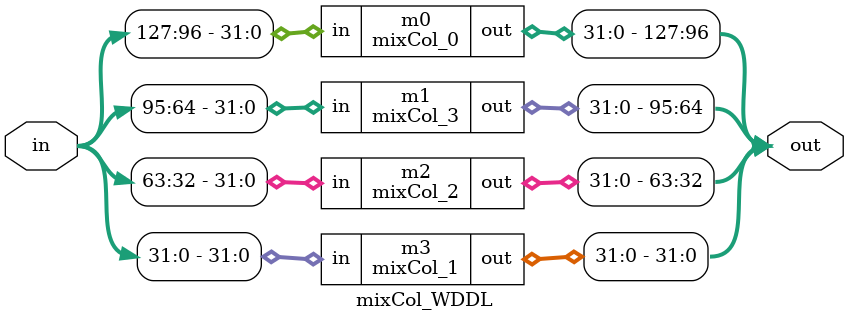
<source format=v>
module AND2_X1( A1, A2, ZN );

  input wire A1;
  input wire A2;
//input_done

  output wire ZN;
//output_done

//wire_done

  assign ZN = A1 & A2;
//assign_done

 endmodule

module OR2_X1( A1, A2, ZN );

  input wire A1;
  input wire A2;
//input_done

  output wire ZN;
//output_done

//wire_done

  assign ZN = A1 | A2;
//assign_done

 endmodule

module INV_X1( A, ZN );

  input wire A;
//input_done

  output wire ZN;
//output_done

//wire_done

  assign ZN = ~A;
//assign_done

 endmodule

module scale2_0 ( in, out );

  input wire [7:0] in;
  wire [7:0] inbar;
  assign inbar[0] = ~in[0];
  assign inbar[1] = ~in[1];
  assign inbar[2] = ~in[2];
  assign inbar[3] = ~in[3];
  assign inbar[4] = ~in[4];
  assign inbar[5] = ~in[5];
  assign inbar[6] = ~in[6];
  assign inbar[7] = ~in[7];
//input_done

  output wire [7:0] out;
  wire [7:0] outbar;
//output_done

  wire in_0;
  wire in_6;
  wire in_5;
  wire in_4;
  wire in_1;
  wire in_7;
  wire n1;
  wire n2;
  wire n3;
  wire n4;
  wire n5;
  wire n6;
  wire n7;
  wire n8;
  wire n9;
  wire n10;
  wire in_0bar;
  wire in_6bar;
  wire in_5bar;
  wire in_4bar;
  wire in_1bar;
  wire in_7bar;
  wire n1bar;
  wire n2bar;
  wire n3bar;
  wire n4bar;
  wire n5bar;
  wire n6bar;
  wire n7bar;
  wire n8bar;
  wire n9bar;
  wire n10bar;
//wire_done

  assign in_0 = in[0];
  assign out[7] = in_6;
  assign in_6  = in[6];
  assign out[6] = in_5;
  assign in_5  = in[5];
  assign out[5] = in_4;
  assign in_4  = in[4];
  assign out[2] = in_1;
  assign in_1  = in[1];
  assign out[0] = in_7;
  assign in_7  = in[7];
  assign in_0bar = inbar[0];
  assign outbar[7] = in_6bar;
  assign in_6bar = inbar[6];
  assign outbar[6] = in_5bar;
  assign in_5bar = inbar[5];
  assign outbar[5] = in_4bar;
  assign in_4bar = inbar[4];
  assign outbar[2] = in_1bar;
  assign in_1bar = inbar[1];
  assign outbar[0] = in_7bar;
  assign in_7bar = inbar[7];
//assign_done

  assign n1bar = in_7;
  assign n1 = in_7bar;
  assign n2bar = in[3];
  assign n2 = inbar[3];
  assign n3bar = in[2];
  assign n3 = inbar[2];
  assign n4bar = in_0;
  assign n4 = in_0bar;
  OR2_X1 U5 ( .A1(n5), .A2(n6), .ZN(out[4]) );
  AND2_X1 U5bar ( .A1(n5bar), .A2(n6bar), .ZN(outbar[4]) );
  AND2_X1 U6 ( .A1(in[3]), .A2(n1), .ZN(n6) );
  OR2_X1 U6bar ( .A1(inbar[3]), .A2(n1bar), .ZN(n6bar) );
  AND2_X1 U7 ( .A1(in_7), .A2(n2), .ZN(n5) );
  OR2_X1 U7bar ( .A1(in_7bar), .A2(n2bar), .ZN(n5bar) );
  OR2_X1 U8 ( .A1(n7), .A2(n8), .ZN(out[3]) );
  AND2_X1 U8bar ( .A1(n7bar), .A2(n8bar), .ZN(outbar[3]) );
  AND2_X1 U9 ( .A1(in[2]), .A2(n1), .ZN(n8) );
  OR2_X1 U9bar ( .A1(inbar[2]), .A2(n1bar), .ZN(n8bar) );
  AND2_X1 U10 ( .A1(in_7), .A2(n3), .ZN(n7) );
  OR2_X1 U10bar ( .A1(in_7bar), .A2(n3bar), .ZN(n7bar) );
  OR2_X1 U11 ( .A1(n9), .A2(n10), .ZN(out[1]) );
  AND2_X1 U11bar ( .A1(n9bar), .A2(n10bar), .ZN(outbar[1]) );
  AND2_X1 U12 ( .A1(in_0), .A2(n1), .ZN(n10) );
  OR2_X1 U12bar ( .A1(in_0bar), .A2(n1bar), .ZN(n10bar) );
  AND2_X1 U13 ( .A1(in_7), .A2(n4), .ZN(n9) );
  OR2_X1 U13bar ( .A1(in_7bar), .A2(n4bar), .ZN(n9bar) );
endmodule

module byteXor_0 ( a, b, y );

  input wire [7:0] a;
  input wire [7:0] b;
  wire [7:0] abar;
  wire [7:0] bbar;
  assign abar[0] = ~a[0];
  assign abar[1] = ~a[1];
  assign abar[2] = ~a[2];
  assign abar[3] = ~a[3];
  assign abar[4] = ~a[4];
  assign abar[5] = ~a[5];
  assign abar[6] = ~a[6];
  assign abar[7] = ~a[7];
  assign bbar[0] = ~b[0];
  assign bbar[1] = ~b[1];
  assign bbar[2] = ~b[2];
  assign bbar[3] = ~b[3];
  assign bbar[4] = ~b[4];
  assign bbar[5] = ~b[5];
  assign bbar[6] = ~b[6];
  assign bbar[7] = ~b[7];
//input_done

  output wire [7:0] y;
  wire [7:0] ybar;
//output_done

  wire n1;
  wire n2;
  wire n3;
  wire n4;
  wire n5;
  wire n6;
  wire n7;
  wire n8;
  wire n9;
  wire n10;
  wire n11;
  wire n12;
  wire n13;
  wire n14;
  wire n15;
  wire n16;
  wire n17;
  wire n18;
  wire n19;
  wire n20;
  wire n21;
  wire n22;
  wire n23;
  wire n24;
  wire n25;
  wire n26;
  wire n27;
  wire n28;
  wire n29;
  wire n30;
  wire n31;
  wire n32;
  wire n1bar;
  wire n2bar;
  wire n3bar;
  wire n4bar;
  wire n5bar;
  wire n6bar;
  wire n7bar;
  wire n8bar;
  wire n9bar;
  wire n10bar;
  wire n11bar;
  wire n12bar;
  wire n13bar;
  wire n14bar;
  wire n15bar;
  wire n16bar;
  wire n17bar;
  wire n18bar;
  wire n19bar;
  wire n20bar;
  wire n21bar;
  wire n22bar;
  wire n23bar;
  wire n24bar;
  wire n25bar;
  wire n26bar;
  wire n27bar;
  wire n28bar;
  wire n29bar;
  wire n30bar;
  wire n31bar;
  wire n32bar;
//wire_done

 //assign_done

  assign n1bar = n18;
  assign n1 = n18bar;
  assign n2bar = a[7];
  assign n2 = abar[7];
  assign n3bar = n20;
  assign n3 = n20bar;
  assign n4bar = a[6];
  assign n4 = abar[6];
  assign n5bar = n22;
  assign n5 = n22bar;
  assign n6bar = a[5];
  assign n6 = abar[5];
  assign n7bar = n24;
  assign n7 = n24bar;
  assign n8bar = a[4];
  assign n8 = abar[4];
  assign n9bar = n26;
  assign n9 = n26bar;
  assign n10bar = a[3];
  assign n10 = abar[3];
  assign n11bar = n28;
  assign n11 = n28bar;
  assign n12bar = a[2];
  assign n12 = abar[2];
  assign n13bar = n30;
  assign n13 = n30bar;
  assign n14bar = a[1];
  assign n14 = abar[1];
  assign n15bar = n32;
  assign n15 = n32bar;
  assign n16bar = a[0];
  assign n16 = abar[0];
  OR2_X1 U17 ( .A1(n17), .A2(n1), .ZN(y[7]) );
  AND2_X1 U17bar ( .A1(n17bar), .A2(n1bar), .ZN(ybar[7]) );
  OR2_X1 U18 ( .A1(n2), .A2(b[7]), .ZN(n18) );
  AND2_X1 U18bar ( .A1(n2bar), .A2(bbar[7]), .ZN(n18bar) );
  AND2_X1 U19 ( .A1(b[7]), .A2(n2), .ZN(n17) );
  OR2_X1 U19bar ( .A1(bbar[7]), .A2(n2bar), .ZN(n17bar) );
  OR2_X1 U20 ( .A1(n19), .A2(n3), .ZN(y[6]) );
  AND2_X1 U20bar ( .A1(n19bar), .A2(n3bar), .ZN(ybar[6]) );
  OR2_X1 U21 ( .A1(n4), .A2(b[6]), .ZN(n20) );
  AND2_X1 U21bar ( .A1(n4bar), .A2(bbar[6]), .ZN(n20bar) );
  AND2_X1 U22 ( .A1(b[6]), .A2(n4), .ZN(n19) );
  OR2_X1 U22bar ( .A1(bbar[6]), .A2(n4bar), .ZN(n19bar) );
  OR2_X1 U23 ( .A1(n21), .A2(n5), .ZN(y[5]) );
  AND2_X1 U23bar ( .A1(n21bar), .A2(n5bar), .ZN(ybar[5]) );
  OR2_X1 U24 ( .A1(n6), .A2(b[5]), .ZN(n22) );
  AND2_X1 U24bar ( .A1(n6bar), .A2(bbar[5]), .ZN(n22bar) );
  AND2_X1 U25 ( .A1(b[5]), .A2(n6), .ZN(n21) );
  OR2_X1 U25bar ( .A1(bbar[5]), .A2(n6bar), .ZN(n21bar) );
  OR2_X1 U26 ( .A1(n23), .A2(n7), .ZN(y[4]) );
  AND2_X1 U26bar ( .A1(n23bar), .A2(n7bar), .ZN(ybar[4]) );
  OR2_X1 U27 ( .A1(n8), .A2(b[4]), .ZN(n24) );
  AND2_X1 U27bar ( .A1(n8bar), .A2(bbar[4]), .ZN(n24bar) );
  AND2_X1 U28 ( .A1(b[4]), .A2(n8), .ZN(n23) );
  OR2_X1 U28bar ( .A1(bbar[4]), .A2(n8bar), .ZN(n23bar) );
  OR2_X1 U29 ( .A1(n25), .A2(n9), .ZN(y[3]) );
  AND2_X1 U29bar ( .A1(n25bar), .A2(n9bar), .ZN(ybar[3]) );
  OR2_X1 U30 ( .A1(n10), .A2(b[3]), .ZN(n26) );
  AND2_X1 U30bar ( .A1(n10bar), .A2(bbar[3]), .ZN(n26bar) );
  AND2_X1 U31 ( .A1(b[3]), .A2(n10), .ZN(n25) );
  OR2_X1 U31bar ( .A1(bbar[3]), .A2(n10bar), .ZN(n25bar) );
  OR2_X1 U32 ( .A1(n27), .A2(n11), .ZN(y[2]) );
  AND2_X1 U32bar ( .A1(n27bar), .A2(n11bar), .ZN(ybar[2]) );
  OR2_X1 U33 ( .A1(n12), .A2(b[2]), .ZN(n28) );
  AND2_X1 U33bar ( .A1(n12bar), .A2(bbar[2]), .ZN(n28bar) );
  AND2_X1 U34 ( .A1(b[2]), .A2(n12), .ZN(n27) );
  OR2_X1 U34bar ( .A1(bbar[2]), .A2(n12bar), .ZN(n27bar) );
  OR2_X1 U35 ( .A1(n29), .A2(n13), .ZN(y[1]) );
  AND2_X1 U35bar ( .A1(n29bar), .A2(n13bar), .ZN(ybar[1]) );
  OR2_X1 U36 ( .A1(n14), .A2(b[1]), .ZN(n30) );
  AND2_X1 U36bar ( .A1(n14bar), .A2(bbar[1]), .ZN(n30bar) );
  AND2_X1 U37 ( .A1(b[1]), .A2(n14), .ZN(n29) );
  OR2_X1 U37bar ( .A1(bbar[1]), .A2(n14bar), .ZN(n29bar) );
  OR2_X1 U38 ( .A1(n31), .A2(n15), .ZN(y[0]) );
  AND2_X1 U38bar ( .A1(n31bar), .A2(n15bar), .ZN(ybar[0]) );
  OR2_X1 U39 ( .A1(n16), .A2(b[0]), .ZN(n32) );
  AND2_X1 U39bar ( .A1(n16bar), .A2(bbar[0]), .ZN(n32bar) );
  AND2_X1 U40 ( .A1(b[0]), .A2(n16), .ZN(n31) );
  OR2_X1 U40bar ( .A1(bbar[0]), .A2(n16bar), .ZN(n31bar) );
endmodule

module byteXor4_0 ( a, b, c, d, y );

  input wire [7:0] a;
  input wire [7:0] b;
  input wire [7:0] c;
  input wire [7:0] d;
  wire [7:0] abar;
  wire [7:0] bbar;
  wire [7:0] cbar;
  wire [7:0] dbar;
  assign abar[0] = ~a[0];
  assign abar[1] = ~a[1];
  assign abar[2] = ~a[2];
  assign abar[3] = ~a[3];
  assign abar[4] = ~a[4];
  assign abar[5] = ~a[5];
  assign abar[6] = ~a[6];
  assign abar[7] = ~a[7];
  assign bbar[0] = ~b[0];
  assign bbar[1] = ~b[1];
  assign bbar[2] = ~b[2];
  assign bbar[3] = ~b[3];
  assign bbar[4] = ~b[4];
  assign bbar[5] = ~b[5];
  assign bbar[6] = ~b[6];
  assign bbar[7] = ~b[7];
  assign cbar[0] = ~c[0];
  assign cbar[1] = ~c[1];
  assign cbar[2] = ~c[2];
  assign cbar[3] = ~c[3];
  assign cbar[4] = ~c[4];
  assign cbar[5] = ~c[5];
  assign cbar[6] = ~c[6];
  assign cbar[7] = ~c[7];
  assign dbar[0] = ~d[0];
  assign dbar[1] = ~d[1];
  assign dbar[2] = ~d[2];
  assign dbar[3] = ~d[3];
  assign dbar[4] = ~d[4];
  assign dbar[5] = ~d[5];
  assign dbar[6] = ~d[6];
  assign dbar[7] = ~d[7];
//input_done

  output wire [7:0] y;
  wire [7:0] ybar;
//output_done

  wire n1;
  wire n2;
  wire n3;
  wire n4;
  wire n5;
  wire n6;
  wire n7;
  wire n8;
  wire n9;
  wire n10;
  wire n11;
  wire n12;
  wire n13;
  wire n14;
  wire n15;
  wire n16;
  wire n17;
  wire n18;
  wire n19;
  wire n20;
  wire n21;
  wire n22;
  wire n23;
  wire n24;
  wire n25;
  wire n26;
  wire n27;
  wire n28;
  wire n29;
  wire n30;
  wire n31;
  wire n32;
  wire n33;
  wire n34;
  wire n35;
  wire n36;
  wire n37;
  wire n38;
  wire n39;
  wire n40;
  wire n41;
  wire n42;
  wire n43;
  wire n44;
  wire n45;
  wire n46;
  wire n47;
  wire n48;
  wire n49;
  wire n50;
  wire n51;
  wire n52;
  wire n53;
  wire n54;
  wire n55;
  wire n56;
  wire n57;
  wire n58;
  wire n59;
  wire n60;
  wire n61;
  wire n62;
  wire n63;
  wire n64;
  wire n65;
  wire n66;
  wire n67;
  wire n68;
  wire n69;
  wire n70;
  wire n71;
  wire n72;
  wire n73;
  wire n74;
  wire n75;
  wire n76;
  wire n77;
  wire n78;
  wire n79;
  wire n80;
  wire n81;
  wire n82;
  wire n83;
  wire n84;
  wire n85;
  wire n86;
  wire n87;
  wire n88;
  wire n89;
  wire n90;
  wire n91;
  wire n92;
  wire n93;
  wire n94;
  wire n95;
  wire n96;
  wire n97;
  wire n98;
  wire n99;
  wire n100;
  wire n101;
  wire n102;
  wire n103;
  wire n104;
  wire n105;
  wire n106;
  wire n107;
  wire n108;
  wire n109;
  wire n110;
  wire n111;
  wire n112;
  wire n1bar;
  wire n2bar;
  wire n3bar;
  wire n4bar;
  wire n5bar;
  wire n6bar;
  wire n7bar;
  wire n8bar;
  wire n9bar;
  wire n10bar;
  wire n11bar;
  wire n12bar;
  wire n13bar;
  wire n14bar;
  wire n15bar;
  wire n16bar;
  wire n17bar;
  wire n18bar;
  wire n19bar;
  wire n20bar;
  wire n21bar;
  wire n22bar;
  wire n23bar;
  wire n24bar;
  wire n25bar;
  wire n26bar;
  wire n27bar;
  wire n28bar;
  wire n29bar;
  wire n30bar;
  wire n31bar;
  wire n32bar;
  wire n33bar;
  wire n34bar;
  wire n35bar;
  wire n36bar;
  wire n37bar;
  wire n38bar;
  wire n39bar;
  wire n40bar;
  wire n41bar;
  wire n42bar;
  wire n43bar;
  wire n44bar;
  wire n45bar;
  wire n46bar;
  wire n47bar;
  wire n48bar;
  wire n49bar;
  wire n50bar;
  wire n51bar;
  wire n52bar;
  wire n53bar;
  wire n54bar;
  wire n55bar;
  wire n56bar;
  wire n57bar;
  wire n58bar;
  wire n59bar;
  wire n60bar;
  wire n61bar;
  wire n62bar;
  wire n63bar;
  wire n64bar;
  wire n65bar;
  wire n66bar;
  wire n67bar;
  wire n68bar;
  wire n69bar;
  wire n70bar;
  wire n71bar;
  wire n72bar;
  wire n73bar;
  wire n74bar;
  wire n75bar;
  wire n76bar;
  wire n77bar;
  wire n78bar;
  wire n79bar;
  wire n80bar;
  wire n81bar;
  wire n82bar;
  wire n83bar;
  wire n84bar;
  wire n85bar;
  wire n86bar;
  wire n87bar;
  wire n88bar;
  wire n89bar;
  wire n90bar;
  wire n91bar;
  wire n92bar;
  wire n93bar;
  wire n94bar;
  wire n95bar;
  wire n96bar;
  wire n97bar;
  wire n98bar;
  wire n99bar;
  wire n100bar;
  wire n101bar;
  wire n102bar;
  wire n103bar;
  wire n104bar;
  wire n105bar;
  wire n106bar;
  wire n107bar;
  wire n108bar;
  wire n109bar;
  wire n110bar;
  wire n111bar;
  wire n112bar;
//wire_done

 //assign_done

  assign n1bar = n50;
  assign n1 = n50bar;
  assign n2bar = a[7];
  assign n2 = abar[7];
  assign n3bar = n58;
  assign n3 = n58bar;
  assign n4bar = a[6];
  assign n4 = abar[6];
  assign n5bar = n66;
  assign n5 = n66bar;
  assign n6bar = a[5];
  assign n6 = abar[5];
  assign n7bar = n74;
  assign n7 = n74bar;
  assign n8bar = a[4];
  assign n8 = abar[4];
  assign n9bar = n82;
  assign n9 = n82bar;
  assign n10bar = a[3];
  assign n10 = abar[3];
  assign n11bar = n90;
  assign n11 = n90bar;
  assign n12bar = a[2];
  assign n12 = abar[2];
  assign n13bar = n98;
  assign n13 = n98bar;
  assign n14bar = a[1];
  assign n14 = abar[1];
  assign n15bar = n106;
  assign n15 = n106bar;
  assign n16bar = a[0];
  assign n16 = abar[0];
  assign n17bar = b[7];
  assign n17 = bbar[7];
  assign n18bar = b[6];
  assign n18 = bbar[6];
  assign n19bar = b[5];
  assign n19 = bbar[5];
  assign n20bar = b[4];
  assign n20 = bbar[4];
  assign n21bar = b[3];
  assign n21 = bbar[3];
  assign n22bar = b[2];
  assign n22 = bbar[2];
  assign n23bar = b[1];
  assign n23 = bbar[1];
  assign n24bar = b[0];
  assign n24 = bbar[0];
  assign n25bar = n54;
  assign n25 = n54bar;
  assign n26bar = c[7];
  assign n26 = cbar[7];
  assign n27bar = n62;
  assign n27 = n62bar;
  assign n28bar = c[6];
  assign n28 = cbar[6];
  assign n29bar = n70;
  assign n29 = n70bar;
  assign n30bar = c[5];
  assign n30 = cbar[5];
  assign n31bar = n78;
  assign n31 = n78bar;
  assign n32bar = c[4];
  assign n32 = cbar[4];
  assign n33bar = n86;
  assign n33 = n86bar;
  assign n34bar = c[3];
  assign n34 = cbar[3];
  assign n35bar = n94;
  assign n35 = n94bar;
  assign n36bar = c[2];
  assign n36 = cbar[2];
  assign n37bar = n102;
  assign n37 = n102bar;
  assign n38bar = c[1];
  assign n38 = cbar[1];
  assign n39bar = n110;
  assign n39 = n110bar;
  assign n40bar = c[0];
  assign n40 = cbar[0];
  assign n41bar = d[7];
  assign n41 = dbar[7];
  assign n42bar = d[6];
  assign n42 = dbar[6];
  assign n43bar = d[5];
  assign n43 = dbar[5];
  assign n44bar = d[4];
  assign n44 = dbar[4];
  assign n45bar = d[3];
  assign n45 = dbar[3];
  assign n46bar = d[2];
  assign n46 = dbar[2];
  assign n47bar = d[1];
  assign n47 = dbar[1];
  assign n48bar = d[0];
  assign n48 = dbar[0];
  OR2_X1 U49 ( .A1(n49), .A2(n1), .ZN(y[7]) );
  AND2_X1 U49bar ( .A1(n49bar), .A2(n1bar), .ZN(ybar[7]) );
  OR2_X1 U50 ( .A1(n51), .A2(n25), .ZN(n50) );
  AND2_X1 U50bar ( .A1(n51bar), .A2(n25bar), .ZN(n50bar) );
  AND2_X1 U51 ( .A1(n25), .A2(n51), .ZN(n49) );
  OR2_X1 U51bar ( .A1(n25bar), .A2(n51bar), .ZN(n49bar) );
  AND2_X1 U52 ( .A1(n52), .A2(n53), .ZN(n51) );
  OR2_X1 U52bar ( .A1(n52bar), .A2(n53bar), .ZN(n51bar) );
  OR2_X1 U53 ( .A1(n2), .A2(b[7]), .ZN(n53) );
  AND2_X1 U53bar ( .A1(n2bar), .A2(bbar[7]), .ZN(n53bar) );
  OR2_X1 U54 ( .A1(n17), .A2(a[7]), .ZN(n52) );
  AND2_X1 U54bar ( .A1(n17bar), .A2(abar[7]), .ZN(n52bar) );
  AND2_X1 U55 ( .A1(n55), .A2(n56), .ZN(n54) );
  OR2_X1 U55bar ( .A1(n55bar), .A2(n56bar), .ZN(n54bar) );
  OR2_X1 U56 ( .A1(n26), .A2(d[7]), .ZN(n56) );
  AND2_X1 U56bar ( .A1(n26bar), .A2(dbar[7]), .ZN(n56bar) );
  OR2_X1 U57 ( .A1(n41), .A2(c[7]), .ZN(n55) );
  AND2_X1 U57bar ( .A1(n41bar), .A2(cbar[7]), .ZN(n55bar) );
  OR2_X1 U58 ( .A1(n57), .A2(n3), .ZN(y[6]) );
  AND2_X1 U58bar ( .A1(n57bar), .A2(n3bar), .ZN(ybar[6]) );
  OR2_X1 U59 ( .A1(n59), .A2(n27), .ZN(n58) );
  AND2_X1 U59bar ( .A1(n59bar), .A2(n27bar), .ZN(n58bar) );
  AND2_X1 U60 ( .A1(n27), .A2(n59), .ZN(n57) );
  OR2_X1 U60bar ( .A1(n27bar), .A2(n59bar), .ZN(n57bar) );
  AND2_X1 U61 ( .A1(n60), .A2(n61), .ZN(n59) );
  OR2_X1 U61bar ( .A1(n60bar), .A2(n61bar), .ZN(n59bar) );
  OR2_X1 U62 ( .A1(n4), .A2(b[6]), .ZN(n61) );
  AND2_X1 U62bar ( .A1(n4bar), .A2(bbar[6]), .ZN(n61bar) );
  OR2_X1 U63 ( .A1(n18), .A2(a[6]), .ZN(n60) );
  AND2_X1 U63bar ( .A1(n18bar), .A2(abar[6]), .ZN(n60bar) );
  AND2_X1 U64 ( .A1(n63), .A2(n64), .ZN(n62) );
  OR2_X1 U64bar ( .A1(n63bar), .A2(n64bar), .ZN(n62bar) );
  OR2_X1 U65 ( .A1(n28), .A2(d[6]), .ZN(n64) );
  AND2_X1 U65bar ( .A1(n28bar), .A2(dbar[6]), .ZN(n64bar) );
  OR2_X1 U66 ( .A1(n42), .A2(c[6]), .ZN(n63) );
  AND2_X1 U66bar ( .A1(n42bar), .A2(cbar[6]), .ZN(n63bar) );
  OR2_X1 U67 ( .A1(n65), .A2(n5), .ZN(y[5]) );
  AND2_X1 U67bar ( .A1(n65bar), .A2(n5bar), .ZN(ybar[5]) );
  OR2_X1 U68 ( .A1(n67), .A2(n29), .ZN(n66) );
  AND2_X1 U68bar ( .A1(n67bar), .A2(n29bar), .ZN(n66bar) );
  AND2_X1 U69 ( .A1(n29), .A2(n67), .ZN(n65) );
  OR2_X1 U69bar ( .A1(n29bar), .A2(n67bar), .ZN(n65bar) );
  AND2_X1 U70 ( .A1(n68), .A2(n69), .ZN(n67) );
  OR2_X1 U70bar ( .A1(n68bar), .A2(n69bar), .ZN(n67bar) );
  OR2_X1 U71 ( .A1(n6), .A2(b[5]), .ZN(n69) );
  AND2_X1 U71bar ( .A1(n6bar), .A2(bbar[5]), .ZN(n69bar) );
  OR2_X1 U72 ( .A1(n19), .A2(a[5]), .ZN(n68) );
  AND2_X1 U72bar ( .A1(n19bar), .A2(abar[5]), .ZN(n68bar) );
  AND2_X1 U73 ( .A1(n71), .A2(n72), .ZN(n70) );
  OR2_X1 U73bar ( .A1(n71bar), .A2(n72bar), .ZN(n70bar) );
  OR2_X1 U74 ( .A1(n30), .A2(d[5]), .ZN(n72) );
  AND2_X1 U74bar ( .A1(n30bar), .A2(dbar[5]), .ZN(n72bar) );
  OR2_X1 U75 ( .A1(n43), .A2(c[5]), .ZN(n71) );
  AND2_X1 U75bar ( .A1(n43bar), .A2(cbar[5]), .ZN(n71bar) );
  OR2_X1 U76 ( .A1(n73), .A2(n7), .ZN(y[4]) );
  AND2_X1 U76bar ( .A1(n73bar), .A2(n7bar), .ZN(ybar[4]) );
  OR2_X1 U77 ( .A1(n75), .A2(n31), .ZN(n74) );
  AND2_X1 U77bar ( .A1(n75bar), .A2(n31bar), .ZN(n74bar) );
  AND2_X1 U78 ( .A1(n31), .A2(n75), .ZN(n73) );
  OR2_X1 U78bar ( .A1(n31bar), .A2(n75bar), .ZN(n73bar) );
  AND2_X1 U79 ( .A1(n76), .A2(n77), .ZN(n75) );
  OR2_X1 U79bar ( .A1(n76bar), .A2(n77bar), .ZN(n75bar) );
  OR2_X1 U80 ( .A1(n8), .A2(b[4]), .ZN(n77) );
  AND2_X1 U80bar ( .A1(n8bar), .A2(bbar[4]), .ZN(n77bar) );
  OR2_X1 U81 ( .A1(n20), .A2(a[4]), .ZN(n76) );
  AND2_X1 U81bar ( .A1(n20bar), .A2(abar[4]), .ZN(n76bar) );
  AND2_X1 U82 ( .A1(n79), .A2(n80), .ZN(n78) );
  OR2_X1 U82bar ( .A1(n79bar), .A2(n80bar), .ZN(n78bar) );
  OR2_X1 U83 ( .A1(n32), .A2(d[4]), .ZN(n80) );
  AND2_X1 U83bar ( .A1(n32bar), .A2(dbar[4]), .ZN(n80bar) );
  OR2_X1 U84 ( .A1(n44), .A2(c[4]), .ZN(n79) );
  AND2_X1 U84bar ( .A1(n44bar), .A2(cbar[4]), .ZN(n79bar) );
  OR2_X1 U85 ( .A1(n81), .A2(n9), .ZN(y[3]) );
  AND2_X1 U85bar ( .A1(n81bar), .A2(n9bar), .ZN(ybar[3]) );
  OR2_X1 U86 ( .A1(n83), .A2(n33), .ZN(n82) );
  AND2_X1 U86bar ( .A1(n83bar), .A2(n33bar), .ZN(n82bar) );
  AND2_X1 U87 ( .A1(n33), .A2(n83), .ZN(n81) );
  OR2_X1 U87bar ( .A1(n33bar), .A2(n83bar), .ZN(n81bar) );
  AND2_X1 U88 ( .A1(n84), .A2(n85), .ZN(n83) );
  OR2_X1 U88bar ( .A1(n84bar), .A2(n85bar), .ZN(n83bar) );
  OR2_X1 U89 ( .A1(n10), .A2(b[3]), .ZN(n85) );
  AND2_X1 U89bar ( .A1(n10bar), .A2(bbar[3]), .ZN(n85bar) );
  OR2_X1 U90 ( .A1(n21), .A2(a[3]), .ZN(n84) );
  AND2_X1 U90bar ( .A1(n21bar), .A2(abar[3]), .ZN(n84bar) );
  AND2_X1 U91 ( .A1(n87), .A2(n88), .ZN(n86) );
  OR2_X1 U91bar ( .A1(n87bar), .A2(n88bar), .ZN(n86bar) );
  OR2_X1 U92 ( .A1(n34), .A2(d[3]), .ZN(n88) );
  AND2_X1 U92bar ( .A1(n34bar), .A2(dbar[3]), .ZN(n88bar) );
  OR2_X1 U93 ( .A1(n45), .A2(c[3]), .ZN(n87) );
  AND2_X1 U93bar ( .A1(n45bar), .A2(cbar[3]), .ZN(n87bar) );
  OR2_X1 U94 ( .A1(n89), .A2(n11), .ZN(y[2]) );
  AND2_X1 U94bar ( .A1(n89bar), .A2(n11bar), .ZN(ybar[2]) );
  OR2_X1 U95 ( .A1(n91), .A2(n35), .ZN(n90) );
  AND2_X1 U95bar ( .A1(n91bar), .A2(n35bar), .ZN(n90bar) );
  AND2_X1 U96 ( .A1(n35), .A2(n91), .ZN(n89) );
  OR2_X1 U96bar ( .A1(n35bar), .A2(n91bar), .ZN(n89bar) );
  AND2_X1 U97 ( .A1(n92), .A2(n93), .ZN(n91) );
  OR2_X1 U97bar ( .A1(n92bar), .A2(n93bar), .ZN(n91bar) );
  OR2_X1 U98 ( .A1(n12), .A2(b[2]), .ZN(n93) );
  AND2_X1 U98bar ( .A1(n12bar), .A2(bbar[2]), .ZN(n93bar) );
  OR2_X1 U99 ( .A1(n22), .A2(a[2]), .ZN(n92) );
  AND2_X1 U99bar ( .A1(n22bar), .A2(abar[2]), .ZN(n92bar) );
  AND2_X1 U100 ( .A1(n95), .A2(n96), .ZN(n94) );
  OR2_X1 U100bar ( .A1(n95bar), .A2(n96bar), .ZN(n94bar) );
  OR2_X1 U101 ( .A1(n36), .A2(d[2]), .ZN(n96) );
  AND2_X1 U101bar ( .A1(n36bar), .A2(dbar[2]), .ZN(n96bar) );
  OR2_X1 U102 ( .A1(n46), .A2(c[2]), .ZN(n95) );
  AND2_X1 U102bar ( .A1(n46bar), .A2(cbar[2]), .ZN(n95bar) );
  OR2_X1 U103 ( .A1(n97), .A2(n13), .ZN(y[1]) );
  AND2_X1 U103bar ( .A1(n97bar), .A2(n13bar), .ZN(ybar[1]) );
  OR2_X1 U104 ( .A1(n99), .A2(n37), .ZN(n98) );
  AND2_X1 U104bar ( .A1(n99bar), .A2(n37bar), .ZN(n98bar) );
  AND2_X1 U105 ( .A1(n37), .A2(n99), .ZN(n97) );
  OR2_X1 U105bar ( .A1(n37bar), .A2(n99bar), .ZN(n97bar) );
  AND2_X1 U106 ( .A1(n100), .A2(n101), .ZN(n99) );
  OR2_X1 U106bar ( .A1(n100bar), .A2(n101bar), .ZN(n99bar) );
  OR2_X1 U107 ( .A1(n14), .A2(b[1]), .ZN(n101) );
  AND2_X1 U107bar ( .A1(n14bar), .A2(bbar[1]), .ZN(n101bar) );
  OR2_X1 U108 ( .A1(n23), .A2(a[1]), .ZN(n100) );
  AND2_X1 U108bar ( .A1(n23bar), .A2(abar[1]), .ZN(n100bar) );
  AND2_X1 U109 ( .A1(n103), .A2(n104), .ZN(n102) );
  OR2_X1 U109bar ( .A1(n103bar), .A2(n104bar), .ZN(n102bar) );
  OR2_X1 U110 ( .A1(n38), .A2(d[1]), .ZN(n104) );
  AND2_X1 U110bar ( .A1(n38bar), .A2(dbar[1]), .ZN(n104bar) );
  OR2_X1 U111 ( .A1(n47), .A2(c[1]), .ZN(n103) );
  AND2_X1 U111bar ( .A1(n47bar), .A2(cbar[1]), .ZN(n103bar) );
  OR2_X1 U112 ( .A1(n105), .A2(n15), .ZN(y[0]) );
  AND2_X1 U112bar ( .A1(n105bar), .A2(n15bar), .ZN(ybar[0]) );
  OR2_X1 U113 ( .A1(n107), .A2(n39), .ZN(n106) );
  AND2_X1 U113bar ( .A1(n107bar), .A2(n39bar), .ZN(n106bar) );
  AND2_X1 U114 ( .A1(n39), .A2(n107), .ZN(n105) );
  OR2_X1 U114bar ( .A1(n39bar), .A2(n107bar), .ZN(n105bar) );
  AND2_X1 U115 ( .A1(n108), .A2(n109), .ZN(n107) );
  OR2_X1 U115bar ( .A1(n108bar), .A2(n109bar), .ZN(n107bar) );
  OR2_X1 U116 ( .A1(n16), .A2(b[0]), .ZN(n109) );
  AND2_X1 U116bar ( .A1(n16bar), .A2(bbar[0]), .ZN(n109bar) );
  OR2_X1 U117 ( .A1(n24), .A2(a[0]), .ZN(n108) );
  AND2_X1 U117bar ( .A1(n24bar), .A2(abar[0]), .ZN(n108bar) );
  AND2_X1 U118 ( .A1(n111), .A2(n112), .ZN(n110) );
  OR2_X1 U118bar ( .A1(n111bar), .A2(n112bar), .ZN(n110bar) );
  OR2_X1 U119 ( .A1(n40), .A2(d[0]), .ZN(n112) );
  AND2_X1 U119bar ( .A1(n40bar), .A2(dbar[0]), .ZN(n112bar) );
  OR2_X1 U120 ( .A1(n48), .A2(c[0]), .ZN(n111) );
  AND2_X1 U120bar ( .A1(n48bar), .A2(cbar[0]), .ZN(n111bar) );
endmodule

module scale2_13 ( in, out );

  input wire [7:0] in;
  wire [7:0] inbar;
  assign inbar[0] = ~in[0];
  assign inbar[1] = ~in[1];
  assign inbar[2] = ~in[2];
  assign inbar[3] = ~in[3];
  assign inbar[4] = ~in[4];
  assign inbar[5] = ~in[5];
  assign inbar[6] = ~in[6];
  assign inbar[7] = ~in[7];
//input_done

  output wire [7:0] out;
  wire [7:0] outbar;
//output_done

  wire in_0;
  wire in_6;
  wire in_5;
  wire in_4;
  wire in_1;
  wire in_7;
  wire n11;
  wire n12;
  wire n13;
  wire n14;
  wire n15;
  wire n16;
  wire n17;
  wire n18;
  wire n19;
  wire n20;
  wire in_0bar;
  wire in_6bar;
  wire in_5bar;
  wire in_4bar;
  wire in_1bar;
  wire in_7bar;
  wire n11bar;
  wire n12bar;
  wire n13bar;
  wire n14bar;
  wire n15bar;
  wire n16bar;
  wire n17bar;
  wire n18bar;
  wire n19bar;
  wire n20bar;
//wire_done

  assign in_0 = in[0];
  assign out[7] = in_6;
  assign in_6  = in[6];
  assign out[6] = in_5;
  assign in_5  = in[5];
  assign out[5] = in_4;
  assign in_4  = in[4];
  assign out[2] = in_1;
  assign in_1  = in[1];
  assign out[0] = in_7;
  assign in_7  = in[7];
  assign in_0bar = inbar[0];
  assign outbar[7] = in_6bar;
  assign in_6bar = inbar[6];
  assign outbar[6] = in_5bar;
  assign in_5bar = inbar[5];
  assign outbar[5] = in_4bar;
  assign in_4bar = inbar[4];
  assign outbar[2] = in_1bar;
  assign in_1bar = inbar[1];
  assign outbar[0] = in_7bar;
  assign in_7bar = inbar[7];
//assign_done

  assign n20bar = in_7;
  assign n20 = in_7bar;
  assign n19bar = in[3];
  assign n19 = inbar[3];
  assign n18bar = in[2];
  assign n18 = inbar[2];
  assign n17bar = in_0;
  assign n17 = in_0bar;
  OR2_X1 U5 ( .A1(n16), .A2(n15), .ZN(out[4]) );
  AND2_X1 U5bar ( .A1(n16bar), .A2(n15bar), .ZN(outbar[4]) );
  AND2_X1 U6 ( .A1(in[3]), .A2(n20), .ZN(n15) );
  OR2_X1 U6bar ( .A1(inbar[3]), .A2(n20bar), .ZN(n15bar) );
  AND2_X1 U7 ( .A1(in_7), .A2(n19), .ZN(n16) );
  OR2_X1 U7bar ( .A1(in_7bar), .A2(n19bar), .ZN(n16bar) );
  OR2_X1 U8 ( .A1(n14), .A2(n13), .ZN(out[3]) );
  AND2_X1 U8bar ( .A1(n14bar), .A2(n13bar), .ZN(outbar[3]) );
  AND2_X1 U9 ( .A1(in[2]), .A2(n20), .ZN(n13) );
  OR2_X1 U9bar ( .A1(inbar[2]), .A2(n20bar), .ZN(n13bar) );
  AND2_X1 U10 ( .A1(in_7), .A2(n18), .ZN(n14) );
  OR2_X1 U10bar ( .A1(in_7bar), .A2(n18bar), .ZN(n14bar) );
  OR2_X1 U11 ( .A1(n12), .A2(n11), .ZN(out[1]) );
  AND2_X1 U11bar ( .A1(n12bar), .A2(n11bar), .ZN(outbar[1]) );
  AND2_X1 U12 ( .A1(in_0), .A2(n20), .ZN(n11) );
  OR2_X1 U12bar ( .A1(in_0bar), .A2(n20bar), .ZN(n11bar) );
  AND2_X1 U13 ( .A1(in_7), .A2(n17), .ZN(n12) );
  OR2_X1 U13bar ( .A1(in_7bar), .A2(n17bar), .ZN(n12bar) );
endmodule

module scale2_14 ( in, out );

  input wire [7:0] in;
  wire [7:0] inbar;
  assign inbar[0] = ~in[0];
  assign inbar[1] = ~in[1];
  assign inbar[2] = ~in[2];
  assign inbar[3] = ~in[3];
  assign inbar[4] = ~in[4];
  assign inbar[5] = ~in[5];
  assign inbar[6] = ~in[6];
  assign inbar[7] = ~in[7];
//input_done

  output wire [7:0] out;
  wire [7:0] outbar;
//output_done

  wire in_0;
  wire in_6;
  wire in_5;
  wire in_4;
  wire in_1;
  wire in_7;
  wire n11;
  wire n12;
  wire n13;
  wire n14;
  wire n15;
  wire n16;
  wire n17;
  wire n18;
  wire n19;
  wire n20;
  wire in_0bar;
  wire in_6bar;
  wire in_5bar;
  wire in_4bar;
  wire in_1bar;
  wire in_7bar;
  wire n11bar;
  wire n12bar;
  wire n13bar;
  wire n14bar;
  wire n15bar;
  wire n16bar;
  wire n17bar;
  wire n18bar;
  wire n19bar;
  wire n20bar;
//wire_done

  assign in_0 = in[0];
  assign out[7] = in_6;
  assign in_6  = in[6];
  assign out[6] = in_5;
  assign in_5  = in[5];
  assign out[5] = in_4;
  assign in_4  = in[4];
  assign out[2] = in_1;
  assign in_1  = in[1];
  assign out[0] = in_7;
  assign in_7  = in[7];
  assign in_0bar = inbar[0];
  assign outbar[7] = in_6bar;
  assign in_6bar = inbar[6];
  assign outbar[6] = in_5bar;
  assign in_5bar = inbar[5];
  assign outbar[5] = in_4bar;
  assign in_4bar = inbar[4];
  assign outbar[2] = in_1bar;
  assign in_1bar = inbar[1];
  assign outbar[0] = in_7bar;
  assign in_7bar = inbar[7];
//assign_done

  assign n20bar = in_7;
  assign n20 = in_7bar;
  assign n19bar = in[3];
  assign n19 = inbar[3];
  assign n18bar = in[2];
  assign n18 = inbar[2];
  assign n17bar = in_0;
  assign n17 = in_0bar;
  OR2_X1 U5 ( .A1(n16), .A2(n15), .ZN(out[4]) );
  AND2_X1 U5bar ( .A1(n16bar), .A2(n15bar), .ZN(outbar[4]) );
  AND2_X1 U6 ( .A1(in[3]), .A2(n20), .ZN(n15) );
  OR2_X1 U6bar ( .A1(inbar[3]), .A2(n20bar), .ZN(n15bar) );
  AND2_X1 U7 ( .A1(in_7), .A2(n19), .ZN(n16) );
  OR2_X1 U7bar ( .A1(in_7bar), .A2(n19bar), .ZN(n16bar) );
  OR2_X1 U8 ( .A1(n14), .A2(n13), .ZN(out[3]) );
  AND2_X1 U8bar ( .A1(n14bar), .A2(n13bar), .ZN(outbar[3]) );
  AND2_X1 U9 ( .A1(in[2]), .A2(n20), .ZN(n13) );
  OR2_X1 U9bar ( .A1(inbar[2]), .A2(n20bar), .ZN(n13bar) );
  AND2_X1 U10 ( .A1(in_7), .A2(n18), .ZN(n14) );
  OR2_X1 U10bar ( .A1(in_7bar), .A2(n18bar), .ZN(n14bar) );
  OR2_X1 U11 ( .A1(n12), .A2(n11), .ZN(out[1]) );
  AND2_X1 U11bar ( .A1(n12bar), .A2(n11bar), .ZN(outbar[1]) );
  AND2_X1 U12 ( .A1(in_0), .A2(n20), .ZN(n11) );
  OR2_X1 U12bar ( .A1(in_0bar), .A2(n20bar), .ZN(n11bar) );
  AND2_X1 U13 ( .A1(in_7), .A2(n17), .ZN(n12) );
  OR2_X1 U13bar ( .A1(in_7bar), .A2(n17bar), .ZN(n12bar) );
endmodule

module scale2_15 ( in, out );

  input wire [7:0] in;
  wire [7:0] inbar;
  assign inbar[0] = ~in[0];
  assign inbar[1] = ~in[1];
  assign inbar[2] = ~in[2];
  assign inbar[3] = ~in[3];
  assign inbar[4] = ~in[4];
  assign inbar[5] = ~in[5];
  assign inbar[6] = ~in[6];
  assign inbar[7] = ~in[7];
//input_done

  output wire [7:0] out;
  wire [7:0] outbar;
//output_done

  wire in_0;
  wire in_6;
  wire in_5;
  wire in_4;
  wire in_1;
  wire in_7;
  wire n11;
  wire n12;
  wire n13;
  wire n14;
  wire n15;
  wire n16;
  wire n17;
  wire n18;
  wire n19;
  wire n20;
  wire in_0bar;
  wire in_6bar;
  wire in_5bar;
  wire in_4bar;
  wire in_1bar;
  wire in_7bar;
  wire n11bar;
  wire n12bar;
  wire n13bar;
  wire n14bar;
  wire n15bar;
  wire n16bar;
  wire n17bar;
  wire n18bar;
  wire n19bar;
  wire n20bar;
//wire_done

  assign in_0 = in[0];
  assign out[7] = in_6;
  assign in_6  = in[6];
  assign out[6] = in_5;
  assign in_5  = in[5];
  assign out[5] = in_4;
  assign in_4  = in[4];
  assign out[2] = in_1;
  assign in_1  = in[1];
  assign out[0] = in_7;
  assign in_7  = in[7];
  assign in_0bar = inbar[0];
  assign outbar[7] = in_6bar;
  assign in_6bar = inbar[6];
  assign outbar[6] = in_5bar;
  assign in_5bar = inbar[5];
  assign outbar[5] = in_4bar;
  assign in_4bar = inbar[4];
  assign outbar[2] = in_1bar;
  assign in_1bar = inbar[1];
  assign outbar[0] = in_7bar;
  assign in_7bar = inbar[7];
//assign_done

  assign n20bar = in_7;
  assign n20 = in_7bar;
  assign n19bar = in[3];
  assign n19 = inbar[3];
  assign n18bar = in[2];
  assign n18 = inbar[2];
  assign n17bar = in_0;
  assign n17 = in_0bar;
  OR2_X1 U5 ( .A1(n16), .A2(n15), .ZN(out[4]) );
  AND2_X1 U5bar ( .A1(n16bar), .A2(n15bar), .ZN(outbar[4]) );
  AND2_X1 U6 ( .A1(in[3]), .A2(n20), .ZN(n15) );
  OR2_X1 U6bar ( .A1(inbar[3]), .A2(n20bar), .ZN(n15bar) );
  AND2_X1 U7 ( .A1(in_7), .A2(n19), .ZN(n16) );
  OR2_X1 U7bar ( .A1(in_7bar), .A2(n19bar), .ZN(n16bar) );
  OR2_X1 U8 ( .A1(n14), .A2(n13), .ZN(out[3]) );
  AND2_X1 U8bar ( .A1(n14bar), .A2(n13bar), .ZN(outbar[3]) );
  AND2_X1 U9 ( .A1(in[2]), .A2(n20), .ZN(n13) );
  OR2_X1 U9bar ( .A1(inbar[2]), .A2(n20bar), .ZN(n13bar) );
  AND2_X1 U10 ( .A1(in_7), .A2(n18), .ZN(n14) );
  OR2_X1 U10bar ( .A1(in_7bar), .A2(n18bar), .ZN(n14bar) );
  OR2_X1 U11 ( .A1(n12), .A2(n11), .ZN(out[1]) );
  AND2_X1 U11bar ( .A1(n12bar), .A2(n11bar), .ZN(outbar[1]) );
  AND2_X1 U12 ( .A1(in_0), .A2(n20), .ZN(n11) );
  OR2_X1 U12bar ( .A1(in_0bar), .A2(n20bar), .ZN(n11bar) );
  AND2_X1 U13 ( .A1(in_7), .A2(n17), .ZN(n12) );
  OR2_X1 U13bar ( .A1(in_7bar), .A2(n17bar), .ZN(n12bar) );
endmodule

module byteXor_14 ( a, b, y );

  input wire [7:0] a;
  input wire [7:0] b;
  wire [7:0] abar;
  wire [7:0] bbar;
  assign abar[0] = ~a[0];
  assign abar[1] = ~a[1];
  assign abar[2] = ~a[2];
  assign abar[3] = ~a[3];
  assign abar[4] = ~a[4];
  assign abar[5] = ~a[5];
  assign abar[6] = ~a[6];
  assign abar[7] = ~a[7];
  assign bbar[0] = ~b[0];
  assign bbar[1] = ~b[1];
  assign bbar[2] = ~b[2];
  assign bbar[3] = ~b[3];
  assign bbar[4] = ~b[4];
  assign bbar[5] = ~b[5];
  assign bbar[6] = ~b[6];
  assign bbar[7] = ~b[7];
//input_done

  output wire [7:0] y;
  wire [7:0] ybar;
//output_done

  wire n33;
  wire n34;
  wire n35;
  wire n36;
  wire n37;
  wire n38;
  wire n39;
  wire n40;
  wire n41;
  wire n42;
  wire n43;
  wire n44;
  wire n45;
  wire n46;
  wire n47;
  wire n48;
  wire n49;
  wire n50;
  wire n51;
  wire n52;
  wire n53;
  wire n54;
  wire n55;
  wire n56;
  wire n57;
  wire n58;
  wire n59;
  wire n60;
  wire n61;
  wire n62;
  wire n63;
  wire n64;
  wire n33bar;
  wire n34bar;
  wire n35bar;
  wire n36bar;
  wire n37bar;
  wire n38bar;
  wire n39bar;
  wire n40bar;
  wire n41bar;
  wire n42bar;
  wire n43bar;
  wire n44bar;
  wire n45bar;
  wire n46bar;
  wire n47bar;
  wire n48bar;
  wire n49bar;
  wire n50bar;
  wire n51bar;
  wire n52bar;
  wire n53bar;
  wire n54bar;
  wire n55bar;
  wire n56bar;
  wire n57bar;
  wire n58bar;
  wire n59bar;
  wire n60bar;
  wire n61bar;
  wire n62bar;
  wire n63bar;
  wire n64bar;
//wire_done

 //assign_done

  assign n64bar = n47;
  assign n64 = n47bar;
  assign n63bar = a[7];
  assign n63 = abar[7];
  assign n62bar = n45;
  assign n62 = n45bar;
  assign n61bar = a[6];
  assign n61 = abar[6];
  assign n60bar = n43;
  assign n60 = n43bar;
  assign n59bar = a[5];
  assign n59 = abar[5];
  assign n58bar = n41;
  assign n58 = n41bar;
  assign n57bar = a[4];
  assign n57 = abar[4];
  assign n56bar = n39;
  assign n56 = n39bar;
  assign n55bar = a[3];
  assign n55 = abar[3];
  assign n54bar = n37;
  assign n54 = n37bar;
  assign n53bar = a[2];
  assign n53 = abar[2];
  assign n52bar = n35;
  assign n52 = n35bar;
  assign n51bar = a[1];
  assign n51 = abar[1];
  assign n50bar = n33;
  assign n50 = n33bar;
  assign n49bar = a[0];
  assign n49 = abar[0];
  OR2_X1 U17 ( .A1(n48), .A2(n64), .ZN(y[7]) );
  AND2_X1 U17bar ( .A1(n48bar), .A2(n64bar), .ZN(ybar[7]) );
  OR2_X1 U18 ( .A1(n63), .A2(b[7]), .ZN(n47) );
  AND2_X1 U18bar ( .A1(n63bar), .A2(bbar[7]), .ZN(n47bar) );
  AND2_X1 U19 ( .A1(b[7]), .A2(n63), .ZN(n48) );
  OR2_X1 U19bar ( .A1(bbar[7]), .A2(n63bar), .ZN(n48bar) );
  OR2_X1 U20 ( .A1(n46), .A2(n62), .ZN(y[6]) );
  AND2_X1 U20bar ( .A1(n46bar), .A2(n62bar), .ZN(ybar[6]) );
  OR2_X1 U21 ( .A1(n61), .A2(b[6]), .ZN(n45) );
  AND2_X1 U21bar ( .A1(n61bar), .A2(bbar[6]), .ZN(n45bar) );
  AND2_X1 U22 ( .A1(b[6]), .A2(n61), .ZN(n46) );
  OR2_X1 U22bar ( .A1(bbar[6]), .A2(n61bar), .ZN(n46bar) );
  OR2_X1 U23 ( .A1(n44), .A2(n60), .ZN(y[5]) );
  AND2_X1 U23bar ( .A1(n44bar), .A2(n60bar), .ZN(ybar[5]) );
  OR2_X1 U24 ( .A1(n59), .A2(b[5]), .ZN(n43) );
  AND2_X1 U24bar ( .A1(n59bar), .A2(bbar[5]), .ZN(n43bar) );
  AND2_X1 U25 ( .A1(b[5]), .A2(n59), .ZN(n44) );
  OR2_X1 U25bar ( .A1(bbar[5]), .A2(n59bar), .ZN(n44bar) );
  OR2_X1 U26 ( .A1(n42), .A2(n58), .ZN(y[4]) );
  AND2_X1 U26bar ( .A1(n42bar), .A2(n58bar), .ZN(ybar[4]) );
  OR2_X1 U27 ( .A1(n57), .A2(b[4]), .ZN(n41) );
  AND2_X1 U27bar ( .A1(n57bar), .A2(bbar[4]), .ZN(n41bar) );
  AND2_X1 U28 ( .A1(b[4]), .A2(n57), .ZN(n42) );
  OR2_X1 U28bar ( .A1(bbar[4]), .A2(n57bar), .ZN(n42bar) );
  OR2_X1 U29 ( .A1(n40), .A2(n56), .ZN(y[3]) );
  AND2_X1 U29bar ( .A1(n40bar), .A2(n56bar), .ZN(ybar[3]) );
  OR2_X1 U30 ( .A1(n55), .A2(b[3]), .ZN(n39) );
  AND2_X1 U30bar ( .A1(n55bar), .A2(bbar[3]), .ZN(n39bar) );
  AND2_X1 U31 ( .A1(b[3]), .A2(n55), .ZN(n40) );
  OR2_X1 U31bar ( .A1(bbar[3]), .A2(n55bar), .ZN(n40bar) );
  OR2_X1 U32 ( .A1(n38), .A2(n54), .ZN(y[2]) );
  AND2_X1 U32bar ( .A1(n38bar), .A2(n54bar), .ZN(ybar[2]) );
  OR2_X1 U33 ( .A1(n53), .A2(b[2]), .ZN(n37) );
  AND2_X1 U33bar ( .A1(n53bar), .A2(bbar[2]), .ZN(n37bar) );
  AND2_X1 U34 ( .A1(b[2]), .A2(n53), .ZN(n38) );
  OR2_X1 U34bar ( .A1(bbar[2]), .A2(n53bar), .ZN(n38bar) );
  OR2_X1 U35 ( .A1(n36), .A2(n52), .ZN(y[1]) );
  AND2_X1 U35bar ( .A1(n36bar), .A2(n52bar), .ZN(ybar[1]) );
  OR2_X1 U36 ( .A1(n51), .A2(b[1]), .ZN(n35) );
  AND2_X1 U36bar ( .A1(n51bar), .A2(bbar[1]), .ZN(n35bar) );
  AND2_X1 U37 ( .A1(b[1]), .A2(n51), .ZN(n36) );
  OR2_X1 U37bar ( .A1(bbar[1]), .A2(n51bar), .ZN(n36bar) );
  OR2_X1 U38 ( .A1(n34), .A2(n50), .ZN(y[0]) );
  AND2_X1 U38bar ( .A1(n34bar), .A2(n50bar), .ZN(ybar[0]) );
  OR2_X1 U39 ( .A1(n49), .A2(b[0]), .ZN(n33) );
  AND2_X1 U39bar ( .A1(n49bar), .A2(bbar[0]), .ZN(n33bar) );
  AND2_X1 U40 ( .A1(b[0]), .A2(n49), .ZN(n34) );
  OR2_X1 U40bar ( .A1(bbar[0]), .A2(n49bar), .ZN(n34bar) );
endmodule

module byteXor_15 ( a, b, y );

  input wire [7:0] a;
  input wire [7:0] b;
  wire [7:0] abar;
  wire [7:0] bbar;
  assign abar[0] = ~a[0];
  assign abar[1] = ~a[1];
  assign abar[2] = ~a[2];
  assign abar[3] = ~a[3];
  assign abar[4] = ~a[4];
  assign abar[5] = ~a[5];
  assign abar[6] = ~a[6];
  assign abar[7] = ~a[7];
  assign bbar[0] = ~b[0];
  assign bbar[1] = ~b[1];
  assign bbar[2] = ~b[2];
  assign bbar[3] = ~b[3];
  assign bbar[4] = ~b[4];
  assign bbar[5] = ~b[5];
  assign bbar[6] = ~b[6];
  assign bbar[7] = ~b[7];
//input_done

  output wire [7:0] y;
  wire [7:0] ybar;
//output_done

  wire n33;
  wire n34;
  wire n35;
  wire n36;
  wire n37;
  wire n38;
  wire n39;
  wire n40;
  wire n41;
  wire n42;
  wire n43;
  wire n44;
  wire n45;
  wire n46;
  wire n47;
  wire n48;
  wire n49;
  wire n50;
  wire n51;
  wire n52;
  wire n53;
  wire n54;
  wire n55;
  wire n56;
  wire n57;
  wire n58;
  wire n59;
  wire n60;
  wire n61;
  wire n62;
  wire n63;
  wire n64;
  wire n33bar;
  wire n34bar;
  wire n35bar;
  wire n36bar;
  wire n37bar;
  wire n38bar;
  wire n39bar;
  wire n40bar;
  wire n41bar;
  wire n42bar;
  wire n43bar;
  wire n44bar;
  wire n45bar;
  wire n46bar;
  wire n47bar;
  wire n48bar;
  wire n49bar;
  wire n50bar;
  wire n51bar;
  wire n52bar;
  wire n53bar;
  wire n54bar;
  wire n55bar;
  wire n56bar;
  wire n57bar;
  wire n58bar;
  wire n59bar;
  wire n60bar;
  wire n61bar;
  wire n62bar;
  wire n63bar;
  wire n64bar;
//wire_done

 //assign_done

  assign n64bar = n47;
  assign n64 = n47bar;
  assign n63bar = a[7];
  assign n63 = abar[7];
  assign n62bar = n45;
  assign n62 = n45bar;
  assign n61bar = a[6];
  assign n61 = abar[6];
  assign n60bar = n43;
  assign n60 = n43bar;
  assign n59bar = a[5];
  assign n59 = abar[5];
  assign n58bar = n41;
  assign n58 = n41bar;
  assign n57bar = a[4];
  assign n57 = abar[4];
  assign n56bar = n39;
  assign n56 = n39bar;
  assign n55bar = a[3];
  assign n55 = abar[3];
  assign n54bar = n37;
  assign n54 = n37bar;
  assign n53bar = a[2];
  assign n53 = abar[2];
  assign n52bar = n35;
  assign n52 = n35bar;
  assign n51bar = a[1];
  assign n51 = abar[1];
  assign n50bar = n33;
  assign n50 = n33bar;
  assign n49bar = a[0];
  assign n49 = abar[0];
  OR2_X1 U17 ( .A1(n48), .A2(n64), .ZN(y[7]) );
  AND2_X1 U17bar ( .A1(n48bar), .A2(n64bar), .ZN(ybar[7]) );
  OR2_X1 U18 ( .A1(n63), .A2(b[7]), .ZN(n47) );
  AND2_X1 U18bar ( .A1(n63bar), .A2(bbar[7]), .ZN(n47bar) );
  AND2_X1 U19 ( .A1(b[7]), .A2(n63), .ZN(n48) );
  OR2_X1 U19bar ( .A1(bbar[7]), .A2(n63bar), .ZN(n48bar) );
  OR2_X1 U20 ( .A1(n46), .A2(n62), .ZN(y[6]) );
  AND2_X1 U20bar ( .A1(n46bar), .A2(n62bar), .ZN(ybar[6]) );
  OR2_X1 U21 ( .A1(n61), .A2(b[6]), .ZN(n45) );
  AND2_X1 U21bar ( .A1(n61bar), .A2(bbar[6]), .ZN(n45bar) );
  AND2_X1 U22 ( .A1(b[6]), .A2(n61), .ZN(n46) );
  OR2_X1 U22bar ( .A1(bbar[6]), .A2(n61bar), .ZN(n46bar) );
  OR2_X1 U23 ( .A1(n44), .A2(n60), .ZN(y[5]) );
  AND2_X1 U23bar ( .A1(n44bar), .A2(n60bar), .ZN(ybar[5]) );
  OR2_X1 U24 ( .A1(n59), .A2(b[5]), .ZN(n43) );
  AND2_X1 U24bar ( .A1(n59bar), .A2(bbar[5]), .ZN(n43bar) );
  AND2_X1 U25 ( .A1(b[5]), .A2(n59), .ZN(n44) );
  OR2_X1 U25bar ( .A1(bbar[5]), .A2(n59bar), .ZN(n44bar) );
  OR2_X1 U26 ( .A1(n42), .A2(n58), .ZN(y[4]) );
  AND2_X1 U26bar ( .A1(n42bar), .A2(n58bar), .ZN(ybar[4]) );
  OR2_X1 U27 ( .A1(n57), .A2(b[4]), .ZN(n41) );
  AND2_X1 U27bar ( .A1(n57bar), .A2(bbar[4]), .ZN(n41bar) );
  AND2_X1 U28 ( .A1(b[4]), .A2(n57), .ZN(n42) );
  OR2_X1 U28bar ( .A1(bbar[4]), .A2(n57bar), .ZN(n42bar) );
  OR2_X1 U29 ( .A1(n40), .A2(n56), .ZN(y[3]) );
  AND2_X1 U29bar ( .A1(n40bar), .A2(n56bar), .ZN(ybar[3]) );
  OR2_X1 U30 ( .A1(n55), .A2(b[3]), .ZN(n39) );
  AND2_X1 U30bar ( .A1(n55bar), .A2(bbar[3]), .ZN(n39bar) );
  AND2_X1 U31 ( .A1(b[3]), .A2(n55), .ZN(n40) );
  OR2_X1 U31bar ( .A1(bbar[3]), .A2(n55bar), .ZN(n40bar) );
  OR2_X1 U32 ( .A1(n38), .A2(n54), .ZN(y[2]) );
  AND2_X1 U32bar ( .A1(n38bar), .A2(n54bar), .ZN(ybar[2]) );
  OR2_X1 U33 ( .A1(n53), .A2(b[2]), .ZN(n37) );
  AND2_X1 U33bar ( .A1(n53bar), .A2(bbar[2]), .ZN(n37bar) );
  AND2_X1 U34 ( .A1(b[2]), .A2(n53), .ZN(n38) );
  OR2_X1 U34bar ( .A1(bbar[2]), .A2(n53bar), .ZN(n38bar) );
  OR2_X1 U35 ( .A1(n36), .A2(n52), .ZN(y[1]) );
  AND2_X1 U35bar ( .A1(n36bar), .A2(n52bar), .ZN(ybar[1]) );
  OR2_X1 U36 ( .A1(n51), .A2(b[1]), .ZN(n35) );
  AND2_X1 U36bar ( .A1(n51bar), .A2(bbar[1]), .ZN(n35bar) );
  AND2_X1 U37 ( .A1(b[1]), .A2(n51), .ZN(n36) );
  OR2_X1 U37bar ( .A1(bbar[1]), .A2(n51bar), .ZN(n36bar) );
  OR2_X1 U38 ( .A1(n34), .A2(n50), .ZN(y[0]) );
  AND2_X1 U38bar ( .A1(n34bar), .A2(n50bar), .ZN(ybar[0]) );
  OR2_X1 U39 ( .A1(n49), .A2(b[0]), .ZN(n33) );
  AND2_X1 U39bar ( .A1(n49bar), .A2(bbar[0]), .ZN(n33bar) );
  AND2_X1 U40 ( .A1(b[0]), .A2(n49), .ZN(n34) );
  OR2_X1 U40bar ( .A1(bbar[0]), .A2(n49bar), .ZN(n34bar) );
endmodule

module byteXor_16 ( a, b, y );

  input wire [7:0] a;
  input wire [7:0] b;
  wire [7:0] abar;
  wire [7:0] bbar;
  assign abar[0] = ~a[0];
  assign abar[1] = ~a[1];
  assign abar[2] = ~a[2];
  assign abar[3] = ~a[3];
  assign abar[4] = ~a[4];
  assign abar[5] = ~a[5];
  assign abar[6] = ~a[6];
  assign abar[7] = ~a[7];
  assign bbar[0] = ~b[0];
  assign bbar[1] = ~b[1];
  assign bbar[2] = ~b[2];
  assign bbar[3] = ~b[3];
  assign bbar[4] = ~b[4];
  assign bbar[5] = ~b[5];
  assign bbar[6] = ~b[6];
  assign bbar[7] = ~b[7];
//input_done

  output wire [7:0] y;
  wire [7:0] ybar;
//output_done

  wire n33;
  wire n34;
  wire n35;
  wire n36;
  wire n37;
  wire n38;
  wire n39;
  wire n40;
  wire n41;
  wire n42;
  wire n43;
  wire n44;
  wire n45;
  wire n46;
  wire n47;
  wire n48;
  wire n49;
  wire n50;
  wire n51;
  wire n52;
  wire n53;
  wire n54;
  wire n55;
  wire n56;
  wire n57;
  wire n58;
  wire n59;
  wire n60;
  wire n61;
  wire n62;
  wire n63;
  wire n64;
  wire n33bar;
  wire n34bar;
  wire n35bar;
  wire n36bar;
  wire n37bar;
  wire n38bar;
  wire n39bar;
  wire n40bar;
  wire n41bar;
  wire n42bar;
  wire n43bar;
  wire n44bar;
  wire n45bar;
  wire n46bar;
  wire n47bar;
  wire n48bar;
  wire n49bar;
  wire n50bar;
  wire n51bar;
  wire n52bar;
  wire n53bar;
  wire n54bar;
  wire n55bar;
  wire n56bar;
  wire n57bar;
  wire n58bar;
  wire n59bar;
  wire n60bar;
  wire n61bar;
  wire n62bar;
  wire n63bar;
  wire n64bar;
//wire_done

 //assign_done

  assign n64bar = n47;
  assign n64 = n47bar;
  assign n63bar = a[7];
  assign n63 = abar[7];
  assign n62bar = n45;
  assign n62 = n45bar;
  assign n61bar = a[6];
  assign n61 = abar[6];
  assign n60bar = n43;
  assign n60 = n43bar;
  assign n59bar = a[5];
  assign n59 = abar[5];
  assign n58bar = n41;
  assign n58 = n41bar;
  assign n57bar = a[4];
  assign n57 = abar[4];
  assign n56bar = n39;
  assign n56 = n39bar;
  assign n55bar = a[3];
  assign n55 = abar[3];
  assign n54bar = n37;
  assign n54 = n37bar;
  assign n53bar = a[2];
  assign n53 = abar[2];
  assign n52bar = n35;
  assign n52 = n35bar;
  assign n51bar = a[1];
  assign n51 = abar[1];
  assign n50bar = n33;
  assign n50 = n33bar;
  assign n49bar = a[0];
  assign n49 = abar[0];
  OR2_X1 U17 ( .A1(n48), .A2(n64), .ZN(y[7]) );
  AND2_X1 U17bar ( .A1(n48bar), .A2(n64bar), .ZN(ybar[7]) );
  OR2_X1 U18 ( .A1(n63), .A2(b[7]), .ZN(n47) );
  AND2_X1 U18bar ( .A1(n63bar), .A2(bbar[7]), .ZN(n47bar) );
  AND2_X1 U19 ( .A1(b[7]), .A2(n63), .ZN(n48) );
  OR2_X1 U19bar ( .A1(bbar[7]), .A2(n63bar), .ZN(n48bar) );
  OR2_X1 U20 ( .A1(n46), .A2(n62), .ZN(y[6]) );
  AND2_X1 U20bar ( .A1(n46bar), .A2(n62bar), .ZN(ybar[6]) );
  OR2_X1 U21 ( .A1(n61), .A2(b[6]), .ZN(n45) );
  AND2_X1 U21bar ( .A1(n61bar), .A2(bbar[6]), .ZN(n45bar) );
  AND2_X1 U22 ( .A1(b[6]), .A2(n61), .ZN(n46) );
  OR2_X1 U22bar ( .A1(bbar[6]), .A2(n61bar), .ZN(n46bar) );
  OR2_X1 U23 ( .A1(n44), .A2(n60), .ZN(y[5]) );
  AND2_X1 U23bar ( .A1(n44bar), .A2(n60bar), .ZN(ybar[5]) );
  OR2_X1 U24 ( .A1(n59), .A2(b[5]), .ZN(n43) );
  AND2_X1 U24bar ( .A1(n59bar), .A2(bbar[5]), .ZN(n43bar) );
  AND2_X1 U25 ( .A1(b[5]), .A2(n59), .ZN(n44) );
  OR2_X1 U25bar ( .A1(bbar[5]), .A2(n59bar), .ZN(n44bar) );
  OR2_X1 U26 ( .A1(n42), .A2(n58), .ZN(y[4]) );
  AND2_X1 U26bar ( .A1(n42bar), .A2(n58bar), .ZN(ybar[4]) );
  OR2_X1 U27 ( .A1(n57), .A2(b[4]), .ZN(n41) );
  AND2_X1 U27bar ( .A1(n57bar), .A2(bbar[4]), .ZN(n41bar) );
  AND2_X1 U28 ( .A1(b[4]), .A2(n57), .ZN(n42) );
  OR2_X1 U28bar ( .A1(bbar[4]), .A2(n57bar), .ZN(n42bar) );
  OR2_X1 U29 ( .A1(n40), .A2(n56), .ZN(y[3]) );
  AND2_X1 U29bar ( .A1(n40bar), .A2(n56bar), .ZN(ybar[3]) );
  OR2_X1 U30 ( .A1(n55), .A2(b[3]), .ZN(n39) );
  AND2_X1 U30bar ( .A1(n55bar), .A2(bbar[3]), .ZN(n39bar) );
  AND2_X1 U31 ( .A1(b[3]), .A2(n55), .ZN(n40) );
  OR2_X1 U31bar ( .A1(bbar[3]), .A2(n55bar), .ZN(n40bar) );
  OR2_X1 U32 ( .A1(n38), .A2(n54), .ZN(y[2]) );
  AND2_X1 U32bar ( .A1(n38bar), .A2(n54bar), .ZN(ybar[2]) );
  OR2_X1 U33 ( .A1(n53), .A2(b[2]), .ZN(n37) );
  AND2_X1 U33bar ( .A1(n53bar), .A2(bbar[2]), .ZN(n37bar) );
  AND2_X1 U34 ( .A1(b[2]), .A2(n53), .ZN(n38) );
  OR2_X1 U34bar ( .A1(bbar[2]), .A2(n53bar), .ZN(n38bar) );
  OR2_X1 U35 ( .A1(n36), .A2(n52), .ZN(y[1]) );
  AND2_X1 U35bar ( .A1(n36bar), .A2(n52bar), .ZN(ybar[1]) );
  OR2_X1 U36 ( .A1(n51), .A2(b[1]), .ZN(n35) );
  AND2_X1 U36bar ( .A1(n51bar), .A2(bbar[1]), .ZN(n35bar) );
  AND2_X1 U37 ( .A1(b[1]), .A2(n51), .ZN(n36) );
  OR2_X1 U37bar ( .A1(bbar[1]), .A2(n51bar), .ZN(n36bar) );
  OR2_X1 U38 ( .A1(n34), .A2(n50), .ZN(y[0]) );
  AND2_X1 U38bar ( .A1(n34bar), .A2(n50bar), .ZN(ybar[0]) );
  OR2_X1 U39 ( .A1(n49), .A2(b[0]), .ZN(n33) );
  AND2_X1 U39bar ( .A1(n49bar), .A2(bbar[0]), .ZN(n33bar) );
  AND2_X1 U40 ( .A1(b[0]), .A2(n49), .ZN(n34) );
  OR2_X1 U40bar ( .A1(bbar[0]), .A2(n49bar), .ZN(n34bar) );
endmodule

module byteXor4_13 ( a, b, c, d, y );

  input wire [7:0] a;
  input wire [7:0] b;
  input wire [7:0] c;
  input wire [7:0] d;
  wire [7:0] abar;
  wire [7:0] bbar;
  wire [7:0] cbar;
  wire [7:0] dbar;
  assign abar[0] = ~a[0];
  assign abar[1] = ~a[1];
  assign abar[2] = ~a[2];
  assign abar[3] = ~a[3];
  assign abar[4] = ~a[4];
  assign abar[5] = ~a[5];
  assign abar[6] = ~a[6];
  assign abar[7] = ~a[7];
  assign bbar[0] = ~b[0];
  assign bbar[1] = ~b[1];
  assign bbar[2] = ~b[2];
  assign bbar[3] = ~b[3];
  assign bbar[4] = ~b[4];
  assign bbar[5] = ~b[5];
  assign bbar[6] = ~b[6];
  assign bbar[7] = ~b[7];
  assign cbar[0] = ~c[0];
  assign cbar[1] = ~c[1];
  assign cbar[2] = ~c[2];
  assign cbar[3] = ~c[3];
  assign cbar[4] = ~c[4];
  assign cbar[5] = ~c[5];
  assign cbar[6] = ~c[6];
  assign cbar[7] = ~c[7];
  assign dbar[0] = ~d[0];
  assign dbar[1] = ~d[1];
  assign dbar[2] = ~d[2];
  assign dbar[3] = ~d[3];
  assign dbar[4] = ~d[4];
  assign dbar[5] = ~d[5];
  assign dbar[6] = ~d[6];
  assign dbar[7] = ~d[7];
//input_done

  output wire [7:0] y;
  wire [7:0] ybar;
//output_done

  wire n113;
  wire n114;
  wire n115;
  wire n116;
  wire n117;
  wire n118;
  wire n119;
  wire n120;
  wire n121;
  wire n122;
  wire n123;
  wire n124;
  wire n125;
  wire n126;
  wire n127;
  wire n128;
  wire n129;
  wire n130;
  wire n131;
  wire n132;
  wire n133;
  wire n134;
  wire n135;
  wire n136;
  wire n137;
  wire n138;
  wire n139;
  wire n140;
  wire n141;
  wire n142;
  wire n143;
  wire n144;
  wire n145;
  wire n146;
  wire n147;
  wire n148;
  wire n149;
  wire n150;
  wire n151;
  wire n152;
  wire n153;
  wire n154;
  wire n155;
  wire n156;
  wire n157;
  wire n158;
  wire n159;
  wire n160;
  wire n161;
  wire n162;
  wire n163;
  wire n164;
  wire n165;
  wire n166;
  wire n167;
  wire n168;
  wire n169;
  wire n170;
  wire n171;
  wire n172;
  wire n173;
  wire n174;
  wire n175;
  wire n176;
  wire n177;
  wire n178;
  wire n179;
  wire n180;
  wire n181;
  wire n182;
  wire n183;
  wire n184;
  wire n185;
  wire n186;
  wire n187;
  wire n188;
  wire n189;
  wire n190;
  wire n191;
  wire n192;
  wire n193;
  wire n194;
  wire n195;
  wire n196;
  wire n197;
  wire n198;
  wire n199;
  wire n200;
  wire n201;
  wire n202;
  wire n203;
  wire n204;
  wire n205;
  wire n206;
  wire n207;
  wire n208;
  wire n209;
  wire n210;
  wire n211;
  wire n212;
  wire n213;
  wire n214;
  wire n215;
  wire n216;
  wire n217;
  wire n218;
  wire n219;
  wire n220;
  wire n221;
  wire n222;
  wire n223;
  wire n224;
  wire n113bar;
  wire n114bar;
  wire n115bar;
  wire n116bar;
  wire n117bar;
  wire n118bar;
  wire n119bar;
  wire n120bar;
  wire n121bar;
  wire n122bar;
  wire n123bar;
  wire n124bar;
  wire n125bar;
  wire n126bar;
  wire n127bar;
  wire n128bar;
  wire n129bar;
  wire n130bar;
  wire n131bar;
  wire n132bar;
  wire n133bar;
  wire n134bar;
  wire n135bar;
  wire n136bar;
  wire n137bar;
  wire n138bar;
  wire n139bar;
  wire n140bar;
  wire n141bar;
  wire n142bar;
  wire n143bar;
  wire n144bar;
  wire n145bar;
  wire n146bar;
  wire n147bar;
  wire n148bar;
  wire n149bar;
  wire n150bar;
  wire n151bar;
  wire n152bar;
  wire n153bar;
  wire n154bar;
  wire n155bar;
  wire n156bar;
  wire n157bar;
  wire n158bar;
  wire n159bar;
  wire n160bar;
  wire n161bar;
  wire n162bar;
  wire n163bar;
  wire n164bar;
  wire n165bar;
  wire n166bar;
  wire n167bar;
  wire n168bar;
  wire n169bar;
  wire n170bar;
  wire n171bar;
  wire n172bar;
  wire n173bar;
  wire n174bar;
  wire n175bar;
  wire n176bar;
  wire n177bar;
  wire n178bar;
  wire n179bar;
  wire n180bar;
  wire n181bar;
  wire n182bar;
  wire n183bar;
  wire n184bar;
  wire n185bar;
  wire n186bar;
  wire n187bar;
  wire n188bar;
  wire n189bar;
  wire n190bar;
  wire n191bar;
  wire n192bar;
  wire n193bar;
  wire n194bar;
  wire n195bar;
  wire n196bar;
  wire n197bar;
  wire n198bar;
  wire n199bar;
  wire n200bar;
  wire n201bar;
  wire n202bar;
  wire n203bar;
  wire n204bar;
  wire n205bar;
  wire n206bar;
  wire n207bar;
  wire n208bar;
  wire n209bar;
  wire n210bar;
  wire n211bar;
  wire n212bar;
  wire n213bar;
  wire n214bar;
  wire n215bar;
  wire n216bar;
  wire n217bar;
  wire n218bar;
  wire n219bar;
  wire n220bar;
  wire n221bar;
  wire n222bar;
  wire n223bar;
  wire n224bar;
//wire_done

 //assign_done

  assign n224bar = n175;
  assign n224 = n175bar;
  assign n223bar = a[7];
  assign n223 = abar[7];
  assign n222bar = n167;
  assign n222 = n167bar;
  assign n221bar = a[6];
  assign n221 = abar[6];
  assign n220bar = n159;
  assign n220 = n159bar;
  assign n219bar = a[5];
  assign n219 = abar[5];
  assign n218bar = n151;
  assign n218 = n151bar;
  assign n217bar = a[4];
  assign n217 = abar[4];
  assign n216bar = n143;
  assign n216 = n143bar;
  assign n215bar = a[3];
  assign n215 = abar[3];
  assign n214bar = n135;
  assign n214 = n135bar;
  assign n213bar = a[2];
  assign n213 = abar[2];
  assign n212bar = n127;
  assign n212 = n127bar;
  assign n211bar = a[1];
  assign n211 = abar[1];
  assign n210bar = n119;
  assign n210 = n119bar;
  assign n209bar = a[0];
  assign n209 = abar[0];
  assign n208bar = b[7];
  assign n208 = bbar[7];
  assign n207bar = b[6];
  assign n207 = bbar[6];
  assign n206bar = b[5];
  assign n206 = bbar[5];
  assign n205bar = b[4];
  assign n205 = bbar[4];
  assign n204bar = b[3];
  assign n204 = bbar[3];
  assign n203bar = b[2];
  assign n203 = bbar[2];
  assign n202bar = b[1];
  assign n202 = bbar[1];
  assign n201bar = b[0];
  assign n201 = bbar[0];
  assign n200bar = n171;
  assign n200 = n171bar;
  assign n199bar = c[7];
  assign n199 = cbar[7];
  assign n198bar = n163;
  assign n198 = n163bar;
  assign n197bar = c[6];
  assign n197 = cbar[6];
  assign n196bar = n155;
  assign n196 = n155bar;
  assign n195bar = c[5];
  assign n195 = cbar[5];
  assign n194bar = n147;
  assign n194 = n147bar;
  assign n193bar = c[4];
  assign n193 = cbar[4];
  assign n192bar = n139;
  assign n192 = n139bar;
  assign n191bar = c[3];
  assign n191 = cbar[3];
  assign n190bar = n131;
  assign n190 = n131bar;
  assign n189bar = c[2];
  assign n189 = cbar[2];
  assign n188bar = n123;
  assign n188 = n123bar;
  assign n187bar = c[1];
  assign n187 = cbar[1];
  assign n186bar = n115;
  assign n186 = n115bar;
  assign n185bar = c[0];
  assign n185 = cbar[0];
  assign n184bar = d[7];
  assign n184 = dbar[7];
  assign n183bar = d[6];
  assign n183 = dbar[6];
  assign n182bar = d[5];
  assign n182 = dbar[5];
  assign n181bar = d[4];
  assign n181 = dbar[4];
  assign n180bar = d[3];
  assign n180 = dbar[3];
  assign n179bar = d[2];
  assign n179 = dbar[2];
  assign n178bar = d[1];
  assign n178 = dbar[1];
  assign n177bar = d[0];
  assign n177 = dbar[0];
  OR2_X1 U49 ( .A1(n176), .A2(n224), .ZN(y[7]) );
  AND2_X1 U49bar ( .A1(n176bar), .A2(n224bar), .ZN(ybar[7]) );
  OR2_X1 U50 ( .A1(n174), .A2(n200), .ZN(n175) );
  AND2_X1 U50bar ( .A1(n174bar), .A2(n200bar), .ZN(n175bar) );
  AND2_X1 U51 ( .A1(n200), .A2(n174), .ZN(n176) );
  OR2_X1 U51bar ( .A1(n200bar), .A2(n174bar), .ZN(n176bar) );
  AND2_X1 U52 ( .A1(n173), .A2(n172), .ZN(n174) );
  OR2_X1 U52bar ( .A1(n173bar), .A2(n172bar), .ZN(n174bar) );
  OR2_X1 U53 ( .A1(n223), .A2(b[7]), .ZN(n172) );
  AND2_X1 U53bar ( .A1(n223bar), .A2(bbar[7]), .ZN(n172bar) );
  OR2_X1 U54 ( .A1(n208), .A2(a[7]), .ZN(n173) );
  AND2_X1 U54bar ( .A1(n208bar), .A2(abar[7]), .ZN(n173bar) );
  AND2_X1 U55 ( .A1(n170), .A2(n169), .ZN(n171) );
  OR2_X1 U55bar ( .A1(n170bar), .A2(n169bar), .ZN(n171bar) );
  OR2_X1 U56 ( .A1(n199), .A2(d[7]), .ZN(n169) );
  AND2_X1 U56bar ( .A1(n199bar), .A2(dbar[7]), .ZN(n169bar) );
  OR2_X1 U57 ( .A1(n184), .A2(c[7]), .ZN(n170) );
  AND2_X1 U57bar ( .A1(n184bar), .A2(cbar[7]), .ZN(n170bar) );
  OR2_X1 U58 ( .A1(n168), .A2(n222), .ZN(y[6]) );
  AND2_X1 U58bar ( .A1(n168bar), .A2(n222bar), .ZN(ybar[6]) );
  OR2_X1 U59 ( .A1(n166), .A2(n198), .ZN(n167) );
  AND2_X1 U59bar ( .A1(n166bar), .A2(n198bar), .ZN(n167bar) );
  AND2_X1 U60 ( .A1(n198), .A2(n166), .ZN(n168) );
  OR2_X1 U60bar ( .A1(n198bar), .A2(n166bar), .ZN(n168bar) );
  AND2_X1 U61 ( .A1(n165), .A2(n164), .ZN(n166) );
  OR2_X1 U61bar ( .A1(n165bar), .A2(n164bar), .ZN(n166bar) );
  OR2_X1 U62 ( .A1(n221), .A2(b[6]), .ZN(n164) );
  AND2_X1 U62bar ( .A1(n221bar), .A2(bbar[6]), .ZN(n164bar) );
  OR2_X1 U63 ( .A1(n207), .A2(a[6]), .ZN(n165) );
  AND2_X1 U63bar ( .A1(n207bar), .A2(abar[6]), .ZN(n165bar) );
  AND2_X1 U64 ( .A1(n162), .A2(n161), .ZN(n163) );
  OR2_X1 U64bar ( .A1(n162bar), .A2(n161bar), .ZN(n163bar) );
  OR2_X1 U65 ( .A1(n197), .A2(d[6]), .ZN(n161) );
  AND2_X1 U65bar ( .A1(n197bar), .A2(dbar[6]), .ZN(n161bar) );
  OR2_X1 U66 ( .A1(n183), .A2(c[6]), .ZN(n162) );
  AND2_X1 U66bar ( .A1(n183bar), .A2(cbar[6]), .ZN(n162bar) );
  OR2_X1 U67 ( .A1(n160), .A2(n220), .ZN(y[5]) );
  AND2_X1 U67bar ( .A1(n160bar), .A2(n220bar), .ZN(ybar[5]) );
  OR2_X1 U68 ( .A1(n158), .A2(n196), .ZN(n159) );
  AND2_X1 U68bar ( .A1(n158bar), .A2(n196bar), .ZN(n159bar) );
  AND2_X1 U69 ( .A1(n196), .A2(n158), .ZN(n160) );
  OR2_X1 U69bar ( .A1(n196bar), .A2(n158bar), .ZN(n160bar) );
  AND2_X1 U70 ( .A1(n157), .A2(n156), .ZN(n158) );
  OR2_X1 U70bar ( .A1(n157bar), .A2(n156bar), .ZN(n158bar) );
  OR2_X1 U71 ( .A1(n219), .A2(b[5]), .ZN(n156) );
  AND2_X1 U71bar ( .A1(n219bar), .A2(bbar[5]), .ZN(n156bar) );
  OR2_X1 U72 ( .A1(n206), .A2(a[5]), .ZN(n157) );
  AND2_X1 U72bar ( .A1(n206bar), .A2(abar[5]), .ZN(n157bar) );
  AND2_X1 U73 ( .A1(n154), .A2(n153), .ZN(n155) );
  OR2_X1 U73bar ( .A1(n154bar), .A2(n153bar), .ZN(n155bar) );
  OR2_X1 U74 ( .A1(n195), .A2(d[5]), .ZN(n153) );
  AND2_X1 U74bar ( .A1(n195bar), .A2(dbar[5]), .ZN(n153bar) );
  OR2_X1 U75 ( .A1(n182), .A2(c[5]), .ZN(n154) );
  AND2_X1 U75bar ( .A1(n182bar), .A2(cbar[5]), .ZN(n154bar) );
  OR2_X1 U76 ( .A1(n152), .A2(n218), .ZN(y[4]) );
  AND2_X1 U76bar ( .A1(n152bar), .A2(n218bar), .ZN(ybar[4]) );
  OR2_X1 U77 ( .A1(n150), .A2(n194), .ZN(n151) );
  AND2_X1 U77bar ( .A1(n150bar), .A2(n194bar), .ZN(n151bar) );
  AND2_X1 U78 ( .A1(n194), .A2(n150), .ZN(n152) );
  OR2_X1 U78bar ( .A1(n194bar), .A2(n150bar), .ZN(n152bar) );
  AND2_X1 U79 ( .A1(n149), .A2(n148), .ZN(n150) );
  OR2_X1 U79bar ( .A1(n149bar), .A2(n148bar), .ZN(n150bar) );
  OR2_X1 U80 ( .A1(n217), .A2(b[4]), .ZN(n148) );
  AND2_X1 U80bar ( .A1(n217bar), .A2(bbar[4]), .ZN(n148bar) );
  OR2_X1 U81 ( .A1(n205), .A2(a[4]), .ZN(n149) );
  AND2_X1 U81bar ( .A1(n205bar), .A2(abar[4]), .ZN(n149bar) );
  AND2_X1 U82 ( .A1(n146), .A2(n145), .ZN(n147) );
  OR2_X1 U82bar ( .A1(n146bar), .A2(n145bar), .ZN(n147bar) );
  OR2_X1 U83 ( .A1(n193), .A2(d[4]), .ZN(n145) );
  AND2_X1 U83bar ( .A1(n193bar), .A2(dbar[4]), .ZN(n145bar) );
  OR2_X1 U84 ( .A1(n181), .A2(c[4]), .ZN(n146) );
  AND2_X1 U84bar ( .A1(n181bar), .A2(cbar[4]), .ZN(n146bar) );
  OR2_X1 U85 ( .A1(n144), .A2(n216), .ZN(y[3]) );
  AND2_X1 U85bar ( .A1(n144bar), .A2(n216bar), .ZN(ybar[3]) );
  OR2_X1 U86 ( .A1(n142), .A2(n192), .ZN(n143) );
  AND2_X1 U86bar ( .A1(n142bar), .A2(n192bar), .ZN(n143bar) );
  AND2_X1 U87 ( .A1(n192), .A2(n142), .ZN(n144) );
  OR2_X1 U87bar ( .A1(n192bar), .A2(n142bar), .ZN(n144bar) );
  AND2_X1 U88 ( .A1(n141), .A2(n140), .ZN(n142) );
  OR2_X1 U88bar ( .A1(n141bar), .A2(n140bar), .ZN(n142bar) );
  OR2_X1 U89 ( .A1(n215), .A2(b[3]), .ZN(n140) );
  AND2_X1 U89bar ( .A1(n215bar), .A2(bbar[3]), .ZN(n140bar) );
  OR2_X1 U90 ( .A1(n204), .A2(a[3]), .ZN(n141) );
  AND2_X1 U90bar ( .A1(n204bar), .A2(abar[3]), .ZN(n141bar) );
  AND2_X1 U91 ( .A1(n138), .A2(n137), .ZN(n139) );
  OR2_X1 U91bar ( .A1(n138bar), .A2(n137bar), .ZN(n139bar) );
  OR2_X1 U92 ( .A1(n191), .A2(d[3]), .ZN(n137) );
  AND2_X1 U92bar ( .A1(n191bar), .A2(dbar[3]), .ZN(n137bar) );
  OR2_X1 U93 ( .A1(n180), .A2(c[3]), .ZN(n138) );
  AND2_X1 U93bar ( .A1(n180bar), .A2(cbar[3]), .ZN(n138bar) );
  OR2_X1 U94 ( .A1(n136), .A2(n214), .ZN(y[2]) );
  AND2_X1 U94bar ( .A1(n136bar), .A2(n214bar), .ZN(ybar[2]) );
  OR2_X1 U95 ( .A1(n134), .A2(n190), .ZN(n135) );
  AND2_X1 U95bar ( .A1(n134bar), .A2(n190bar), .ZN(n135bar) );
  AND2_X1 U96 ( .A1(n190), .A2(n134), .ZN(n136) );
  OR2_X1 U96bar ( .A1(n190bar), .A2(n134bar), .ZN(n136bar) );
  AND2_X1 U97 ( .A1(n133), .A2(n132), .ZN(n134) );
  OR2_X1 U97bar ( .A1(n133bar), .A2(n132bar), .ZN(n134bar) );
  OR2_X1 U98 ( .A1(n213), .A2(b[2]), .ZN(n132) );
  AND2_X1 U98bar ( .A1(n213bar), .A2(bbar[2]), .ZN(n132bar) );
  OR2_X1 U99 ( .A1(n203), .A2(a[2]), .ZN(n133) );
  AND2_X1 U99bar ( .A1(n203bar), .A2(abar[2]), .ZN(n133bar) );
  AND2_X1 U100 ( .A1(n130), .A2(n129), .ZN(n131) );
  OR2_X1 U100bar ( .A1(n130bar), .A2(n129bar), .ZN(n131bar) );
  OR2_X1 U101 ( .A1(n189), .A2(d[2]), .ZN(n129) );
  AND2_X1 U101bar ( .A1(n189bar), .A2(dbar[2]), .ZN(n129bar) );
  OR2_X1 U102 ( .A1(n179), .A2(c[2]), .ZN(n130) );
  AND2_X1 U102bar ( .A1(n179bar), .A2(cbar[2]), .ZN(n130bar) );
  OR2_X1 U103 ( .A1(n128), .A2(n212), .ZN(y[1]) );
  AND2_X1 U103bar ( .A1(n128bar), .A2(n212bar), .ZN(ybar[1]) );
  OR2_X1 U104 ( .A1(n126), .A2(n188), .ZN(n127) );
  AND2_X1 U104bar ( .A1(n126bar), .A2(n188bar), .ZN(n127bar) );
  AND2_X1 U105 ( .A1(n188), .A2(n126), .ZN(n128) );
  OR2_X1 U105bar ( .A1(n188bar), .A2(n126bar), .ZN(n128bar) );
  AND2_X1 U106 ( .A1(n125), .A2(n124), .ZN(n126) );
  OR2_X1 U106bar ( .A1(n125bar), .A2(n124bar), .ZN(n126bar) );
  OR2_X1 U107 ( .A1(n211), .A2(b[1]), .ZN(n124) );
  AND2_X1 U107bar ( .A1(n211bar), .A2(bbar[1]), .ZN(n124bar) );
  OR2_X1 U108 ( .A1(n202), .A2(a[1]), .ZN(n125) );
  AND2_X1 U108bar ( .A1(n202bar), .A2(abar[1]), .ZN(n125bar) );
  AND2_X1 U109 ( .A1(n122), .A2(n121), .ZN(n123) );
  OR2_X1 U109bar ( .A1(n122bar), .A2(n121bar), .ZN(n123bar) );
  OR2_X1 U110 ( .A1(n187), .A2(d[1]), .ZN(n121) );
  AND2_X1 U110bar ( .A1(n187bar), .A2(dbar[1]), .ZN(n121bar) );
  OR2_X1 U111 ( .A1(n178), .A2(c[1]), .ZN(n122) );
  AND2_X1 U111bar ( .A1(n178bar), .A2(cbar[1]), .ZN(n122bar) );
  OR2_X1 U112 ( .A1(n120), .A2(n210), .ZN(y[0]) );
  AND2_X1 U112bar ( .A1(n120bar), .A2(n210bar), .ZN(ybar[0]) );
  OR2_X1 U113 ( .A1(n118), .A2(n186), .ZN(n119) );
  AND2_X1 U113bar ( .A1(n118bar), .A2(n186bar), .ZN(n119bar) );
  AND2_X1 U114 ( .A1(n186), .A2(n118), .ZN(n120) );
  OR2_X1 U114bar ( .A1(n186bar), .A2(n118bar), .ZN(n120bar) );
  AND2_X1 U115 ( .A1(n117), .A2(n116), .ZN(n118) );
  OR2_X1 U115bar ( .A1(n117bar), .A2(n116bar), .ZN(n118bar) );
  OR2_X1 U116 ( .A1(n209), .A2(b[0]), .ZN(n116) );
  AND2_X1 U116bar ( .A1(n209bar), .A2(bbar[0]), .ZN(n116bar) );
  OR2_X1 U117 ( .A1(n201), .A2(a[0]), .ZN(n117) );
  AND2_X1 U117bar ( .A1(n201bar), .A2(abar[0]), .ZN(n117bar) );
  AND2_X1 U118 ( .A1(n114), .A2(n113), .ZN(n115) );
  OR2_X1 U118bar ( .A1(n114bar), .A2(n113bar), .ZN(n115bar) );
  OR2_X1 U119 ( .A1(n185), .A2(d[0]), .ZN(n113) );
  AND2_X1 U119bar ( .A1(n185bar), .A2(dbar[0]), .ZN(n113bar) );
  OR2_X1 U120 ( .A1(n177), .A2(c[0]), .ZN(n114) );
  AND2_X1 U120bar ( .A1(n177bar), .A2(cbar[0]), .ZN(n114bar) );
endmodule

module byteXor4_14 ( a, b, c, d, y );

  input wire [7:0] a;
  input wire [7:0] b;
  input wire [7:0] c;
  input wire [7:0] d;
  wire [7:0] abar;
  wire [7:0] bbar;
  wire [7:0] cbar;
  wire [7:0] dbar;
  assign abar[0] = ~a[0];
  assign abar[1] = ~a[1];
  assign abar[2] = ~a[2];
  assign abar[3] = ~a[3];
  assign abar[4] = ~a[4];
  assign abar[5] = ~a[5];
  assign abar[6] = ~a[6];
  assign abar[7] = ~a[7];
  assign bbar[0] = ~b[0];
  assign bbar[1] = ~b[1];
  assign bbar[2] = ~b[2];
  assign bbar[3] = ~b[3];
  assign bbar[4] = ~b[4];
  assign bbar[5] = ~b[5];
  assign bbar[6] = ~b[6];
  assign bbar[7] = ~b[7];
  assign cbar[0] = ~c[0];
  assign cbar[1] = ~c[1];
  assign cbar[2] = ~c[2];
  assign cbar[3] = ~c[3];
  assign cbar[4] = ~c[4];
  assign cbar[5] = ~c[5];
  assign cbar[6] = ~c[6];
  assign cbar[7] = ~c[7];
  assign dbar[0] = ~d[0];
  assign dbar[1] = ~d[1];
  assign dbar[2] = ~d[2];
  assign dbar[3] = ~d[3];
  assign dbar[4] = ~d[4];
  assign dbar[5] = ~d[5];
  assign dbar[6] = ~d[6];
  assign dbar[7] = ~d[7];
//input_done

  output wire [7:0] y;
  wire [7:0] ybar;
//output_done

  wire n113;
  wire n114;
  wire n115;
  wire n116;
  wire n117;
  wire n118;
  wire n119;
  wire n120;
  wire n121;
  wire n122;
  wire n123;
  wire n124;
  wire n125;
  wire n126;
  wire n127;
  wire n128;
  wire n129;
  wire n130;
  wire n131;
  wire n132;
  wire n133;
  wire n134;
  wire n135;
  wire n136;
  wire n137;
  wire n138;
  wire n139;
  wire n140;
  wire n141;
  wire n142;
  wire n143;
  wire n144;
  wire n145;
  wire n146;
  wire n147;
  wire n148;
  wire n149;
  wire n150;
  wire n151;
  wire n152;
  wire n153;
  wire n154;
  wire n155;
  wire n156;
  wire n157;
  wire n158;
  wire n159;
  wire n160;
  wire n161;
  wire n162;
  wire n163;
  wire n164;
  wire n165;
  wire n166;
  wire n167;
  wire n168;
  wire n169;
  wire n170;
  wire n171;
  wire n172;
  wire n173;
  wire n174;
  wire n175;
  wire n176;
  wire n177;
  wire n178;
  wire n179;
  wire n180;
  wire n181;
  wire n182;
  wire n183;
  wire n184;
  wire n185;
  wire n186;
  wire n187;
  wire n188;
  wire n189;
  wire n190;
  wire n191;
  wire n192;
  wire n193;
  wire n194;
  wire n195;
  wire n196;
  wire n197;
  wire n198;
  wire n199;
  wire n200;
  wire n201;
  wire n202;
  wire n203;
  wire n204;
  wire n205;
  wire n206;
  wire n207;
  wire n208;
  wire n209;
  wire n210;
  wire n211;
  wire n212;
  wire n213;
  wire n214;
  wire n215;
  wire n216;
  wire n217;
  wire n218;
  wire n219;
  wire n220;
  wire n221;
  wire n222;
  wire n223;
  wire n224;
  wire n113bar;
  wire n114bar;
  wire n115bar;
  wire n116bar;
  wire n117bar;
  wire n118bar;
  wire n119bar;
  wire n120bar;
  wire n121bar;
  wire n122bar;
  wire n123bar;
  wire n124bar;
  wire n125bar;
  wire n126bar;
  wire n127bar;
  wire n128bar;
  wire n129bar;
  wire n130bar;
  wire n131bar;
  wire n132bar;
  wire n133bar;
  wire n134bar;
  wire n135bar;
  wire n136bar;
  wire n137bar;
  wire n138bar;
  wire n139bar;
  wire n140bar;
  wire n141bar;
  wire n142bar;
  wire n143bar;
  wire n144bar;
  wire n145bar;
  wire n146bar;
  wire n147bar;
  wire n148bar;
  wire n149bar;
  wire n150bar;
  wire n151bar;
  wire n152bar;
  wire n153bar;
  wire n154bar;
  wire n155bar;
  wire n156bar;
  wire n157bar;
  wire n158bar;
  wire n159bar;
  wire n160bar;
  wire n161bar;
  wire n162bar;
  wire n163bar;
  wire n164bar;
  wire n165bar;
  wire n166bar;
  wire n167bar;
  wire n168bar;
  wire n169bar;
  wire n170bar;
  wire n171bar;
  wire n172bar;
  wire n173bar;
  wire n174bar;
  wire n175bar;
  wire n176bar;
  wire n177bar;
  wire n178bar;
  wire n179bar;
  wire n180bar;
  wire n181bar;
  wire n182bar;
  wire n183bar;
  wire n184bar;
  wire n185bar;
  wire n186bar;
  wire n187bar;
  wire n188bar;
  wire n189bar;
  wire n190bar;
  wire n191bar;
  wire n192bar;
  wire n193bar;
  wire n194bar;
  wire n195bar;
  wire n196bar;
  wire n197bar;
  wire n198bar;
  wire n199bar;
  wire n200bar;
  wire n201bar;
  wire n202bar;
  wire n203bar;
  wire n204bar;
  wire n205bar;
  wire n206bar;
  wire n207bar;
  wire n208bar;
  wire n209bar;
  wire n210bar;
  wire n211bar;
  wire n212bar;
  wire n213bar;
  wire n214bar;
  wire n215bar;
  wire n216bar;
  wire n217bar;
  wire n218bar;
  wire n219bar;
  wire n220bar;
  wire n221bar;
  wire n222bar;
  wire n223bar;
  wire n224bar;
//wire_done

 //assign_done

  assign n224bar = n175;
  assign n224 = n175bar;
  assign n223bar = a[7];
  assign n223 = abar[7];
  assign n222bar = n167;
  assign n222 = n167bar;
  assign n221bar = a[6];
  assign n221 = abar[6];
  assign n220bar = n159;
  assign n220 = n159bar;
  assign n219bar = a[5];
  assign n219 = abar[5];
  assign n218bar = n151;
  assign n218 = n151bar;
  assign n217bar = a[4];
  assign n217 = abar[4];
  assign n216bar = n143;
  assign n216 = n143bar;
  assign n215bar = a[3];
  assign n215 = abar[3];
  assign n214bar = n135;
  assign n214 = n135bar;
  assign n213bar = a[2];
  assign n213 = abar[2];
  assign n212bar = n127;
  assign n212 = n127bar;
  assign n211bar = a[1];
  assign n211 = abar[1];
  assign n210bar = n119;
  assign n210 = n119bar;
  assign n209bar = a[0];
  assign n209 = abar[0];
  assign n208bar = b[7];
  assign n208 = bbar[7];
  assign n207bar = b[6];
  assign n207 = bbar[6];
  assign n206bar = b[5];
  assign n206 = bbar[5];
  assign n205bar = b[4];
  assign n205 = bbar[4];
  assign n204bar = b[3];
  assign n204 = bbar[3];
  assign n203bar = b[2];
  assign n203 = bbar[2];
  assign n202bar = b[1];
  assign n202 = bbar[1];
  assign n201bar = b[0];
  assign n201 = bbar[0];
  assign n200bar = n171;
  assign n200 = n171bar;
  assign n199bar = c[7];
  assign n199 = cbar[7];
  assign n198bar = n163;
  assign n198 = n163bar;
  assign n197bar = c[6];
  assign n197 = cbar[6];
  assign n196bar = n155;
  assign n196 = n155bar;
  assign n195bar = c[5];
  assign n195 = cbar[5];
  assign n194bar = n147;
  assign n194 = n147bar;
  assign n193bar = c[4];
  assign n193 = cbar[4];
  assign n192bar = n139;
  assign n192 = n139bar;
  assign n191bar = c[3];
  assign n191 = cbar[3];
  assign n190bar = n131;
  assign n190 = n131bar;
  assign n189bar = c[2];
  assign n189 = cbar[2];
  assign n188bar = n123;
  assign n188 = n123bar;
  assign n187bar = c[1];
  assign n187 = cbar[1];
  assign n186bar = n115;
  assign n186 = n115bar;
  assign n185bar = c[0];
  assign n185 = cbar[0];
  assign n184bar = d[7];
  assign n184 = dbar[7];
  assign n183bar = d[6];
  assign n183 = dbar[6];
  assign n182bar = d[5];
  assign n182 = dbar[5];
  assign n181bar = d[4];
  assign n181 = dbar[4];
  assign n180bar = d[3];
  assign n180 = dbar[3];
  assign n179bar = d[2];
  assign n179 = dbar[2];
  assign n178bar = d[1];
  assign n178 = dbar[1];
  assign n177bar = d[0];
  assign n177 = dbar[0];
  OR2_X1 U49 ( .A1(n176), .A2(n224), .ZN(y[7]) );
  AND2_X1 U49bar ( .A1(n176bar), .A2(n224bar), .ZN(ybar[7]) );
  OR2_X1 U50 ( .A1(n174), .A2(n200), .ZN(n175) );
  AND2_X1 U50bar ( .A1(n174bar), .A2(n200bar), .ZN(n175bar) );
  AND2_X1 U51 ( .A1(n200), .A2(n174), .ZN(n176) );
  OR2_X1 U51bar ( .A1(n200bar), .A2(n174bar), .ZN(n176bar) );
  AND2_X1 U52 ( .A1(n173), .A2(n172), .ZN(n174) );
  OR2_X1 U52bar ( .A1(n173bar), .A2(n172bar), .ZN(n174bar) );
  OR2_X1 U53 ( .A1(n223), .A2(b[7]), .ZN(n172) );
  AND2_X1 U53bar ( .A1(n223bar), .A2(bbar[7]), .ZN(n172bar) );
  OR2_X1 U54 ( .A1(n208), .A2(a[7]), .ZN(n173) );
  AND2_X1 U54bar ( .A1(n208bar), .A2(abar[7]), .ZN(n173bar) );
  AND2_X1 U55 ( .A1(n170), .A2(n169), .ZN(n171) );
  OR2_X1 U55bar ( .A1(n170bar), .A2(n169bar), .ZN(n171bar) );
  OR2_X1 U56 ( .A1(n199), .A2(d[7]), .ZN(n169) );
  AND2_X1 U56bar ( .A1(n199bar), .A2(dbar[7]), .ZN(n169bar) );
  OR2_X1 U57 ( .A1(n184), .A2(c[7]), .ZN(n170) );
  AND2_X1 U57bar ( .A1(n184bar), .A2(cbar[7]), .ZN(n170bar) );
  OR2_X1 U58 ( .A1(n168), .A2(n222), .ZN(y[6]) );
  AND2_X1 U58bar ( .A1(n168bar), .A2(n222bar), .ZN(ybar[6]) );
  OR2_X1 U59 ( .A1(n166), .A2(n198), .ZN(n167) );
  AND2_X1 U59bar ( .A1(n166bar), .A2(n198bar), .ZN(n167bar) );
  AND2_X1 U60 ( .A1(n198), .A2(n166), .ZN(n168) );
  OR2_X1 U60bar ( .A1(n198bar), .A2(n166bar), .ZN(n168bar) );
  AND2_X1 U61 ( .A1(n165), .A2(n164), .ZN(n166) );
  OR2_X1 U61bar ( .A1(n165bar), .A2(n164bar), .ZN(n166bar) );
  OR2_X1 U62 ( .A1(n221), .A2(b[6]), .ZN(n164) );
  AND2_X1 U62bar ( .A1(n221bar), .A2(bbar[6]), .ZN(n164bar) );
  OR2_X1 U63 ( .A1(n207), .A2(a[6]), .ZN(n165) );
  AND2_X1 U63bar ( .A1(n207bar), .A2(abar[6]), .ZN(n165bar) );
  AND2_X1 U64 ( .A1(n162), .A2(n161), .ZN(n163) );
  OR2_X1 U64bar ( .A1(n162bar), .A2(n161bar), .ZN(n163bar) );
  OR2_X1 U65 ( .A1(n197), .A2(d[6]), .ZN(n161) );
  AND2_X1 U65bar ( .A1(n197bar), .A2(dbar[6]), .ZN(n161bar) );
  OR2_X1 U66 ( .A1(n183), .A2(c[6]), .ZN(n162) );
  AND2_X1 U66bar ( .A1(n183bar), .A2(cbar[6]), .ZN(n162bar) );
  OR2_X1 U67 ( .A1(n160), .A2(n220), .ZN(y[5]) );
  AND2_X1 U67bar ( .A1(n160bar), .A2(n220bar), .ZN(ybar[5]) );
  OR2_X1 U68 ( .A1(n158), .A2(n196), .ZN(n159) );
  AND2_X1 U68bar ( .A1(n158bar), .A2(n196bar), .ZN(n159bar) );
  AND2_X1 U69 ( .A1(n196), .A2(n158), .ZN(n160) );
  OR2_X1 U69bar ( .A1(n196bar), .A2(n158bar), .ZN(n160bar) );
  AND2_X1 U70 ( .A1(n157), .A2(n156), .ZN(n158) );
  OR2_X1 U70bar ( .A1(n157bar), .A2(n156bar), .ZN(n158bar) );
  OR2_X1 U71 ( .A1(n219), .A2(b[5]), .ZN(n156) );
  AND2_X1 U71bar ( .A1(n219bar), .A2(bbar[5]), .ZN(n156bar) );
  OR2_X1 U72 ( .A1(n206), .A2(a[5]), .ZN(n157) );
  AND2_X1 U72bar ( .A1(n206bar), .A2(abar[5]), .ZN(n157bar) );
  AND2_X1 U73 ( .A1(n154), .A2(n153), .ZN(n155) );
  OR2_X1 U73bar ( .A1(n154bar), .A2(n153bar), .ZN(n155bar) );
  OR2_X1 U74 ( .A1(n195), .A2(d[5]), .ZN(n153) );
  AND2_X1 U74bar ( .A1(n195bar), .A2(dbar[5]), .ZN(n153bar) );
  OR2_X1 U75 ( .A1(n182), .A2(c[5]), .ZN(n154) );
  AND2_X1 U75bar ( .A1(n182bar), .A2(cbar[5]), .ZN(n154bar) );
  OR2_X1 U76 ( .A1(n152), .A2(n218), .ZN(y[4]) );
  AND2_X1 U76bar ( .A1(n152bar), .A2(n218bar), .ZN(ybar[4]) );
  OR2_X1 U77 ( .A1(n150), .A2(n194), .ZN(n151) );
  AND2_X1 U77bar ( .A1(n150bar), .A2(n194bar), .ZN(n151bar) );
  AND2_X1 U78 ( .A1(n194), .A2(n150), .ZN(n152) );
  OR2_X1 U78bar ( .A1(n194bar), .A2(n150bar), .ZN(n152bar) );
  AND2_X1 U79 ( .A1(n149), .A2(n148), .ZN(n150) );
  OR2_X1 U79bar ( .A1(n149bar), .A2(n148bar), .ZN(n150bar) );
  OR2_X1 U80 ( .A1(n217), .A2(b[4]), .ZN(n148) );
  AND2_X1 U80bar ( .A1(n217bar), .A2(bbar[4]), .ZN(n148bar) );
  OR2_X1 U81 ( .A1(n205), .A2(a[4]), .ZN(n149) );
  AND2_X1 U81bar ( .A1(n205bar), .A2(abar[4]), .ZN(n149bar) );
  AND2_X1 U82 ( .A1(n146), .A2(n145), .ZN(n147) );
  OR2_X1 U82bar ( .A1(n146bar), .A2(n145bar), .ZN(n147bar) );
  OR2_X1 U83 ( .A1(n193), .A2(d[4]), .ZN(n145) );
  AND2_X1 U83bar ( .A1(n193bar), .A2(dbar[4]), .ZN(n145bar) );
  OR2_X1 U84 ( .A1(n181), .A2(c[4]), .ZN(n146) );
  AND2_X1 U84bar ( .A1(n181bar), .A2(cbar[4]), .ZN(n146bar) );
  OR2_X1 U85 ( .A1(n144), .A2(n216), .ZN(y[3]) );
  AND2_X1 U85bar ( .A1(n144bar), .A2(n216bar), .ZN(ybar[3]) );
  OR2_X1 U86 ( .A1(n142), .A2(n192), .ZN(n143) );
  AND2_X1 U86bar ( .A1(n142bar), .A2(n192bar), .ZN(n143bar) );
  AND2_X1 U87 ( .A1(n192), .A2(n142), .ZN(n144) );
  OR2_X1 U87bar ( .A1(n192bar), .A2(n142bar), .ZN(n144bar) );
  AND2_X1 U88 ( .A1(n141), .A2(n140), .ZN(n142) );
  OR2_X1 U88bar ( .A1(n141bar), .A2(n140bar), .ZN(n142bar) );
  OR2_X1 U89 ( .A1(n215), .A2(b[3]), .ZN(n140) );
  AND2_X1 U89bar ( .A1(n215bar), .A2(bbar[3]), .ZN(n140bar) );
  OR2_X1 U90 ( .A1(n204), .A2(a[3]), .ZN(n141) );
  AND2_X1 U90bar ( .A1(n204bar), .A2(abar[3]), .ZN(n141bar) );
  AND2_X1 U91 ( .A1(n138), .A2(n137), .ZN(n139) );
  OR2_X1 U91bar ( .A1(n138bar), .A2(n137bar), .ZN(n139bar) );
  OR2_X1 U92 ( .A1(n191), .A2(d[3]), .ZN(n137) );
  AND2_X1 U92bar ( .A1(n191bar), .A2(dbar[3]), .ZN(n137bar) );
  OR2_X1 U93 ( .A1(n180), .A2(c[3]), .ZN(n138) );
  AND2_X1 U93bar ( .A1(n180bar), .A2(cbar[3]), .ZN(n138bar) );
  OR2_X1 U94 ( .A1(n136), .A2(n214), .ZN(y[2]) );
  AND2_X1 U94bar ( .A1(n136bar), .A2(n214bar), .ZN(ybar[2]) );
  OR2_X1 U95 ( .A1(n134), .A2(n190), .ZN(n135) );
  AND2_X1 U95bar ( .A1(n134bar), .A2(n190bar), .ZN(n135bar) );
  AND2_X1 U96 ( .A1(n190), .A2(n134), .ZN(n136) );
  OR2_X1 U96bar ( .A1(n190bar), .A2(n134bar), .ZN(n136bar) );
  AND2_X1 U97 ( .A1(n133), .A2(n132), .ZN(n134) );
  OR2_X1 U97bar ( .A1(n133bar), .A2(n132bar), .ZN(n134bar) );
  OR2_X1 U98 ( .A1(n213), .A2(b[2]), .ZN(n132) );
  AND2_X1 U98bar ( .A1(n213bar), .A2(bbar[2]), .ZN(n132bar) );
  OR2_X1 U99 ( .A1(n203), .A2(a[2]), .ZN(n133) );
  AND2_X1 U99bar ( .A1(n203bar), .A2(abar[2]), .ZN(n133bar) );
  AND2_X1 U100 ( .A1(n130), .A2(n129), .ZN(n131) );
  OR2_X1 U100bar ( .A1(n130bar), .A2(n129bar), .ZN(n131bar) );
  OR2_X1 U101 ( .A1(n189), .A2(d[2]), .ZN(n129) );
  AND2_X1 U101bar ( .A1(n189bar), .A2(dbar[2]), .ZN(n129bar) );
  OR2_X1 U102 ( .A1(n179), .A2(c[2]), .ZN(n130) );
  AND2_X1 U102bar ( .A1(n179bar), .A2(cbar[2]), .ZN(n130bar) );
  OR2_X1 U103 ( .A1(n128), .A2(n212), .ZN(y[1]) );
  AND2_X1 U103bar ( .A1(n128bar), .A2(n212bar), .ZN(ybar[1]) );
  OR2_X1 U104 ( .A1(n126), .A2(n188), .ZN(n127) );
  AND2_X1 U104bar ( .A1(n126bar), .A2(n188bar), .ZN(n127bar) );
  AND2_X1 U105 ( .A1(n188), .A2(n126), .ZN(n128) );
  OR2_X1 U105bar ( .A1(n188bar), .A2(n126bar), .ZN(n128bar) );
  AND2_X1 U106 ( .A1(n125), .A2(n124), .ZN(n126) );
  OR2_X1 U106bar ( .A1(n125bar), .A2(n124bar), .ZN(n126bar) );
  OR2_X1 U107 ( .A1(n211), .A2(b[1]), .ZN(n124) );
  AND2_X1 U107bar ( .A1(n211bar), .A2(bbar[1]), .ZN(n124bar) );
  OR2_X1 U108 ( .A1(n202), .A2(a[1]), .ZN(n125) );
  AND2_X1 U108bar ( .A1(n202bar), .A2(abar[1]), .ZN(n125bar) );
  AND2_X1 U109 ( .A1(n122), .A2(n121), .ZN(n123) );
  OR2_X1 U109bar ( .A1(n122bar), .A2(n121bar), .ZN(n123bar) );
  OR2_X1 U110 ( .A1(n187), .A2(d[1]), .ZN(n121) );
  AND2_X1 U110bar ( .A1(n187bar), .A2(dbar[1]), .ZN(n121bar) );
  OR2_X1 U111 ( .A1(n178), .A2(c[1]), .ZN(n122) );
  AND2_X1 U111bar ( .A1(n178bar), .A2(cbar[1]), .ZN(n122bar) );
  OR2_X1 U112 ( .A1(n120), .A2(n210), .ZN(y[0]) );
  AND2_X1 U112bar ( .A1(n120bar), .A2(n210bar), .ZN(ybar[0]) );
  OR2_X1 U113 ( .A1(n118), .A2(n186), .ZN(n119) );
  AND2_X1 U113bar ( .A1(n118bar), .A2(n186bar), .ZN(n119bar) );
  AND2_X1 U114 ( .A1(n186), .A2(n118), .ZN(n120) );
  OR2_X1 U114bar ( .A1(n186bar), .A2(n118bar), .ZN(n120bar) );
  AND2_X1 U115 ( .A1(n117), .A2(n116), .ZN(n118) );
  OR2_X1 U115bar ( .A1(n117bar), .A2(n116bar), .ZN(n118bar) );
  OR2_X1 U116 ( .A1(n209), .A2(b[0]), .ZN(n116) );
  AND2_X1 U116bar ( .A1(n209bar), .A2(bbar[0]), .ZN(n116bar) );
  OR2_X1 U117 ( .A1(n201), .A2(a[0]), .ZN(n117) );
  AND2_X1 U117bar ( .A1(n201bar), .A2(abar[0]), .ZN(n117bar) );
  AND2_X1 U118 ( .A1(n114), .A2(n113), .ZN(n115) );
  OR2_X1 U118bar ( .A1(n114bar), .A2(n113bar), .ZN(n115bar) );
  OR2_X1 U119 ( .A1(n185), .A2(d[0]), .ZN(n113) );
  AND2_X1 U119bar ( .A1(n185bar), .A2(dbar[0]), .ZN(n113bar) );
  OR2_X1 U120 ( .A1(n177), .A2(c[0]), .ZN(n114) );
  AND2_X1 U120bar ( .A1(n177bar), .A2(cbar[0]), .ZN(n114bar) );
endmodule

module byteXor4_15 ( a, b, c, d, y );

  input wire [7:0] a;
  input wire [7:0] b;
  input wire [7:0] c;
  input wire [7:0] d;
  wire [7:0] abar;
  wire [7:0] bbar;
  wire [7:0] cbar;
  wire [7:0] dbar;
  assign abar[0] = ~a[0];
  assign abar[1] = ~a[1];
  assign abar[2] = ~a[2];
  assign abar[3] = ~a[3];
  assign abar[4] = ~a[4];
  assign abar[5] = ~a[5];
  assign abar[6] = ~a[6];
  assign abar[7] = ~a[7];
  assign bbar[0] = ~b[0];
  assign bbar[1] = ~b[1];
  assign bbar[2] = ~b[2];
  assign bbar[3] = ~b[3];
  assign bbar[4] = ~b[4];
  assign bbar[5] = ~b[5];
  assign bbar[6] = ~b[6];
  assign bbar[7] = ~b[7];
  assign cbar[0] = ~c[0];
  assign cbar[1] = ~c[1];
  assign cbar[2] = ~c[2];
  assign cbar[3] = ~c[3];
  assign cbar[4] = ~c[4];
  assign cbar[5] = ~c[5];
  assign cbar[6] = ~c[6];
  assign cbar[7] = ~c[7];
  assign dbar[0] = ~d[0];
  assign dbar[1] = ~d[1];
  assign dbar[2] = ~d[2];
  assign dbar[3] = ~d[3];
  assign dbar[4] = ~d[4];
  assign dbar[5] = ~d[5];
  assign dbar[6] = ~d[6];
  assign dbar[7] = ~d[7];
//input_done

  output wire [7:0] y;
  wire [7:0] ybar;
//output_done

  wire n113;
  wire n114;
  wire n115;
  wire n116;
  wire n117;
  wire n118;
  wire n119;
  wire n120;
  wire n121;
  wire n122;
  wire n123;
  wire n124;
  wire n125;
  wire n126;
  wire n127;
  wire n128;
  wire n129;
  wire n130;
  wire n131;
  wire n132;
  wire n133;
  wire n134;
  wire n135;
  wire n136;
  wire n137;
  wire n138;
  wire n139;
  wire n140;
  wire n141;
  wire n142;
  wire n143;
  wire n144;
  wire n145;
  wire n146;
  wire n147;
  wire n148;
  wire n149;
  wire n150;
  wire n151;
  wire n152;
  wire n153;
  wire n154;
  wire n155;
  wire n156;
  wire n157;
  wire n158;
  wire n159;
  wire n160;
  wire n161;
  wire n162;
  wire n163;
  wire n164;
  wire n165;
  wire n166;
  wire n167;
  wire n168;
  wire n169;
  wire n170;
  wire n171;
  wire n172;
  wire n173;
  wire n174;
  wire n175;
  wire n176;
  wire n177;
  wire n178;
  wire n179;
  wire n180;
  wire n181;
  wire n182;
  wire n183;
  wire n184;
  wire n185;
  wire n186;
  wire n187;
  wire n188;
  wire n189;
  wire n190;
  wire n191;
  wire n192;
  wire n193;
  wire n194;
  wire n195;
  wire n196;
  wire n197;
  wire n198;
  wire n199;
  wire n200;
  wire n201;
  wire n202;
  wire n203;
  wire n204;
  wire n205;
  wire n206;
  wire n207;
  wire n208;
  wire n209;
  wire n210;
  wire n211;
  wire n212;
  wire n213;
  wire n214;
  wire n215;
  wire n216;
  wire n217;
  wire n218;
  wire n219;
  wire n220;
  wire n221;
  wire n222;
  wire n223;
  wire n224;
  wire n113bar;
  wire n114bar;
  wire n115bar;
  wire n116bar;
  wire n117bar;
  wire n118bar;
  wire n119bar;
  wire n120bar;
  wire n121bar;
  wire n122bar;
  wire n123bar;
  wire n124bar;
  wire n125bar;
  wire n126bar;
  wire n127bar;
  wire n128bar;
  wire n129bar;
  wire n130bar;
  wire n131bar;
  wire n132bar;
  wire n133bar;
  wire n134bar;
  wire n135bar;
  wire n136bar;
  wire n137bar;
  wire n138bar;
  wire n139bar;
  wire n140bar;
  wire n141bar;
  wire n142bar;
  wire n143bar;
  wire n144bar;
  wire n145bar;
  wire n146bar;
  wire n147bar;
  wire n148bar;
  wire n149bar;
  wire n150bar;
  wire n151bar;
  wire n152bar;
  wire n153bar;
  wire n154bar;
  wire n155bar;
  wire n156bar;
  wire n157bar;
  wire n158bar;
  wire n159bar;
  wire n160bar;
  wire n161bar;
  wire n162bar;
  wire n163bar;
  wire n164bar;
  wire n165bar;
  wire n166bar;
  wire n167bar;
  wire n168bar;
  wire n169bar;
  wire n170bar;
  wire n171bar;
  wire n172bar;
  wire n173bar;
  wire n174bar;
  wire n175bar;
  wire n176bar;
  wire n177bar;
  wire n178bar;
  wire n179bar;
  wire n180bar;
  wire n181bar;
  wire n182bar;
  wire n183bar;
  wire n184bar;
  wire n185bar;
  wire n186bar;
  wire n187bar;
  wire n188bar;
  wire n189bar;
  wire n190bar;
  wire n191bar;
  wire n192bar;
  wire n193bar;
  wire n194bar;
  wire n195bar;
  wire n196bar;
  wire n197bar;
  wire n198bar;
  wire n199bar;
  wire n200bar;
  wire n201bar;
  wire n202bar;
  wire n203bar;
  wire n204bar;
  wire n205bar;
  wire n206bar;
  wire n207bar;
  wire n208bar;
  wire n209bar;
  wire n210bar;
  wire n211bar;
  wire n212bar;
  wire n213bar;
  wire n214bar;
  wire n215bar;
  wire n216bar;
  wire n217bar;
  wire n218bar;
  wire n219bar;
  wire n220bar;
  wire n221bar;
  wire n222bar;
  wire n223bar;
  wire n224bar;
//wire_done

 //assign_done

  assign n224bar = n175;
  assign n224 = n175bar;
  assign n223bar = a[7];
  assign n223 = abar[7];
  assign n222bar = n167;
  assign n222 = n167bar;
  assign n221bar = a[6];
  assign n221 = abar[6];
  assign n220bar = n159;
  assign n220 = n159bar;
  assign n219bar = a[5];
  assign n219 = abar[5];
  assign n218bar = n151;
  assign n218 = n151bar;
  assign n217bar = a[4];
  assign n217 = abar[4];
  assign n216bar = n143;
  assign n216 = n143bar;
  assign n215bar = a[3];
  assign n215 = abar[3];
  assign n214bar = n135;
  assign n214 = n135bar;
  assign n213bar = a[2];
  assign n213 = abar[2];
  assign n212bar = n127;
  assign n212 = n127bar;
  assign n211bar = a[1];
  assign n211 = abar[1];
  assign n210bar = n119;
  assign n210 = n119bar;
  assign n209bar = a[0];
  assign n209 = abar[0];
  assign n208bar = b[7];
  assign n208 = bbar[7];
  assign n207bar = b[6];
  assign n207 = bbar[6];
  assign n206bar = b[5];
  assign n206 = bbar[5];
  assign n205bar = b[4];
  assign n205 = bbar[4];
  assign n204bar = b[3];
  assign n204 = bbar[3];
  assign n203bar = b[2];
  assign n203 = bbar[2];
  assign n202bar = b[1];
  assign n202 = bbar[1];
  assign n201bar = b[0];
  assign n201 = bbar[0];
  assign n200bar = n171;
  assign n200 = n171bar;
  assign n199bar = c[7];
  assign n199 = cbar[7];
  assign n198bar = n163;
  assign n198 = n163bar;
  assign n197bar = c[6];
  assign n197 = cbar[6];
  assign n196bar = n155;
  assign n196 = n155bar;
  assign n195bar = c[5];
  assign n195 = cbar[5];
  assign n194bar = n147;
  assign n194 = n147bar;
  assign n193bar = c[4];
  assign n193 = cbar[4];
  assign n192bar = n139;
  assign n192 = n139bar;
  assign n191bar = c[3];
  assign n191 = cbar[3];
  assign n190bar = n131;
  assign n190 = n131bar;
  assign n189bar = c[2];
  assign n189 = cbar[2];
  assign n188bar = n123;
  assign n188 = n123bar;
  assign n187bar = c[1];
  assign n187 = cbar[1];
  assign n186bar = n115;
  assign n186 = n115bar;
  assign n185bar = c[0];
  assign n185 = cbar[0];
  assign n184bar = d[7];
  assign n184 = dbar[7];
  assign n183bar = d[6];
  assign n183 = dbar[6];
  assign n182bar = d[5];
  assign n182 = dbar[5];
  assign n181bar = d[4];
  assign n181 = dbar[4];
  assign n180bar = d[3];
  assign n180 = dbar[3];
  assign n179bar = d[2];
  assign n179 = dbar[2];
  assign n178bar = d[1];
  assign n178 = dbar[1];
  assign n177bar = d[0];
  assign n177 = dbar[0];
  OR2_X1 U49 ( .A1(n176), .A2(n224), .ZN(y[7]) );
  AND2_X1 U49bar ( .A1(n176bar), .A2(n224bar), .ZN(ybar[7]) );
  OR2_X1 U50 ( .A1(n174), .A2(n200), .ZN(n175) );
  AND2_X1 U50bar ( .A1(n174bar), .A2(n200bar), .ZN(n175bar) );
  AND2_X1 U51 ( .A1(n200), .A2(n174), .ZN(n176) );
  OR2_X1 U51bar ( .A1(n200bar), .A2(n174bar), .ZN(n176bar) );
  AND2_X1 U52 ( .A1(n173), .A2(n172), .ZN(n174) );
  OR2_X1 U52bar ( .A1(n173bar), .A2(n172bar), .ZN(n174bar) );
  OR2_X1 U53 ( .A1(n223), .A2(b[7]), .ZN(n172) );
  AND2_X1 U53bar ( .A1(n223bar), .A2(bbar[7]), .ZN(n172bar) );
  OR2_X1 U54 ( .A1(n208), .A2(a[7]), .ZN(n173) );
  AND2_X1 U54bar ( .A1(n208bar), .A2(abar[7]), .ZN(n173bar) );
  AND2_X1 U55 ( .A1(n170), .A2(n169), .ZN(n171) );
  OR2_X1 U55bar ( .A1(n170bar), .A2(n169bar), .ZN(n171bar) );
  OR2_X1 U56 ( .A1(n199), .A2(d[7]), .ZN(n169) );
  AND2_X1 U56bar ( .A1(n199bar), .A2(dbar[7]), .ZN(n169bar) );
  OR2_X1 U57 ( .A1(n184), .A2(c[7]), .ZN(n170) );
  AND2_X1 U57bar ( .A1(n184bar), .A2(cbar[7]), .ZN(n170bar) );
  OR2_X1 U58 ( .A1(n168), .A2(n222), .ZN(y[6]) );
  AND2_X1 U58bar ( .A1(n168bar), .A2(n222bar), .ZN(ybar[6]) );
  OR2_X1 U59 ( .A1(n166), .A2(n198), .ZN(n167) );
  AND2_X1 U59bar ( .A1(n166bar), .A2(n198bar), .ZN(n167bar) );
  AND2_X1 U60 ( .A1(n198), .A2(n166), .ZN(n168) );
  OR2_X1 U60bar ( .A1(n198bar), .A2(n166bar), .ZN(n168bar) );
  AND2_X1 U61 ( .A1(n165), .A2(n164), .ZN(n166) );
  OR2_X1 U61bar ( .A1(n165bar), .A2(n164bar), .ZN(n166bar) );
  OR2_X1 U62 ( .A1(n221), .A2(b[6]), .ZN(n164) );
  AND2_X1 U62bar ( .A1(n221bar), .A2(bbar[6]), .ZN(n164bar) );
  OR2_X1 U63 ( .A1(n207), .A2(a[6]), .ZN(n165) );
  AND2_X1 U63bar ( .A1(n207bar), .A2(abar[6]), .ZN(n165bar) );
  AND2_X1 U64 ( .A1(n162), .A2(n161), .ZN(n163) );
  OR2_X1 U64bar ( .A1(n162bar), .A2(n161bar), .ZN(n163bar) );
  OR2_X1 U65 ( .A1(n197), .A2(d[6]), .ZN(n161) );
  AND2_X1 U65bar ( .A1(n197bar), .A2(dbar[6]), .ZN(n161bar) );
  OR2_X1 U66 ( .A1(n183), .A2(c[6]), .ZN(n162) );
  AND2_X1 U66bar ( .A1(n183bar), .A2(cbar[6]), .ZN(n162bar) );
  OR2_X1 U67 ( .A1(n160), .A2(n220), .ZN(y[5]) );
  AND2_X1 U67bar ( .A1(n160bar), .A2(n220bar), .ZN(ybar[5]) );
  OR2_X1 U68 ( .A1(n158), .A2(n196), .ZN(n159) );
  AND2_X1 U68bar ( .A1(n158bar), .A2(n196bar), .ZN(n159bar) );
  AND2_X1 U69 ( .A1(n196), .A2(n158), .ZN(n160) );
  OR2_X1 U69bar ( .A1(n196bar), .A2(n158bar), .ZN(n160bar) );
  AND2_X1 U70 ( .A1(n157), .A2(n156), .ZN(n158) );
  OR2_X1 U70bar ( .A1(n157bar), .A2(n156bar), .ZN(n158bar) );
  OR2_X1 U71 ( .A1(n219), .A2(b[5]), .ZN(n156) );
  AND2_X1 U71bar ( .A1(n219bar), .A2(bbar[5]), .ZN(n156bar) );
  OR2_X1 U72 ( .A1(n206), .A2(a[5]), .ZN(n157) );
  AND2_X1 U72bar ( .A1(n206bar), .A2(abar[5]), .ZN(n157bar) );
  AND2_X1 U73 ( .A1(n154), .A2(n153), .ZN(n155) );
  OR2_X1 U73bar ( .A1(n154bar), .A2(n153bar), .ZN(n155bar) );
  OR2_X1 U74 ( .A1(n195), .A2(d[5]), .ZN(n153) );
  AND2_X1 U74bar ( .A1(n195bar), .A2(dbar[5]), .ZN(n153bar) );
  OR2_X1 U75 ( .A1(n182), .A2(c[5]), .ZN(n154) );
  AND2_X1 U75bar ( .A1(n182bar), .A2(cbar[5]), .ZN(n154bar) );
  OR2_X1 U76 ( .A1(n152), .A2(n218), .ZN(y[4]) );
  AND2_X1 U76bar ( .A1(n152bar), .A2(n218bar), .ZN(ybar[4]) );
  OR2_X1 U77 ( .A1(n150), .A2(n194), .ZN(n151) );
  AND2_X1 U77bar ( .A1(n150bar), .A2(n194bar), .ZN(n151bar) );
  AND2_X1 U78 ( .A1(n194), .A2(n150), .ZN(n152) );
  OR2_X1 U78bar ( .A1(n194bar), .A2(n150bar), .ZN(n152bar) );
  AND2_X1 U79 ( .A1(n149), .A2(n148), .ZN(n150) );
  OR2_X1 U79bar ( .A1(n149bar), .A2(n148bar), .ZN(n150bar) );
  OR2_X1 U80 ( .A1(n217), .A2(b[4]), .ZN(n148) );
  AND2_X1 U80bar ( .A1(n217bar), .A2(bbar[4]), .ZN(n148bar) );
  OR2_X1 U81 ( .A1(n205), .A2(a[4]), .ZN(n149) );
  AND2_X1 U81bar ( .A1(n205bar), .A2(abar[4]), .ZN(n149bar) );
  AND2_X1 U82 ( .A1(n146), .A2(n145), .ZN(n147) );
  OR2_X1 U82bar ( .A1(n146bar), .A2(n145bar), .ZN(n147bar) );
  OR2_X1 U83 ( .A1(n193), .A2(d[4]), .ZN(n145) );
  AND2_X1 U83bar ( .A1(n193bar), .A2(dbar[4]), .ZN(n145bar) );
  OR2_X1 U84 ( .A1(n181), .A2(c[4]), .ZN(n146) );
  AND2_X1 U84bar ( .A1(n181bar), .A2(cbar[4]), .ZN(n146bar) );
  OR2_X1 U85 ( .A1(n144), .A2(n216), .ZN(y[3]) );
  AND2_X1 U85bar ( .A1(n144bar), .A2(n216bar), .ZN(ybar[3]) );
  OR2_X1 U86 ( .A1(n142), .A2(n192), .ZN(n143) );
  AND2_X1 U86bar ( .A1(n142bar), .A2(n192bar), .ZN(n143bar) );
  AND2_X1 U87 ( .A1(n192), .A2(n142), .ZN(n144) );
  OR2_X1 U87bar ( .A1(n192bar), .A2(n142bar), .ZN(n144bar) );
  AND2_X1 U88 ( .A1(n141), .A2(n140), .ZN(n142) );
  OR2_X1 U88bar ( .A1(n141bar), .A2(n140bar), .ZN(n142bar) );
  OR2_X1 U89 ( .A1(n215), .A2(b[3]), .ZN(n140) );
  AND2_X1 U89bar ( .A1(n215bar), .A2(bbar[3]), .ZN(n140bar) );
  OR2_X1 U90 ( .A1(n204), .A2(a[3]), .ZN(n141) );
  AND2_X1 U90bar ( .A1(n204bar), .A2(abar[3]), .ZN(n141bar) );
  AND2_X1 U91 ( .A1(n138), .A2(n137), .ZN(n139) );
  OR2_X1 U91bar ( .A1(n138bar), .A2(n137bar), .ZN(n139bar) );
  OR2_X1 U92 ( .A1(n191), .A2(d[3]), .ZN(n137) );
  AND2_X1 U92bar ( .A1(n191bar), .A2(dbar[3]), .ZN(n137bar) );
  OR2_X1 U93 ( .A1(n180), .A2(c[3]), .ZN(n138) );
  AND2_X1 U93bar ( .A1(n180bar), .A2(cbar[3]), .ZN(n138bar) );
  OR2_X1 U94 ( .A1(n136), .A2(n214), .ZN(y[2]) );
  AND2_X1 U94bar ( .A1(n136bar), .A2(n214bar), .ZN(ybar[2]) );
  OR2_X1 U95 ( .A1(n134), .A2(n190), .ZN(n135) );
  AND2_X1 U95bar ( .A1(n134bar), .A2(n190bar), .ZN(n135bar) );
  AND2_X1 U96 ( .A1(n190), .A2(n134), .ZN(n136) );
  OR2_X1 U96bar ( .A1(n190bar), .A2(n134bar), .ZN(n136bar) );
  AND2_X1 U97 ( .A1(n133), .A2(n132), .ZN(n134) );
  OR2_X1 U97bar ( .A1(n133bar), .A2(n132bar), .ZN(n134bar) );
  OR2_X1 U98 ( .A1(n213), .A2(b[2]), .ZN(n132) );
  AND2_X1 U98bar ( .A1(n213bar), .A2(bbar[2]), .ZN(n132bar) );
  OR2_X1 U99 ( .A1(n203), .A2(a[2]), .ZN(n133) );
  AND2_X1 U99bar ( .A1(n203bar), .A2(abar[2]), .ZN(n133bar) );
  AND2_X1 U100 ( .A1(n130), .A2(n129), .ZN(n131) );
  OR2_X1 U100bar ( .A1(n130bar), .A2(n129bar), .ZN(n131bar) );
  OR2_X1 U101 ( .A1(n189), .A2(d[2]), .ZN(n129) );
  AND2_X1 U101bar ( .A1(n189bar), .A2(dbar[2]), .ZN(n129bar) );
  OR2_X1 U102 ( .A1(n179), .A2(c[2]), .ZN(n130) );
  AND2_X1 U102bar ( .A1(n179bar), .A2(cbar[2]), .ZN(n130bar) );
  OR2_X1 U103 ( .A1(n128), .A2(n212), .ZN(y[1]) );
  AND2_X1 U103bar ( .A1(n128bar), .A2(n212bar), .ZN(ybar[1]) );
  OR2_X1 U104 ( .A1(n126), .A2(n188), .ZN(n127) );
  AND2_X1 U104bar ( .A1(n126bar), .A2(n188bar), .ZN(n127bar) );
  AND2_X1 U105 ( .A1(n188), .A2(n126), .ZN(n128) );
  OR2_X1 U105bar ( .A1(n188bar), .A2(n126bar), .ZN(n128bar) );
  AND2_X1 U106 ( .A1(n125), .A2(n124), .ZN(n126) );
  OR2_X1 U106bar ( .A1(n125bar), .A2(n124bar), .ZN(n126bar) );
  OR2_X1 U107 ( .A1(n211), .A2(b[1]), .ZN(n124) );
  AND2_X1 U107bar ( .A1(n211bar), .A2(bbar[1]), .ZN(n124bar) );
  OR2_X1 U108 ( .A1(n202), .A2(a[1]), .ZN(n125) );
  AND2_X1 U108bar ( .A1(n202bar), .A2(abar[1]), .ZN(n125bar) );
  AND2_X1 U109 ( .A1(n122), .A2(n121), .ZN(n123) );
  OR2_X1 U109bar ( .A1(n122bar), .A2(n121bar), .ZN(n123bar) );
  OR2_X1 U110 ( .A1(n187), .A2(d[1]), .ZN(n121) );
  AND2_X1 U110bar ( .A1(n187bar), .A2(dbar[1]), .ZN(n121bar) );
  OR2_X1 U111 ( .A1(n178), .A2(c[1]), .ZN(n122) );
  AND2_X1 U111bar ( .A1(n178bar), .A2(cbar[1]), .ZN(n122bar) );
  OR2_X1 U112 ( .A1(n120), .A2(n210), .ZN(y[0]) );
  AND2_X1 U112bar ( .A1(n120bar), .A2(n210bar), .ZN(ybar[0]) );
  OR2_X1 U113 ( .A1(n118), .A2(n186), .ZN(n119) );
  AND2_X1 U113bar ( .A1(n118bar), .A2(n186bar), .ZN(n119bar) );
  AND2_X1 U114 ( .A1(n186), .A2(n118), .ZN(n120) );
  OR2_X1 U114bar ( .A1(n186bar), .A2(n118bar), .ZN(n120bar) );
  AND2_X1 U115 ( .A1(n117), .A2(n116), .ZN(n118) );
  OR2_X1 U115bar ( .A1(n117bar), .A2(n116bar), .ZN(n118bar) );
  OR2_X1 U116 ( .A1(n209), .A2(b[0]), .ZN(n116) );
  AND2_X1 U116bar ( .A1(n209bar), .A2(bbar[0]), .ZN(n116bar) );
  OR2_X1 U117 ( .A1(n201), .A2(a[0]), .ZN(n117) );
  AND2_X1 U117bar ( .A1(n201bar), .A2(abar[0]), .ZN(n117bar) );
  AND2_X1 U118 ( .A1(n114), .A2(n113), .ZN(n115) );
  OR2_X1 U118bar ( .A1(n114bar), .A2(n113bar), .ZN(n115bar) );
  OR2_X1 U119 ( .A1(n185), .A2(d[0]), .ZN(n113) );
  AND2_X1 U119bar ( .A1(n185bar), .A2(dbar[0]), .ZN(n113bar) );
  OR2_X1 U120 ( .A1(n177), .A2(c[0]), .ZN(n114) );
  AND2_X1 U120bar ( .A1(n177bar), .A2(cbar[0]), .ZN(n114bar) );
endmodule

module mixCol_0 ( in, out );

  input wire [31:0] in;
//input_done

  output wire [31:0] out;
//output_done

  wire [7:0] b0_s2;
  wire [7:0] b1_s2;
  wire [7:0] b2_s2;
  wire [7:0] b3_s2;
  wire [7:0] b0_s3;
  wire [7:0] b1_s3;
  wire [7:0] b2_s3;
  wire [7:0] b3_s3;
//wire_done

 //assign_done

  scale2_0 b0_scale2 ( .in(in[31:24]), .out(b0_s2) );
  scale2_15 b1_scale2 ( .in(in[23:16]), .out(b1_s2) );
  scale2_14 b2_scale2 ( .in(in[15:8]), .out(b2_s2) );
  scale2_13 b3_scale2 ( .in(in[7:0]), .out(b3_s2) );
  byteXor_0 b0_scale3 ( .a(in[31:24]), .b(b0_s2), .y(b0_s3) );
  byteXor_16 b1_scale3 ( .a(in[23:16]), .b(b1_s2), .y(b1_s3) );
  byteXor_15 b2_scale3 ( .a(in[15:8]), .b(b2_s2), .y(b2_s3) );
  byteXor_14 b3_scale3 ( .a(in[7:0]), .b(b3_s2), .y(b3_s3) );
  byteXor4_0 out0 ( .a(b0_s2), .b(b1_s3), .c(in[15:8]), .d(in[7:0]), .y(
        out[31:24]) );
  byteXor4_15 out1 ( .a(in[31:24]), .b(b1_s2), .c(b2_s3), .d(in[7:0]), .y(
        out[23:16]) );
  byteXor4_14 out2 ( .a(in[31:24]), .b(in[23:16]), .c(b2_s2), .d(b3_s3), .y(
        out[15:8]) );
  byteXor4_13 out3 ( .a(b0_s3), .b(in[23:16]), .c(in[15:8]), .d(b3_s2), .y(
        out[7:0]) );
endmodule

module scale2_1 ( in, out );

  input wire [7:0] in;
  wire [7:0] inbar;
  assign inbar[0] = ~in[0];
  assign inbar[1] = ~in[1];
  assign inbar[2] = ~in[2];
  assign inbar[3] = ~in[3];
  assign inbar[4] = ~in[4];
  assign inbar[5] = ~in[5];
  assign inbar[6] = ~in[6];
  assign inbar[7] = ~in[7];
//input_done

  output wire [7:0] out;
  wire [7:0] outbar;
//output_done

  wire in_0;
  wire in_6;
  wire in_5;
  wire in_4;
  wire in_1;
  wire in_7;
  wire n11;
  wire n12;
  wire n13;
  wire n14;
  wire n15;
  wire n16;
  wire n17;
  wire n18;
  wire n19;
  wire n20;
  wire in_0bar;
  wire in_6bar;
  wire in_5bar;
  wire in_4bar;
  wire in_1bar;
  wire in_7bar;
  wire n11bar;
  wire n12bar;
  wire n13bar;
  wire n14bar;
  wire n15bar;
  wire n16bar;
  wire n17bar;
  wire n18bar;
  wire n19bar;
  wire n20bar;
//wire_done

  assign in_0 = in[0];
  assign out[7] = in_6;
  assign in_6  = in[6];
  assign out[6] = in_5;
  assign in_5  = in[5];
  assign out[5] = in_4;
  assign in_4  = in[4];
  assign out[2] = in_1;
  assign in_1  = in[1];
  assign out[0] = in_7;
  assign in_7  = in[7];
  assign in_0bar = inbar[0];
  assign outbar[7] = in_6bar;
  assign in_6bar = inbar[6];
  assign outbar[6] = in_5bar;
  assign in_5bar = inbar[5];
  assign outbar[5] = in_4bar;
  assign in_4bar = inbar[4];
  assign outbar[2] = in_1bar;
  assign in_1bar = inbar[1];
  assign outbar[0] = in_7bar;
  assign in_7bar = inbar[7];
//assign_done

  assign n20bar = in_7;
  assign n20 = in_7bar;
  assign n19bar = in[3];
  assign n19 = inbar[3];
  assign n18bar = in[2];
  assign n18 = inbar[2];
  assign n17bar = in_0;
  assign n17 = in_0bar;
  OR2_X1 U5 ( .A1(n16), .A2(n15), .ZN(out[4]) );
  AND2_X1 U5bar ( .A1(n16bar), .A2(n15bar), .ZN(outbar[4]) );
  AND2_X1 U6 ( .A1(in[3]), .A2(n20), .ZN(n15) );
  OR2_X1 U6bar ( .A1(inbar[3]), .A2(n20bar), .ZN(n15bar) );
  AND2_X1 U7 ( .A1(in_7), .A2(n19), .ZN(n16) );
  OR2_X1 U7bar ( .A1(in_7bar), .A2(n19bar), .ZN(n16bar) );
  OR2_X1 U8 ( .A1(n14), .A2(n13), .ZN(out[3]) );
  AND2_X1 U8bar ( .A1(n14bar), .A2(n13bar), .ZN(outbar[3]) );
  AND2_X1 U9 ( .A1(in[2]), .A2(n20), .ZN(n13) );
  OR2_X1 U9bar ( .A1(inbar[2]), .A2(n20bar), .ZN(n13bar) );
  AND2_X1 U10 ( .A1(in_7), .A2(n18), .ZN(n14) );
  OR2_X1 U10bar ( .A1(in_7bar), .A2(n18bar), .ZN(n14bar) );
  OR2_X1 U11 ( .A1(n12), .A2(n11), .ZN(out[1]) );
  AND2_X1 U11bar ( .A1(n12bar), .A2(n11bar), .ZN(outbar[1]) );
  AND2_X1 U12 ( .A1(in_0), .A2(n20), .ZN(n11) );
  OR2_X1 U12bar ( .A1(in_0bar), .A2(n20bar), .ZN(n11bar) );
  AND2_X1 U13 ( .A1(in_7), .A2(n17), .ZN(n12) );
  OR2_X1 U13bar ( .A1(in_7bar), .A2(n17bar), .ZN(n12bar) );
endmodule

module scale2_2 ( in, out );

  input wire [7:0] in;
  wire [7:0] inbar;
  assign inbar[0] = ~in[0];
  assign inbar[1] = ~in[1];
  assign inbar[2] = ~in[2];
  assign inbar[3] = ~in[3];
  assign inbar[4] = ~in[4];
  assign inbar[5] = ~in[5];
  assign inbar[6] = ~in[6];
  assign inbar[7] = ~in[7];
//input_done

  output wire [7:0] out;
  wire [7:0] outbar;
//output_done

  wire in_0;
  wire in_6;
  wire in_5;
  wire in_4;
  wire in_1;
  wire in_7;
  wire n11;
  wire n12;
  wire n13;
  wire n14;
  wire n15;
  wire n16;
  wire n17;
  wire n18;
  wire n19;
  wire n20;
  wire in_0bar;
  wire in_6bar;
  wire in_5bar;
  wire in_4bar;
  wire in_1bar;
  wire in_7bar;
  wire n11bar;
  wire n12bar;
  wire n13bar;
  wire n14bar;
  wire n15bar;
  wire n16bar;
  wire n17bar;
  wire n18bar;
  wire n19bar;
  wire n20bar;
//wire_done

  assign in_0 = in[0];
  assign out[7] = in_6;
  assign in_6  = in[6];
  assign out[6] = in_5;
  assign in_5  = in[5];
  assign out[5] = in_4;
  assign in_4  = in[4];
  assign out[2] = in_1;
  assign in_1  = in[1];
  assign out[0] = in_7;
  assign in_7  = in[7];
  assign in_0bar = inbar[0];
  assign outbar[7] = in_6bar;
  assign in_6bar = inbar[6];
  assign outbar[6] = in_5bar;
  assign in_5bar = inbar[5];
  assign outbar[5] = in_4bar;
  assign in_4bar = inbar[4];
  assign outbar[2] = in_1bar;
  assign in_1bar = inbar[1];
  assign outbar[0] = in_7bar;
  assign in_7bar = inbar[7];
//assign_done

  assign n20bar = in_7;
  assign n20 = in_7bar;
  assign n19bar = in[3];
  assign n19 = inbar[3];
  assign n18bar = in[2];
  assign n18 = inbar[2];
  assign n17bar = in_0;
  assign n17 = in_0bar;
  OR2_X1 U5 ( .A1(n16), .A2(n15), .ZN(out[4]) );
  AND2_X1 U5bar ( .A1(n16bar), .A2(n15bar), .ZN(outbar[4]) );
  AND2_X1 U6 ( .A1(in[3]), .A2(n20), .ZN(n15) );
  OR2_X1 U6bar ( .A1(inbar[3]), .A2(n20bar), .ZN(n15bar) );
  AND2_X1 U7 ( .A1(in_7), .A2(n19), .ZN(n16) );
  OR2_X1 U7bar ( .A1(in_7bar), .A2(n19bar), .ZN(n16bar) );
  OR2_X1 U8 ( .A1(n14), .A2(n13), .ZN(out[3]) );
  AND2_X1 U8bar ( .A1(n14bar), .A2(n13bar), .ZN(outbar[3]) );
  AND2_X1 U9 ( .A1(in[2]), .A2(n20), .ZN(n13) );
  OR2_X1 U9bar ( .A1(inbar[2]), .A2(n20bar), .ZN(n13bar) );
  AND2_X1 U10 ( .A1(in_7), .A2(n18), .ZN(n14) );
  OR2_X1 U10bar ( .A1(in_7bar), .A2(n18bar), .ZN(n14bar) );
  OR2_X1 U11 ( .A1(n12), .A2(n11), .ZN(out[1]) );
  AND2_X1 U11bar ( .A1(n12bar), .A2(n11bar), .ZN(outbar[1]) );
  AND2_X1 U12 ( .A1(in_0), .A2(n20), .ZN(n11) );
  OR2_X1 U12bar ( .A1(in_0bar), .A2(n20bar), .ZN(n11bar) );
  AND2_X1 U13 ( .A1(in_7), .A2(n17), .ZN(n12) );
  OR2_X1 U13bar ( .A1(in_7bar), .A2(n17bar), .ZN(n12bar) );
endmodule

module scale2_3 ( in, out );

  input wire [7:0] in;
  wire [7:0] inbar;
  assign inbar[0] = ~in[0];
  assign inbar[1] = ~in[1];
  assign inbar[2] = ~in[2];
  assign inbar[3] = ~in[3];
  assign inbar[4] = ~in[4];
  assign inbar[5] = ~in[5];
  assign inbar[6] = ~in[6];
  assign inbar[7] = ~in[7];
//input_done

  output wire [7:0] out;
  wire [7:0] outbar;
//output_done

  wire in_0;
  wire in_6;
  wire in_5;
  wire in_4;
  wire in_1;
  wire in_7;
  wire n11;
  wire n12;
  wire n13;
  wire n14;
  wire n15;
  wire n16;
  wire n17;
  wire n18;
  wire n19;
  wire n20;
  wire in_0bar;
  wire in_6bar;
  wire in_5bar;
  wire in_4bar;
  wire in_1bar;
  wire in_7bar;
  wire n11bar;
  wire n12bar;
  wire n13bar;
  wire n14bar;
  wire n15bar;
  wire n16bar;
  wire n17bar;
  wire n18bar;
  wire n19bar;
  wire n20bar;
//wire_done

  assign in_0 = in[0];
  assign out[7] = in_6;
  assign in_6  = in[6];
  assign out[6] = in_5;
  assign in_5  = in[5];
  assign out[5] = in_4;
  assign in_4  = in[4];
  assign out[2] = in_1;
  assign in_1  = in[1];
  assign out[0] = in_7;
  assign in_7  = in[7];
  assign in_0bar = inbar[0];
  assign outbar[7] = in_6bar;
  assign in_6bar = inbar[6];
  assign outbar[6] = in_5bar;
  assign in_5bar = inbar[5];
  assign outbar[5] = in_4bar;
  assign in_4bar = inbar[4];
  assign outbar[2] = in_1bar;
  assign in_1bar = inbar[1];
  assign outbar[0] = in_7bar;
  assign in_7bar = inbar[7];
//assign_done

  assign n20bar = in_7;
  assign n20 = in_7bar;
  assign n19bar = in[3];
  assign n19 = inbar[3];
  assign n18bar = in[2];
  assign n18 = inbar[2];
  assign n17bar = in_0;
  assign n17 = in_0bar;
  OR2_X1 U5 ( .A1(n16), .A2(n15), .ZN(out[4]) );
  AND2_X1 U5bar ( .A1(n16bar), .A2(n15bar), .ZN(outbar[4]) );
  AND2_X1 U6 ( .A1(in[3]), .A2(n20), .ZN(n15) );
  OR2_X1 U6bar ( .A1(inbar[3]), .A2(n20bar), .ZN(n15bar) );
  AND2_X1 U7 ( .A1(in_7), .A2(n19), .ZN(n16) );
  OR2_X1 U7bar ( .A1(in_7bar), .A2(n19bar), .ZN(n16bar) );
  OR2_X1 U8 ( .A1(n14), .A2(n13), .ZN(out[3]) );
  AND2_X1 U8bar ( .A1(n14bar), .A2(n13bar), .ZN(outbar[3]) );
  AND2_X1 U9 ( .A1(in[2]), .A2(n20), .ZN(n13) );
  OR2_X1 U9bar ( .A1(inbar[2]), .A2(n20bar), .ZN(n13bar) );
  AND2_X1 U10 ( .A1(in_7), .A2(n18), .ZN(n14) );
  OR2_X1 U10bar ( .A1(in_7bar), .A2(n18bar), .ZN(n14bar) );
  OR2_X1 U11 ( .A1(n12), .A2(n11), .ZN(out[1]) );
  AND2_X1 U11bar ( .A1(n12bar), .A2(n11bar), .ZN(outbar[1]) );
  AND2_X1 U12 ( .A1(in_0), .A2(n20), .ZN(n11) );
  OR2_X1 U12bar ( .A1(in_0bar), .A2(n20bar), .ZN(n11bar) );
  AND2_X1 U13 ( .A1(in_7), .A2(n17), .ZN(n12) );
  OR2_X1 U13bar ( .A1(in_7bar), .A2(n17bar), .ZN(n12bar) );
endmodule

module scale2_4 ( in, out );

  input wire [7:0] in;
  wire [7:0] inbar;
  assign inbar[0] = ~in[0];
  assign inbar[1] = ~in[1];
  assign inbar[2] = ~in[2];
  assign inbar[3] = ~in[3];
  assign inbar[4] = ~in[4];
  assign inbar[5] = ~in[5];
  assign inbar[6] = ~in[6];
  assign inbar[7] = ~in[7];
//input_done

  output wire [7:0] out;
  wire [7:0] outbar;
//output_done

  wire in_0;
  wire in_6;
  wire in_5;
  wire in_4;
  wire in_1;
  wire in_7;
  wire n11;
  wire n12;
  wire n13;
  wire n14;
  wire n15;
  wire n16;
  wire n17;
  wire n18;
  wire n19;
  wire n20;
  wire in_0bar;
  wire in_6bar;
  wire in_5bar;
  wire in_4bar;
  wire in_1bar;
  wire in_7bar;
  wire n11bar;
  wire n12bar;
  wire n13bar;
  wire n14bar;
  wire n15bar;
  wire n16bar;
  wire n17bar;
  wire n18bar;
  wire n19bar;
  wire n20bar;
//wire_done

  assign in_0 = in[0];
  assign out[7] = in_6;
  assign in_6  = in[6];
  assign out[6] = in_5;
  assign in_5  = in[5];
  assign out[5] = in_4;
  assign in_4  = in[4];
  assign out[2] = in_1;
  assign in_1  = in[1];
  assign out[0] = in_7;
  assign in_7  = in[7];
  assign in_0bar = inbar[0];
  assign outbar[7] = in_6bar;
  assign in_6bar = inbar[6];
  assign outbar[6] = in_5bar;
  assign in_5bar = inbar[5];
  assign outbar[5] = in_4bar;
  assign in_4bar = inbar[4];
  assign outbar[2] = in_1bar;
  assign in_1bar = inbar[1];
  assign outbar[0] = in_7bar;
  assign in_7bar = inbar[7];
//assign_done

  assign n20bar = in_7;
  assign n20 = in_7bar;
  assign n19bar = in[3];
  assign n19 = inbar[3];
  assign n18bar = in[2];
  assign n18 = inbar[2];
  assign n17bar = in_0;
  assign n17 = in_0bar;
  OR2_X1 U5 ( .A1(n16), .A2(n15), .ZN(out[4]) );
  AND2_X1 U5bar ( .A1(n16bar), .A2(n15bar), .ZN(outbar[4]) );
  AND2_X1 U6 ( .A1(in[3]), .A2(n20), .ZN(n15) );
  OR2_X1 U6bar ( .A1(inbar[3]), .A2(n20bar), .ZN(n15bar) );
  AND2_X1 U7 ( .A1(in_7), .A2(n19), .ZN(n16) );
  OR2_X1 U7bar ( .A1(in_7bar), .A2(n19bar), .ZN(n16bar) );
  OR2_X1 U8 ( .A1(n14), .A2(n13), .ZN(out[3]) );
  AND2_X1 U8bar ( .A1(n14bar), .A2(n13bar), .ZN(outbar[3]) );
  AND2_X1 U9 ( .A1(in[2]), .A2(n20), .ZN(n13) );
  OR2_X1 U9bar ( .A1(inbar[2]), .A2(n20bar), .ZN(n13bar) );
  AND2_X1 U10 ( .A1(in_7), .A2(n18), .ZN(n14) );
  OR2_X1 U10bar ( .A1(in_7bar), .A2(n18bar), .ZN(n14bar) );
  OR2_X1 U11 ( .A1(n12), .A2(n11), .ZN(out[1]) );
  AND2_X1 U11bar ( .A1(n12bar), .A2(n11bar), .ZN(outbar[1]) );
  AND2_X1 U12 ( .A1(in_0), .A2(n20), .ZN(n11) );
  OR2_X1 U12bar ( .A1(in_0bar), .A2(n20bar), .ZN(n11bar) );
  AND2_X1 U13 ( .A1(in_7), .A2(n17), .ZN(n12) );
  OR2_X1 U13bar ( .A1(in_7bar), .A2(n17bar), .ZN(n12bar) );
endmodule

module byteXor_2 ( a, b, y );

  input wire [7:0] a;
  input wire [7:0] b;
  wire [7:0] abar;
  wire [7:0] bbar;
  assign abar[0] = ~a[0];
  assign abar[1] = ~a[1];
  assign abar[2] = ~a[2];
  assign abar[3] = ~a[3];
  assign abar[4] = ~a[4];
  assign abar[5] = ~a[5];
  assign abar[6] = ~a[6];
  assign abar[7] = ~a[7];
  assign bbar[0] = ~b[0];
  assign bbar[1] = ~b[1];
  assign bbar[2] = ~b[2];
  assign bbar[3] = ~b[3];
  assign bbar[4] = ~b[4];
  assign bbar[5] = ~b[5];
  assign bbar[6] = ~b[6];
  assign bbar[7] = ~b[7];
//input_done

  output wire [7:0] y;
  wire [7:0] ybar;
//output_done

  wire n33;
  wire n34;
  wire n35;
  wire n36;
  wire n37;
  wire n38;
  wire n39;
  wire n40;
  wire n41;
  wire n42;
  wire n43;
  wire n44;
  wire n45;
  wire n46;
  wire n47;
  wire n48;
  wire n49;
  wire n50;
  wire n51;
  wire n52;
  wire n53;
  wire n54;
  wire n55;
  wire n56;
  wire n57;
  wire n58;
  wire n59;
  wire n60;
  wire n61;
  wire n62;
  wire n63;
  wire n64;
  wire n33bar;
  wire n34bar;
  wire n35bar;
  wire n36bar;
  wire n37bar;
  wire n38bar;
  wire n39bar;
  wire n40bar;
  wire n41bar;
  wire n42bar;
  wire n43bar;
  wire n44bar;
  wire n45bar;
  wire n46bar;
  wire n47bar;
  wire n48bar;
  wire n49bar;
  wire n50bar;
  wire n51bar;
  wire n52bar;
  wire n53bar;
  wire n54bar;
  wire n55bar;
  wire n56bar;
  wire n57bar;
  wire n58bar;
  wire n59bar;
  wire n60bar;
  wire n61bar;
  wire n62bar;
  wire n63bar;
  wire n64bar;
//wire_done

 //assign_done

  assign n64bar = n47;
  assign n64 = n47bar;
  assign n63bar = a[7];
  assign n63 = abar[7];
  assign n62bar = n45;
  assign n62 = n45bar;
  assign n61bar = a[6];
  assign n61 = abar[6];
  assign n60bar = n43;
  assign n60 = n43bar;
  assign n59bar = a[5];
  assign n59 = abar[5];
  assign n58bar = n41;
  assign n58 = n41bar;
  assign n57bar = a[4];
  assign n57 = abar[4];
  assign n56bar = n39;
  assign n56 = n39bar;
  assign n55bar = a[3];
  assign n55 = abar[3];
  assign n54bar = n37;
  assign n54 = n37bar;
  assign n53bar = a[2];
  assign n53 = abar[2];
  assign n52bar = n35;
  assign n52 = n35bar;
  assign n51bar = a[1];
  assign n51 = abar[1];
  assign n50bar = n33;
  assign n50 = n33bar;
  assign n49bar = a[0];
  assign n49 = abar[0];
  OR2_X1 U17 ( .A1(n48), .A2(n64), .ZN(y[7]) );
  AND2_X1 U17bar ( .A1(n48bar), .A2(n64bar), .ZN(ybar[7]) );
  OR2_X1 U18 ( .A1(n63), .A2(b[7]), .ZN(n47) );
  AND2_X1 U18bar ( .A1(n63bar), .A2(bbar[7]), .ZN(n47bar) );
  AND2_X1 U19 ( .A1(b[7]), .A2(n63), .ZN(n48) );
  OR2_X1 U19bar ( .A1(bbar[7]), .A2(n63bar), .ZN(n48bar) );
  OR2_X1 U20 ( .A1(n46), .A2(n62), .ZN(y[6]) );
  AND2_X1 U20bar ( .A1(n46bar), .A2(n62bar), .ZN(ybar[6]) );
  OR2_X1 U21 ( .A1(n61), .A2(b[6]), .ZN(n45) );
  AND2_X1 U21bar ( .A1(n61bar), .A2(bbar[6]), .ZN(n45bar) );
  AND2_X1 U22 ( .A1(b[6]), .A2(n61), .ZN(n46) );
  OR2_X1 U22bar ( .A1(bbar[6]), .A2(n61bar), .ZN(n46bar) );
  OR2_X1 U23 ( .A1(n44), .A2(n60), .ZN(y[5]) );
  AND2_X1 U23bar ( .A1(n44bar), .A2(n60bar), .ZN(ybar[5]) );
  OR2_X1 U24 ( .A1(n59), .A2(b[5]), .ZN(n43) );
  AND2_X1 U24bar ( .A1(n59bar), .A2(bbar[5]), .ZN(n43bar) );
  AND2_X1 U25 ( .A1(b[5]), .A2(n59), .ZN(n44) );
  OR2_X1 U25bar ( .A1(bbar[5]), .A2(n59bar), .ZN(n44bar) );
  OR2_X1 U26 ( .A1(n42), .A2(n58), .ZN(y[4]) );
  AND2_X1 U26bar ( .A1(n42bar), .A2(n58bar), .ZN(ybar[4]) );
  OR2_X1 U27 ( .A1(n57), .A2(b[4]), .ZN(n41) );
  AND2_X1 U27bar ( .A1(n57bar), .A2(bbar[4]), .ZN(n41bar) );
  AND2_X1 U28 ( .A1(b[4]), .A2(n57), .ZN(n42) );
  OR2_X1 U28bar ( .A1(bbar[4]), .A2(n57bar), .ZN(n42bar) );
  OR2_X1 U29 ( .A1(n40), .A2(n56), .ZN(y[3]) );
  AND2_X1 U29bar ( .A1(n40bar), .A2(n56bar), .ZN(ybar[3]) );
  OR2_X1 U30 ( .A1(n55), .A2(b[3]), .ZN(n39) );
  AND2_X1 U30bar ( .A1(n55bar), .A2(bbar[3]), .ZN(n39bar) );
  AND2_X1 U31 ( .A1(b[3]), .A2(n55), .ZN(n40) );
  OR2_X1 U31bar ( .A1(bbar[3]), .A2(n55bar), .ZN(n40bar) );
  OR2_X1 U32 ( .A1(n38), .A2(n54), .ZN(y[2]) );
  AND2_X1 U32bar ( .A1(n38bar), .A2(n54bar), .ZN(ybar[2]) );
  OR2_X1 U33 ( .A1(n53), .A2(b[2]), .ZN(n37) );
  AND2_X1 U33bar ( .A1(n53bar), .A2(bbar[2]), .ZN(n37bar) );
  AND2_X1 U34 ( .A1(b[2]), .A2(n53), .ZN(n38) );
  OR2_X1 U34bar ( .A1(bbar[2]), .A2(n53bar), .ZN(n38bar) );
  OR2_X1 U35 ( .A1(n36), .A2(n52), .ZN(y[1]) );
  AND2_X1 U35bar ( .A1(n36bar), .A2(n52bar), .ZN(ybar[1]) );
  OR2_X1 U36 ( .A1(n51), .A2(b[1]), .ZN(n35) );
  AND2_X1 U36bar ( .A1(n51bar), .A2(bbar[1]), .ZN(n35bar) );
  AND2_X1 U37 ( .A1(b[1]), .A2(n51), .ZN(n36) );
  OR2_X1 U37bar ( .A1(bbar[1]), .A2(n51bar), .ZN(n36bar) );
  OR2_X1 U38 ( .A1(n34), .A2(n50), .ZN(y[0]) );
  AND2_X1 U38bar ( .A1(n34bar), .A2(n50bar), .ZN(ybar[0]) );
  OR2_X1 U39 ( .A1(n49), .A2(b[0]), .ZN(n33) );
  AND2_X1 U39bar ( .A1(n49bar), .A2(bbar[0]), .ZN(n33bar) );
  AND2_X1 U40 ( .A1(b[0]), .A2(n49), .ZN(n34) );
  OR2_X1 U40bar ( .A1(bbar[0]), .A2(n49bar), .ZN(n34bar) );
endmodule

module byteXor_3 ( a, b, y );

  input wire [7:0] a;
  input wire [7:0] b;
  wire [7:0] abar;
  wire [7:0] bbar;
  assign abar[0] = ~a[0];
  assign abar[1] = ~a[1];
  assign abar[2] = ~a[2];
  assign abar[3] = ~a[3];
  assign abar[4] = ~a[4];
  assign abar[5] = ~a[5];
  assign abar[6] = ~a[6];
  assign abar[7] = ~a[7];
  assign bbar[0] = ~b[0];
  assign bbar[1] = ~b[1];
  assign bbar[2] = ~b[2];
  assign bbar[3] = ~b[3];
  assign bbar[4] = ~b[4];
  assign bbar[5] = ~b[5];
  assign bbar[6] = ~b[6];
  assign bbar[7] = ~b[7];
//input_done

  output wire [7:0] y;
  wire [7:0] ybar;
//output_done

  wire n33;
  wire n34;
  wire n35;
  wire n36;
  wire n37;
  wire n38;
  wire n39;
  wire n40;
  wire n41;
  wire n42;
  wire n43;
  wire n44;
  wire n45;
  wire n46;
  wire n47;
  wire n48;
  wire n49;
  wire n50;
  wire n51;
  wire n52;
  wire n53;
  wire n54;
  wire n55;
  wire n56;
  wire n57;
  wire n58;
  wire n59;
  wire n60;
  wire n61;
  wire n62;
  wire n63;
  wire n64;
  wire n33bar;
  wire n34bar;
  wire n35bar;
  wire n36bar;
  wire n37bar;
  wire n38bar;
  wire n39bar;
  wire n40bar;
  wire n41bar;
  wire n42bar;
  wire n43bar;
  wire n44bar;
  wire n45bar;
  wire n46bar;
  wire n47bar;
  wire n48bar;
  wire n49bar;
  wire n50bar;
  wire n51bar;
  wire n52bar;
  wire n53bar;
  wire n54bar;
  wire n55bar;
  wire n56bar;
  wire n57bar;
  wire n58bar;
  wire n59bar;
  wire n60bar;
  wire n61bar;
  wire n62bar;
  wire n63bar;
  wire n64bar;
//wire_done

 //assign_done

  assign n64bar = n47;
  assign n64 = n47bar;
  assign n63bar = a[7];
  assign n63 = abar[7];
  assign n62bar = n45;
  assign n62 = n45bar;
  assign n61bar = a[6];
  assign n61 = abar[6];
  assign n60bar = n43;
  assign n60 = n43bar;
  assign n59bar = a[5];
  assign n59 = abar[5];
  assign n58bar = n41;
  assign n58 = n41bar;
  assign n57bar = a[4];
  assign n57 = abar[4];
  assign n56bar = n39;
  assign n56 = n39bar;
  assign n55bar = a[3];
  assign n55 = abar[3];
  assign n54bar = n37;
  assign n54 = n37bar;
  assign n53bar = a[2];
  assign n53 = abar[2];
  assign n52bar = n35;
  assign n52 = n35bar;
  assign n51bar = a[1];
  assign n51 = abar[1];
  assign n50bar = n33;
  assign n50 = n33bar;
  assign n49bar = a[0];
  assign n49 = abar[0];
  OR2_X1 U17 ( .A1(n48), .A2(n64), .ZN(y[7]) );
  AND2_X1 U17bar ( .A1(n48bar), .A2(n64bar), .ZN(ybar[7]) );
  OR2_X1 U18 ( .A1(n63), .A2(b[7]), .ZN(n47) );
  AND2_X1 U18bar ( .A1(n63bar), .A2(bbar[7]), .ZN(n47bar) );
  AND2_X1 U19 ( .A1(b[7]), .A2(n63), .ZN(n48) );
  OR2_X1 U19bar ( .A1(bbar[7]), .A2(n63bar), .ZN(n48bar) );
  OR2_X1 U20 ( .A1(n46), .A2(n62), .ZN(y[6]) );
  AND2_X1 U20bar ( .A1(n46bar), .A2(n62bar), .ZN(ybar[6]) );
  OR2_X1 U21 ( .A1(n61), .A2(b[6]), .ZN(n45) );
  AND2_X1 U21bar ( .A1(n61bar), .A2(bbar[6]), .ZN(n45bar) );
  AND2_X1 U22 ( .A1(b[6]), .A2(n61), .ZN(n46) );
  OR2_X1 U22bar ( .A1(bbar[6]), .A2(n61bar), .ZN(n46bar) );
  OR2_X1 U23 ( .A1(n44), .A2(n60), .ZN(y[5]) );
  AND2_X1 U23bar ( .A1(n44bar), .A2(n60bar), .ZN(ybar[5]) );
  OR2_X1 U24 ( .A1(n59), .A2(b[5]), .ZN(n43) );
  AND2_X1 U24bar ( .A1(n59bar), .A2(bbar[5]), .ZN(n43bar) );
  AND2_X1 U25 ( .A1(b[5]), .A2(n59), .ZN(n44) );
  OR2_X1 U25bar ( .A1(bbar[5]), .A2(n59bar), .ZN(n44bar) );
  OR2_X1 U26 ( .A1(n42), .A2(n58), .ZN(y[4]) );
  AND2_X1 U26bar ( .A1(n42bar), .A2(n58bar), .ZN(ybar[4]) );
  OR2_X1 U27 ( .A1(n57), .A2(b[4]), .ZN(n41) );
  AND2_X1 U27bar ( .A1(n57bar), .A2(bbar[4]), .ZN(n41bar) );
  AND2_X1 U28 ( .A1(b[4]), .A2(n57), .ZN(n42) );
  OR2_X1 U28bar ( .A1(bbar[4]), .A2(n57bar), .ZN(n42bar) );
  OR2_X1 U29 ( .A1(n40), .A2(n56), .ZN(y[3]) );
  AND2_X1 U29bar ( .A1(n40bar), .A2(n56bar), .ZN(ybar[3]) );
  OR2_X1 U30 ( .A1(n55), .A2(b[3]), .ZN(n39) );
  AND2_X1 U30bar ( .A1(n55bar), .A2(bbar[3]), .ZN(n39bar) );
  AND2_X1 U31 ( .A1(b[3]), .A2(n55), .ZN(n40) );
  OR2_X1 U31bar ( .A1(bbar[3]), .A2(n55bar), .ZN(n40bar) );
  OR2_X1 U32 ( .A1(n38), .A2(n54), .ZN(y[2]) );
  AND2_X1 U32bar ( .A1(n38bar), .A2(n54bar), .ZN(ybar[2]) );
  OR2_X1 U33 ( .A1(n53), .A2(b[2]), .ZN(n37) );
  AND2_X1 U33bar ( .A1(n53bar), .A2(bbar[2]), .ZN(n37bar) );
  AND2_X1 U34 ( .A1(b[2]), .A2(n53), .ZN(n38) );
  OR2_X1 U34bar ( .A1(bbar[2]), .A2(n53bar), .ZN(n38bar) );
  OR2_X1 U35 ( .A1(n36), .A2(n52), .ZN(y[1]) );
  AND2_X1 U35bar ( .A1(n36bar), .A2(n52bar), .ZN(ybar[1]) );
  OR2_X1 U36 ( .A1(n51), .A2(b[1]), .ZN(n35) );
  AND2_X1 U36bar ( .A1(n51bar), .A2(bbar[1]), .ZN(n35bar) );
  AND2_X1 U37 ( .A1(b[1]), .A2(n51), .ZN(n36) );
  OR2_X1 U37bar ( .A1(bbar[1]), .A2(n51bar), .ZN(n36bar) );
  OR2_X1 U38 ( .A1(n34), .A2(n50), .ZN(y[0]) );
  AND2_X1 U38bar ( .A1(n34bar), .A2(n50bar), .ZN(ybar[0]) );
  OR2_X1 U39 ( .A1(n49), .A2(b[0]), .ZN(n33) );
  AND2_X1 U39bar ( .A1(n49bar), .A2(bbar[0]), .ZN(n33bar) );
  AND2_X1 U40 ( .A1(b[0]), .A2(n49), .ZN(n34) );
  OR2_X1 U40bar ( .A1(bbar[0]), .A2(n49bar), .ZN(n34bar) );
endmodule

module byteXor_4 ( a, b, y );

  input wire [7:0] a;
  input wire [7:0] b;
  wire [7:0] abar;
  wire [7:0] bbar;
  assign abar[0] = ~a[0];
  assign abar[1] = ~a[1];
  assign abar[2] = ~a[2];
  assign abar[3] = ~a[3];
  assign abar[4] = ~a[4];
  assign abar[5] = ~a[5];
  assign abar[6] = ~a[6];
  assign abar[7] = ~a[7];
  assign bbar[0] = ~b[0];
  assign bbar[1] = ~b[1];
  assign bbar[2] = ~b[2];
  assign bbar[3] = ~b[3];
  assign bbar[4] = ~b[4];
  assign bbar[5] = ~b[5];
  assign bbar[6] = ~b[6];
  assign bbar[7] = ~b[7];
//input_done

  output wire [7:0] y;
  wire [7:0] ybar;
//output_done

  wire n33;
  wire n34;
  wire n35;
  wire n36;
  wire n37;
  wire n38;
  wire n39;
  wire n40;
  wire n41;
  wire n42;
  wire n43;
  wire n44;
  wire n45;
  wire n46;
  wire n47;
  wire n48;
  wire n49;
  wire n50;
  wire n51;
  wire n52;
  wire n53;
  wire n54;
  wire n55;
  wire n56;
  wire n57;
  wire n58;
  wire n59;
  wire n60;
  wire n61;
  wire n62;
  wire n63;
  wire n64;
  wire n33bar;
  wire n34bar;
  wire n35bar;
  wire n36bar;
  wire n37bar;
  wire n38bar;
  wire n39bar;
  wire n40bar;
  wire n41bar;
  wire n42bar;
  wire n43bar;
  wire n44bar;
  wire n45bar;
  wire n46bar;
  wire n47bar;
  wire n48bar;
  wire n49bar;
  wire n50bar;
  wire n51bar;
  wire n52bar;
  wire n53bar;
  wire n54bar;
  wire n55bar;
  wire n56bar;
  wire n57bar;
  wire n58bar;
  wire n59bar;
  wire n60bar;
  wire n61bar;
  wire n62bar;
  wire n63bar;
  wire n64bar;
//wire_done

 //assign_done

  assign n64bar = n47;
  assign n64 = n47bar;
  assign n63bar = a[7];
  assign n63 = abar[7];
  assign n62bar = n45;
  assign n62 = n45bar;
  assign n61bar = a[6];
  assign n61 = abar[6];
  assign n60bar = n43;
  assign n60 = n43bar;
  assign n59bar = a[5];
  assign n59 = abar[5];
  assign n58bar = n41;
  assign n58 = n41bar;
  assign n57bar = a[4];
  assign n57 = abar[4];
  assign n56bar = n39;
  assign n56 = n39bar;
  assign n55bar = a[3];
  assign n55 = abar[3];
  assign n54bar = n37;
  assign n54 = n37bar;
  assign n53bar = a[2];
  assign n53 = abar[2];
  assign n52bar = n35;
  assign n52 = n35bar;
  assign n51bar = a[1];
  assign n51 = abar[1];
  assign n50bar = n33;
  assign n50 = n33bar;
  assign n49bar = a[0];
  assign n49 = abar[0];
  OR2_X1 U17 ( .A1(n48), .A2(n64), .ZN(y[7]) );
  AND2_X1 U17bar ( .A1(n48bar), .A2(n64bar), .ZN(ybar[7]) );
  OR2_X1 U18 ( .A1(n63), .A2(b[7]), .ZN(n47) );
  AND2_X1 U18bar ( .A1(n63bar), .A2(bbar[7]), .ZN(n47bar) );
  AND2_X1 U19 ( .A1(b[7]), .A2(n63), .ZN(n48) );
  OR2_X1 U19bar ( .A1(bbar[7]), .A2(n63bar), .ZN(n48bar) );
  OR2_X1 U20 ( .A1(n46), .A2(n62), .ZN(y[6]) );
  AND2_X1 U20bar ( .A1(n46bar), .A2(n62bar), .ZN(ybar[6]) );
  OR2_X1 U21 ( .A1(n61), .A2(b[6]), .ZN(n45) );
  AND2_X1 U21bar ( .A1(n61bar), .A2(bbar[6]), .ZN(n45bar) );
  AND2_X1 U22 ( .A1(b[6]), .A2(n61), .ZN(n46) );
  OR2_X1 U22bar ( .A1(bbar[6]), .A2(n61bar), .ZN(n46bar) );
  OR2_X1 U23 ( .A1(n44), .A2(n60), .ZN(y[5]) );
  AND2_X1 U23bar ( .A1(n44bar), .A2(n60bar), .ZN(ybar[5]) );
  OR2_X1 U24 ( .A1(n59), .A2(b[5]), .ZN(n43) );
  AND2_X1 U24bar ( .A1(n59bar), .A2(bbar[5]), .ZN(n43bar) );
  AND2_X1 U25 ( .A1(b[5]), .A2(n59), .ZN(n44) );
  OR2_X1 U25bar ( .A1(bbar[5]), .A2(n59bar), .ZN(n44bar) );
  OR2_X1 U26 ( .A1(n42), .A2(n58), .ZN(y[4]) );
  AND2_X1 U26bar ( .A1(n42bar), .A2(n58bar), .ZN(ybar[4]) );
  OR2_X1 U27 ( .A1(n57), .A2(b[4]), .ZN(n41) );
  AND2_X1 U27bar ( .A1(n57bar), .A2(bbar[4]), .ZN(n41bar) );
  AND2_X1 U28 ( .A1(b[4]), .A2(n57), .ZN(n42) );
  OR2_X1 U28bar ( .A1(bbar[4]), .A2(n57bar), .ZN(n42bar) );
  OR2_X1 U29 ( .A1(n40), .A2(n56), .ZN(y[3]) );
  AND2_X1 U29bar ( .A1(n40bar), .A2(n56bar), .ZN(ybar[3]) );
  OR2_X1 U30 ( .A1(n55), .A2(b[3]), .ZN(n39) );
  AND2_X1 U30bar ( .A1(n55bar), .A2(bbar[3]), .ZN(n39bar) );
  AND2_X1 U31 ( .A1(b[3]), .A2(n55), .ZN(n40) );
  OR2_X1 U31bar ( .A1(bbar[3]), .A2(n55bar), .ZN(n40bar) );
  OR2_X1 U32 ( .A1(n38), .A2(n54), .ZN(y[2]) );
  AND2_X1 U32bar ( .A1(n38bar), .A2(n54bar), .ZN(ybar[2]) );
  OR2_X1 U33 ( .A1(n53), .A2(b[2]), .ZN(n37) );
  AND2_X1 U33bar ( .A1(n53bar), .A2(bbar[2]), .ZN(n37bar) );
  AND2_X1 U34 ( .A1(b[2]), .A2(n53), .ZN(n38) );
  OR2_X1 U34bar ( .A1(bbar[2]), .A2(n53bar), .ZN(n38bar) );
  OR2_X1 U35 ( .A1(n36), .A2(n52), .ZN(y[1]) );
  AND2_X1 U35bar ( .A1(n36bar), .A2(n52bar), .ZN(ybar[1]) );
  OR2_X1 U36 ( .A1(n51), .A2(b[1]), .ZN(n35) );
  AND2_X1 U36bar ( .A1(n51bar), .A2(bbar[1]), .ZN(n35bar) );
  AND2_X1 U37 ( .A1(b[1]), .A2(n51), .ZN(n36) );
  OR2_X1 U37bar ( .A1(bbar[1]), .A2(n51bar), .ZN(n36bar) );
  OR2_X1 U38 ( .A1(n34), .A2(n50), .ZN(y[0]) );
  AND2_X1 U38bar ( .A1(n34bar), .A2(n50bar), .ZN(ybar[0]) );
  OR2_X1 U39 ( .A1(n49), .A2(b[0]), .ZN(n33) );
  AND2_X1 U39bar ( .A1(n49bar), .A2(bbar[0]), .ZN(n33bar) );
  AND2_X1 U40 ( .A1(b[0]), .A2(n49), .ZN(n34) );
  OR2_X1 U40bar ( .A1(bbar[0]), .A2(n49bar), .ZN(n34bar) );
endmodule

module byteXor_5 ( a, b, y );

  input wire [7:0] a;
  input wire [7:0] b;
  wire [7:0] abar;
  wire [7:0] bbar;
  assign abar[0] = ~a[0];
  assign abar[1] = ~a[1];
  assign abar[2] = ~a[2];
  assign abar[3] = ~a[3];
  assign abar[4] = ~a[4];
  assign abar[5] = ~a[5];
  assign abar[6] = ~a[6];
  assign abar[7] = ~a[7];
  assign bbar[0] = ~b[0];
  assign bbar[1] = ~b[1];
  assign bbar[2] = ~b[2];
  assign bbar[3] = ~b[3];
  assign bbar[4] = ~b[4];
  assign bbar[5] = ~b[5];
  assign bbar[6] = ~b[6];
  assign bbar[7] = ~b[7];
//input_done

  output wire [7:0] y;
  wire [7:0] ybar;
//output_done

  wire n33;
  wire n34;
  wire n35;
  wire n36;
  wire n37;
  wire n38;
  wire n39;
  wire n40;
  wire n41;
  wire n42;
  wire n43;
  wire n44;
  wire n45;
  wire n46;
  wire n47;
  wire n48;
  wire n49;
  wire n50;
  wire n51;
  wire n52;
  wire n53;
  wire n54;
  wire n55;
  wire n56;
  wire n57;
  wire n58;
  wire n59;
  wire n60;
  wire n61;
  wire n62;
  wire n63;
  wire n64;
  wire n33bar;
  wire n34bar;
  wire n35bar;
  wire n36bar;
  wire n37bar;
  wire n38bar;
  wire n39bar;
  wire n40bar;
  wire n41bar;
  wire n42bar;
  wire n43bar;
  wire n44bar;
  wire n45bar;
  wire n46bar;
  wire n47bar;
  wire n48bar;
  wire n49bar;
  wire n50bar;
  wire n51bar;
  wire n52bar;
  wire n53bar;
  wire n54bar;
  wire n55bar;
  wire n56bar;
  wire n57bar;
  wire n58bar;
  wire n59bar;
  wire n60bar;
  wire n61bar;
  wire n62bar;
  wire n63bar;
  wire n64bar;
//wire_done

 //assign_done

  assign n64bar = n47;
  assign n64 = n47bar;
  assign n63bar = a[7];
  assign n63 = abar[7];
  assign n62bar = n45;
  assign n62 = n45bar;
  assign n61bar = a[6];
  assign n61 = abar[6];
  assign n60bar = n43;
  assign n60 = n43bar;
  assign n59bar = a[5];
  assign n59 = abar[5];
  assign n58bar = n41;
  assign n58 = n41bar;
  assign n57bar = a[4];
  assign n57 = abar[4];
  assign n56bar = n39;
  assign n56 = n39bar;
  assign n55bar = a[3];
  assign n55 = abar[3];
  assign n54bar = n37;
  assign n54 = n37bar;
  assign n53bar = a[2];
  assign n53 = abar[2];
  assign n52bar = n35;
  assign n52 = n35bar;
  assign n51bar = a[1];
  assign n51 = abar[1];
  assign n50bar = n33;
  assign n50 = n33bar;
  assign n49bar = a[0];
  assign n49 = abar[0];
  OR2_X1 U17 ( .A1(n48), .A2(n64), .ZN(y[7]) );
  AND2_X1 U17bar ( .A1(n48bar), .A2(n64bar), .ZN(ybar[7]) );
  OR2_X1 U18 ( .A1(n63), .A2(b[7]), .ZN(n47) );
  AND2_X1 U18bar ( .A1(n63bar), .A2(bbar[7]), .ZN(n47bar) );
  AND2_X1 U19 ( .A1(b[7]), .A2(n63), .ZN(n48) );
  OR2_X1 U19bar ( .A1(bbar[7]), .A2(n63bar), .ZN(n48bar) );
  OR2_X1 U20 ( .A1(n46), .A2(n62), .ZN(y[6]) );
  AND2_X1 U20bar ( .A1(n46bar), .A2(n62bar), .ZN(ybar[6]) );
  OR2_X1 U21 ( .A1(n61), .A2(b[6]), .ZN(n45) );
  AND2_X1 U21bar ( .A1(n61bar), .A2(bbar[6]), .ZN(n45bar) );
  AND2_X1 U22 ( .A1(b[6]), .A2(n61), .ZN(n46) );
  OR2_X1 U22bar ( .A1(bbar[6]), .A2(n61bar), .ZN(n46bar) );
  OR2_X1 U23 ( .A1(n44), .A2(n60), .ZN(y[5]) );
  AND2_X1 U23bar ( .A1(n44bar), .A2(n60bar), .ZN(ybar[5]) );
  OR2_X1 U24 ( .A1(n59), .A2(b[5]), .ZN(n43) );
  AND2_X1 U24bar ( .A1(n59bar), .A2(bbar[5]), .ZN(n43bar) );
  AND2_X1 U25 ( .A1(b[5]), .A2(n59), .ZN(n44) );
  OR2_X1 U25bar ( .A1(bbar[5]), .A2(n59bar), .ZN(n44bar) );
  OR2_X1 U26 ( .A1(n42), .A2(n58), .ZN(y[4]) );
  AND2_X1 U26bar ( .A1(n42bar), .A2(n58bar), .ZN(ybar[4]) );
  OR2_X1 U27 ( .A1(n57), .A2(b[4]), .ZN(n41) );
  AND2_X1 U27bar ( .A1(n57bar), .A2(bbar[4]), .ZN(n41bar) );
  AND2_X1 U28 ( .A1(b[4]), .A2(n57), .ZN(n42) );
  OR2_X1 U28bar ( .A1(bbar[4]), .A2(n57bar), .ZN(n42bar) );
  OR2_X1 U29 ( .A1(n40), .A2(n56), .ZN(y[3]) );
  AND2_X1 U29bar ( .A1(n40bar), .A2(n56bar), .ZN(ybar[3]) );
  OR2_X1 U30 ( .A1(n55), .A2(b[3]), .ZN(n39) );
  AND2_X1 U30bar ( .A1(n55bar), .A2(bbar[3]), .ZN(n39bar) );
  AND2_X1 U31 ( .A1(b[3]), .A2(n55), .ZN(n40) );
  OR2_X1 U31bar ( .A1(bbar[3]), .A2(n55bar), .ZN(n40bar) );
  OR2_X1 U32 ( .A1(n38), .A2(n54), .ZN(y[2]) );
  AND2_X1 U32bar ( .A1(n38bar), .A2(n54bar), .ZN(ybar[2]) );
  OR2_X1 U33 ( .A1(n53), .A2(b[2]), .ZN(n37) );
  AND2_X1 U33bar ( .A1(n53bar), .A2(bbar[2]), .ZN(n37bar) );
  AND2_X1 U34 ( .A1(b[2]), .A2(n53), .ZN(n38) );
  OR2_X1 U34bar ( .A1(bbar[2]), .A2(n53bar), .ZN(n38bar) );
  OR2_X1 U35 ( .A1(n36), .A2(n52), .ZN(y[1]) );
  AND2_X1 U35bar ( .A1(n36bar), .A2(n52bar), .ZN(ybar[1]) );
  OR2_X1 U36 ( .A1(n51), .A2(b[1]), .ZN(n35) );
  AND2_X1 U36bar ( .A1(n51bar), .A2(bbar[1]), .ZN(n35bar) );
  AND2_X1 U37 ( .A1(b[1]), .A2(n51), .ZN(n36) );
  OR2_X1 U37bar ( .A1(bbar[1]), .A2(n51bar), .ZN(n36bar) );
  OR2_X1 U38 ( .A1(n34), .A2(n50), .ZN(y[0]) );
  AND2_X1 U38bar ( .A1(n34bar), .A2(n50bar), .ZN(ybar[0]) );
  OR2_X1 U39 ( .A1(n49), .A2(b[0]), .ZN(n33) );
  AND2_X1 U39bar ( .A1(n49bar), .A2(bbar[0]), .ZN(n33bar) );
  AND2_X1 U40 ( .A1(b[0]), .A2(n49), .ZN(n34) );
  OR2_X1 U40bar ( .A1(bbar[0]), .A2(n49bar), .ZN(n34bar) );
endmodule

module byteXor4_1 ( a, b, c, d, y );

  input wire [7:0] a;
  input wire [7:0] b;
  input wire [7:0] c;
  input wire [7:0] d;
  wire [7:0] abar;
  wire [7:0] bbar;
  wire [7:0] cbar;
  wire [7:0] dbar;
  assign abar[0] = ~a[0];
  assign abar[1] = ~a[1];
  assign abar[2] = ~a[2];
  assign abar[3] = ~a[3];
  assign abar[4] = ~a[4];
  assign abar[5] = ~a[5];
  assign abar[6] = ~a[6];
  assign abar[7] = ~a[7];
  assign bbar[0] = ~b[0];
  assign bbar[1] = ~b[1];
  assign bbar[2] = ~b[2];
  assign bbar[3] = ~b[3];
  assign bbar[4] = ~b[4];
  assign bbar[5] = ~b[5];
  assign bbar[6] = ~b[6];
  assign bbar[7] = ~b[7];
  assign cbar[0] = ~c[0];
  assign cbar[1] = ~c[1];
  assign cbar[2] = ~c[2];
  assign cbar[3] = ~c[3];
  assign cbar[4] = ~c[4];
  assign cbar[5] = ~c[5];
  assign cbar[6] = ~c[6];
  assign cbar[7] = ~c[7];
  assign dbar[0] = ~d[0];
  assign dbar[1] = ~d[1];
  assign dbar[2] = ~d[2];
  assign dbar[3] = ~d[3];
  assign dbar[4] = ~d[4];
  assign dbar[5] = ~d[5];
  assign dbar[6] = ~d[6];
  assign dbar[7] = ~d[7];
//input_done

  output wire [7:0] y;
  wire [7:0] ybar;
//output_done

  wire n113;
  wire n114;
  wire n115;
  wire n116;
  wire n117;
  wire n118;
  wire n119;
  wire n120;
  wire n121;
  wire n122;
  wire n123;
  wire n124;
  wire n125;
  wire n126;
  wire n127;
  wire n128;
  wire n129;
  wire n130;
  wire n131;
  wire n132;
  wire n133;
  wire n134;
  wire n135;
  wire n136;
  wire n137;
  wire n138;
  wire n139;
  wire n140;
  wire n141;
  wire n142;
  wire n143;
  wire n144;
  wire n145;
  wire n146;
  wire n147;
  wire n148;
  wire n149;
  wire n150;
  wire n151;
  wire n152;
  wire n153;
  wire n154;
  wire n155;
  wire n156;
  wire n157;
  wire n158;
  wire n159;
  wire n160;
  wire n161;
  wire n162;
  wire n163;
  wire n164;
  wire n165;
  wire n166;
  wire n167;
  wire n168;
  wire n169;
  wire n170;
  wire n171;
  wire n172;
  wire n173;
  wire n174;
  wire n175;
  wire n176;
  wire n177;
  wire n178;
  wire n179;
  wire n180;
  wire n181;
  wire n182;
  wire n183;
  wire n184;
  wire n185;
  wire n186;
  wire n187;
  wire n188;
  wire n189;
  wire n190;
  wire n191;
  wire n192;
  wire n193;
  wire n194;
  wire n195;
  wire n196;
  wire n197;
  wire n198;
  wire n199;
  wire n200;
  wire n201;
  wire n202;
  wire n203;
  wire n204;
  wire n205;
  wire n206;
  wire n207;
  wire n208;
  wire n209;
  wire n210;
  wire n211;
  wire n212;
  wire n213;
  wire n214;
  wire n215;
  wire n216;
  wire n217;
  wire n218;
  wire n219;
  wire n220;
  wire n221;
  wire n222;
  wire n223;
  wire n224;
  wire n113bar;
  wire n114bar;
  wire n115bar;
  wire n116bar;
  wire n117bar;
  wire n118bar;
  wire n119bar;
  wire n120bar;
  wire n121bar;
  wire n122bar;
  wire n123bar;
  wire n124bar;
  wire n125bar;
  wire n126bar;
  wire n127bar;
  wire n128bar;
  wire n129bar;
  wire n130bar;
  wire n131bar;
  wire n132bar;
  wire n133bar;
  wire n134bar;
  wire n135bar;
  wire n136bar;
  wire n137bar;
  wire n138bar;
  wire n139bar;
  wire n140bar;
  wire n141bar;
  wire n142bar;
  wire n143bar;
  wire n144bar;
  wire n145bar;
  wire n146bar;
  wire n147bar;
  wire n148bar;
  wire n149bar;
  wire n150bar;
  wire n151bar;
  wire n152bar;
  wire n153bar;
  wire n154bar;
  wire n155bar;
  wire n156bar;
  wire n157bar;
  wire n158bar;
  wire n159bar;
  wire n160bar;
  wire n161bar;
  wire n162bar;
  wire n163bar;
  wire n164bar;
  wire n165bar;
  wire n166bar;
  wire n167bar;
  wire n168bar;
  wire n169bar;
  wire n170bar;
  wire n171bar;
  wire n172bar;
  wire n173bar;
  wire n174bar;
  wire n175bar;
  wire n176bar;
  wire n177bar;
  wire n178bar;
  wire n179bar;
  wire n180bar;
  wire n181bar;
  wire n182bar;
  wire n183bar;
  wire n184bar;
  wire n185bar;
  wire n186bar;
  wire n187bar;
  wire n188bar;
  wire n189bar;
  wire n190bar;
  wire n191bar;
  wire n192bar;
  wire n193bar;
  wire n194bar;
  wire n195bar;
  wire n196bar;
  wire n197bar;
  wire n198bar;
  wire n199bar;
  wire n200bar;
  wire n201bar;
  wire n202bar;
  wire n203bar;
  wire n204bar;
  wire n205bar;
  wire n206bar;
  wire n207bar;
  wire n208bar;
  wire n209bar;
  wire n210bar;
  wire n211bar;
  wire n212bar;
  wire n213bar;
  wire n214bar;
  wire n215bar;
  wire n216bar;
  wire n217bar;
  wire n218bar;
  wire n219bar;
  wire n220bar;
  wire n221bar;
  wire n222bar;
  wire n223bar;
  wire n224bar;
//wire_done

 //assign_done

  assign n224bar = n175;
  assign n224 = n175bar;
  assign n223bar = a[7];
  assign n223 = abar[7];
  assign n222bar = n167;
  assign n222 = n167bar;
  assign n221bar = a[6];
  assign n221 = abar[6];
  assign n220bar = n159;
  assign n220 = n159bar;
  assign n219bar = a[5];
  assign n219 = abar[5];
  assign n218bar = n151;
  assign n218 = n151bar;
  assign n217bar = a[4];
  assign n217 = abar[4];
  assign n216bar = n143;
  assign n216 = n143bar;
  assign n215bar = a[3];
  assign n215 = abar[3];
  assign n214bar = n135;
  assign n214 = n135bar;
  assign n213bar = a[2];
  assign n213 = abar[2];
  assign n212bar = n127;
  assign n212 = n127bar;
  assign n211bar = a[1];
  assign n211 = abar[1];
  assign n210bar = n119;
  assign n210 = n119bar;
  assign n209bar = a[0];
  assign n209 = abar[0];
  assign n208bar = b[7];
  assign n208 = bbar[7];
  assign n207bar = b[6];
  assign n207 = bbar[6];
  assign n206bar = b[5];
  assign n206 = bbar[5];
  assign n205bar = b[4];
  assign n205 = bbar[4];
  assign n204bar = b[3];
  assign n204 = bbar[3];
  assign n203bar = b[2];
  assign n203 = bbar[2];
  assign n202bar = b[1];
  assign n202 = bbar[1];
  assign n201bar = b[0];
  assign n201 = bbar[0];
  assign n200bar = n171;
  assign n200 = n171bar;
  assign n199bar = c[7];
  assign n199 = cbar[7];
  assign n198bar = n163;
  assign n198 = n163bar;
  assign n197bar = c[6];
  assign n197 = cbar[6];
  assign n196bar = n155;
  assign n196 = n155bar;
  assign n195bar = c[5];
  assign n195 = cbar[5];
  assign n194bar = n147;
  assign n194 = n147bar;
  assign n193bar = c[4];
  assign n193 = cbar[4];
  assign n192bar = n139;
  assign n192 = n139bar;
  assign n191bar = c[3];
  assign n191 = cbar[3];
  assign n190bar = n131;
  assign n190 = n131bar;
  assign n189bar = c[2];
  assign n189 = cbar[2];
  assign n188bar = n123;
  assign n188 = n123bar;
  assign n187bar = c[1];
  assign n187 = cbar[1];
  assign n186bar = n115;
  assign n186 = n115bar;
  assign n185bar = c[0];
  assign n185 = cbar[0];
  assign n184bar = d[7];
  assign n184 = dbar[7];
  assign n183bar = d[6];
  assign n183 = dbar[6];
  assign n182bar = d[5];
  assign n182 = dbar[5];
  assign n181bar = d[4];
  assign n181 = dbar[4];
  assign n180bar = d[3];
  assign n180 = dbar[3];
  assign n179bar = d[2];
  assign n179 = dbar[2];
  assign n178bar = d[1];
  assign n178 = dbar[1];
  assign n177bar = d[0];
  assign n177 = dbar[0];
  OR2_X1 U49 ( .A1(n176), .A2(n224), .ZN(y[7]) );
  AND2_X1 U49bar ( .A1(n176bar), .A2(n224bar), .ZN(ybar[7]) );
  OR2_X1 U50 ( .A1(n174), .A2(n200), .ZN(n175) );
  AND2_X1 U50bar ( .A1(n174bar), .A2(n200bar), .ZN(n175bar) );
  AND2_X1 U51 ( .A1(n200), .A2(n174), .ZN(n176) );
  OR2_X1 U51bar ( .A1(n200bar), .A2(n174bar), .ZN(n176bar) );
  AND2_X1 U52 ( .A1(n173), .A2(n172), .ZN(n174) );
  OR2_X1 U52bar ( .A1(n173bar), .A2(n172bar), .ZN(n174bar) );
  OR2_X1 U53 ( .A1(n223), .A2(b[7]), .ZN(n172) );
  AND2_X1 U53bar ( .A1(n223bar), .A2(bbar[7]), .ZN(n172bar) );
  OR2_X1 U54 ( .A1(n208), .A2(a[7]), .ZN(n173) );
  AND2_X1 U54bar ( .A1(n208bar), .A2(abar[7]), .ZN(n173bar) );
  AND2_X1 U55 ( .A1(n170), .A2(n169), .ZN(n171) );
  OR2_X1 U55bar ( .A1(n170bar), .A2(n169bar), .ZN(n171bar) );
  OR2_X1 U56 ( .A1(n199), .A2(d[7]), .ZN(n169) );
  AND2_X1 U56bar ( .A1(n199bar), .A2(dbar[7]), .ZN(n169bar) );
  OR2_X1 U57 ( .A1(n184), .A2(c[7]), .ZN(n170) );
  AND2_X1 U57bar ( .A1(n184bar), .A2(cbar[7]), .ZN(n170bar) );
  OR2_X1 U58 ( .A1(n168), .A2(n222), .ZN(y[6]) );
  AND2_X1 U58bar ( .A1(n168bar), .A2(n222bar), .ZN(ybar[6]) );
  OR2_X1 U59 ( .A1(n166), .A2(n198), .ZN(n167) );
  AND2_X1 U59bar ( .A1(n166bar), .A2(n198bar), .ZN(n167bar) );
  AND2_X1 U60 ( .A1(n198), .A2(n166), .ZN(n168) );
  OR2_X1 U60bar ( .A1(n198bar), .A2(n166bar), .ZN(n168bar) );
  AND2_X1 U61 ( .A1(n165), .A2(n164), .ZN(n166) );
  OR2_X1 U61bar ( .A1(n165bar), .A2(n164bar), .ZN(n166bar) );
  OR2_X1 U62 ( .A1(n221), .A2(b[6]), .ZN(n164) );
  AND2_X1 U62bar ( .A1(n221bar), .A2(bbar[6]), .ZN(n164bar) );
  OR2_X1 U63 ( .A1(n207), .A2(a[6]), .ZN(n165) );
  AND2_X1 U63bar ( .A1(n207bar), .A2(abar[6]), .ZN(n165bar) );
  AND2_X1 U64 ( .A1(n162), .A2(n161), .ZN(n163) );
  OR2_X1 U64bar ( .A1(n162bar), .A2(n161bar), .ZN(n163bar) );
  OR2_X1 U65 ( .A1(n197), .A2(d[6]), .ZN(n161) );
  AND2_X1 U65bar ( .A1(n197bar), .A2(dbar[6]), .ZN(n161bar) );
  OR2_X1 U66 ( .A1(n183), .A2(c[6]), .ZN(n162) );
  AND2_X1 U66bar ( .A1(n183bar), .A2(cbar[6]), .ZN(n162bar) );
  OR2_X1 U67 ( .A1(n160), .A2(n220), .ZN(y[5]) );
  AND2_X1 U67bar ( .A1(n160bar), .A2(n220bar), .ZN(ybar[5]) );
  OR2_X1 U68 ( .A1(n158), .A2(n196), .ZN(n159) );
  AND2_X1 U68bar ( .A1(n158bar), .A2(n196bar), .ZN(n159bar) );
  AND2_X1 U69 ( .A1(n196), .A2(n158), .ZN(n160) );
  OR2_X1 U69bar ( .A1(n196bar), .A2(n158bar), .ZN(n160bar) );
  AND2_X1 U70 ( .A1(n157), .A2(n156), .ZN(n158) );
  OR2_X1 U70bar ( .A1(n157bar), .A2(n156bar), .ZN(n158bar) );
  OR2_X1 U71 ( .A1(n219), .A2(b[5]), .ZN(n156) );
  AND2_X1 U71bar ( .A1(n219bar), .A2(bbar[5]), .ZN(n156bar) );
  OR2_X1 U72 ( .A1(n206), .A2(a[5]), .ZN(n157) );
  AND2_X1 U72bar ( .A1(n206bar), .A2(abar[5]), .ZN(n157bar) );
  AND2_X1 U73 ( .A1(n154), .A2(n153), .ZN(n155) );
  OR2_X1 U73bar ( .A1(n154bar), .A2(n153bar), .ZN(n155bar) );
  OR2_X1 U74 ( .A1(n195), .A2(d[5]), .ZN(n153) );
  AND2_X1 U74bar ( .A1(n195bar), .A2(dbar[5]), .ZN(n153bar) );
  OR2_X1 U75 ( .A1(n182), .A2(c[5]), .ZN(n154) );
  AND2_X1 U75bar ( .A1(n182bar), .A2(cbar[5]), .ZN(n154bar) );
  OR2_X1 U76 ( .A1(n152), .A2(n218), .ZN(y[4]) );
  AND2_X1 U76bar ( .A1(n152bar), .A2(n218bar), .ZN(ybar[4]) );
  OR2_X1 U77 ( .A1(n150), .A2(n194), .ZN(n151) );
  AND2_X1 U77bar ( .A1(n150bar), .A2(n194bar), .ZN(n151bar) );
  AND2_X1 U78 ( .A1(n194), .A2(n150), .ZN(n152) );
  OR2_X1 U78bar ( .A1(n194bar), .A2(n150bar), .ZN(n152bar) );
  AND2_X1 U79 ( .A1(n149), .A2(n148), .ZN(n150) );
  OR2_X1 U79bar ( .A1(n149bar), .A2(n148bar), .ZN(n150bar) );
  OR2_X1 U80 ( .A1(n217), .A2(b[4]), .ZN(n148) );
  AND2_X1 U80bar ( .A1(n217bar), .A2(bbar[4]), .ZN(n148bar) );
  OR2_X1 U81 ( .A1(n205), .A2(a[4]), .ZN(n149) );
  AND2_X1 U81bar ( .A1(n205bar), .A2(abar[4]), .ZN(n149bar) );
  AND2_X1 U82 ( .A1(n146), .A2(n145), .ZN(n147) );
  OR2_X1 U82bar ( .A1(n146bar), .A2(n145bar), .ZN(n147bar) );
  OR2_X1 U83 ( .A1(n193), .A2(d[4]), .ZN(n145) );
  AND2_X1 U83bar ( .A1(n193bar), .A2(dbar[4]), .ZN(n145bar) );
  OR2_X1 U84 ( .A1(n181), .A2(c[4]), .ZN(n146) );
  AND2_X1 U84bar ( .A1(n181bar), .A2(cbar[4]), .ZN(n146bar) );
  OR2_X1 U85 ( .A1(n144), .A2(n216), .ZN(y[3]) );
  AND2_X1 U85bar ( .A1(n144bar), .A2(n216bar), .ZN(ybar[3]) );
  OR2_X1 U86 ( .A1(n142), .A2(n192), .ZN(n143) );
  AND2_X1 U86bar ( .A1(n142bar), .A2(n192bar), .ZN(n143bar) );
  AND2_X1 U87 ( .A1(n192), .A2(n142), .ZN(n144) );
  OR2_X1 U87bar ( .A1(n192bar), .A2(n142bar), .ZN(n144bar) );
  AND2_X1 U88 ( .A1(n141), .A2(n140), .ZN(n142) );
  OR2_X1 U88bar ( .A1(n141bar), .A2(n140bar), .ZN(n142bar) );
  OR2_X1 U89 ( .A1(n215), .A2(b[3]), .ZN(n140) );
  AND2_X1 U89bar ( .A1(n215bar), .A2(bbar[3]), .ZN(n140bar) );
  OR2_X1 U90 ( .A1(n204), .A2(a[3]), .ZN(n141) );
  AND2_X1 U90bar ( .A1(n204bar), .A2(abar[3]), .ZN(n141bar) );
  AND2_X1 U91 ( .A1(n138), .A2(n137), .ZN(n139) );
  OR2_X1 U91bar ( .A1(n138bar), .A2(n137bar), .ZN(n139bar) );
  OR2_X1 U92 ( .A1(n191), .A2(d[3]), .ZN(n137) );
  AND2_X1 U92bar ( .A1(n191bar), .A2(dbar[3]), .ZN(n137bar) );
  OR2_X1 U93 ( .A1(n180), .A2(c[3]), .ZN(n138) );
  AND2_X1 U93bar ( .A1(n180bar), .A2(cbar[3]), .ZN(n138bar) );
  OR2_X1 U94 ( .A1(n136), .A2(n214), .ZN(y[2]) );
  AND2_X1 U94bar ( .A1(n136bar), .A2(n214bar), .ZN(ybar[2]) );
  OR2_X1 U95 ( .A1(n134), .A2(n190), .ZN(n135) );
  AND2_X1 U95bar ( .A1(n134bar), .A2(n190bar), .ZN(n135bar) );
  AND2_X1 U96 ( .A1(n190), .A2(n134), .ZN(n136) );
  OR2_X1 U96bar ( .A1(n190bar), .A2(n134bar), .ZN(n136bar) );
  AND2_X1 U97 ( .A1(n133), .A2(n132), .ZN(n134) );
  OR2_X1 U97bar ( .A1(n133bar), .A2(n132bar), .ZN(n134bar) );
  OR2_X1 U98 ( .A1(n213), .A2(b[2]), .ZN(n132) );
  AND2_X1 U98bar ( .A1(n213bar), .A2(bbar[2]), .ZN(n132bar) );
  OR2_X1 U99 ( .A1(n203), .A2(a[2]), .ZN(n133) );
  AND2_X1 U99bar ( .A1(n203bar), .A2(abar[2]), .ZN(n133bar) );
  AND2_X1 U100 ( .A1(n130), .A2(n129), .ZN(n131) );
  OR2_X1 U100bar ( .A1(n130bar), .A2(n129bar), .ZN(n131bar) );
  OR2_X1 U101 ( .A1(n189), .A2(d[2]), .ZN(n129) );
  AND2_X1 U101bar ( .A1(n189bar), .A2(dbar[2]), .ZN(n129bar) );
  OR2_X1 U102 ( .A1(n179), .A2(c[2]), .ZN(n130) );
  AND2_X1 U102bar ( .A1(n179bar), .A2(cbar[2]), .ZN(n130bar) );
  OR2_X1 U103 ( .A1(n128), .A2(n212), .ZN(y[1]) );
  AND2_X1 U103bar ( .A1(n128bar), .A2(n212bar), .ZN(ybar[1]) );
  OR2_X1 U104 ( .A1(n126), .A2(n188), .ZN(n127) );
  AND2_X1 U104bar ( .A1(n126bar), .A2(n188bar), .ZN(n127bar) );
  AND2_X1 U105 ( .A1(n188), .A2(n126), .ZN(n128) );
  OR2_X1 U105bar ( .A1(n188bar), .A2(n126bar), .ZN(n128bar) );
  AND2_X1 U106 ( .A1(n125), .A2(n124), .ZN(n126) );
  OR2_X1 U106bar ( .A1(n125bar), .A2(n124bar), .ZN(n126bar) );
  OR2_X1 U107 ( .A1(n211), .A2(b[1]), .ZN(n124) );
  AND2_X1 U107bar ( .A1(n211bar), .A2(bbar[1]), .ZN(n124bar) );
  OR2_X1 U108 ( .A1(n202), .A2(a[1]), .ZN(n125) );
  AND2_X1 U108bar ( .A1(n202bar), .A2(abar[1]), .ZN(n125bar) );
  AND2_X1 U109 ( .A1(n122), .A2(n121), .ZN(n123) );
  OR2_X1 U109bar ( .A1(n122bar), .A2(n121bar), .ZN(n123bar) );
  OR2_X1 U110 ( .A1(n187), .A2(d[1]), .ZN(n121) );
  AND2_X1 U110bar ( .A1(n187bar), .A2(dbar[1]), .ZN(n121bar) );
  OR2_X1 U111 ( .A1(n178), .A2(c[1]), .ZN(n122) );
  AND2_X1 U111bar ( .A1(n178bar), .A2(cbar[1]), .ZN(n122bar) );
  OR2_X1 U112 ( .A1(n120), .A2(n210), .ZN(y[0]) );
  AND2_X1 U112bar ( .A1(n120bar), .A2(n210bar), .ZN(ybar[0]) );
  OR2_X1 U113 ( .A1(n118), .A2(n186), .ZN(n119) );
  AND2_X1 U113bar ( .A1(n118bar), .A2(n186bar), .ZN(n119bar) );
  AND2_X1 U114 ( .A1(n186), .A2(n118), .ZN(n120) );
  OR2_X1 U114bar ( .A1(n186bar), .A2(n118bar), .ZN(n120bar) );
  AND2_X1 U115 ( .A1(n117), .A2(n116), .ZN(n118) );
  OR2_X1 U115bar ( .A1(n117bar), .A2(n116bar), .ZN(n118bar) );
  OR2_X1 U116 ( .A1(n209), .A2(b[0]), .ZN(n116) );
  AND2_X1 U116bar ( .A1(n209bar), .A2(bbar[0]), .ZN(n116bar) );
  OR2_X1 U117 ( .A1(n201), .A2(a[0]), .ZN(n117) );
  AND2_X1 U117bar ( .A1(n201bar), .A2(abar[0]), .ZN(n117bar) );
  AND2_X1 U118 ( .A1(n114), .A2(n113), .ZN(n115) );
  OR2_X1 U118bar ( .A1(n114bar), .A2(n113bar), .ZN(n115bar) );
  OR2_X1 U119 ( .A1(n185), .A2(d[0]), .ZN(n113) );
  AND2_X1 U119bar ( .A1(n185bar), .A2(dbar[0]), .ZN(n113bar) );
  OR2_X1 U120 ( .A1(n177), .A2(c[0]), .ZN(n114) );
  AND2_X1 U120bar ( .A1(n177bar), .A2(cbar[0]), .ZN(n114bar) );
endmodule

module byteXor4_2 ( a, b, c, d, y );

  input wire [7:0] a;
  input wire [7:0] b;
  input wire [7:0] c;
  input wire [7:0] d;
  wire [7:0] abar;
  wire [7:0] bbar;
  wire [7:0] cbar;
  wire [7:0] dbar;
  assign abar[0] = ~a[0];
  assign abar[1] = ~a[1];
  assign abar[2] = ~a[2];
  assign abar[3] = ~a[3];
  assign abar[4] = ~a[4];
  assign abar[5] = ~a[5];
  assign abar[6] = ~a[6];
  assign abar[7] = ~a[7];
  assign bbar[0] = ~b[0];
  assign bbar[1] = ~b[1];
  assign bbar[2] = ~b[2];
  assign bbar[3] = ~b[3];
  assign bbar[4] = ~b[4];
  assign bbar[5] = ~b[5];
  assign bbar[6] = ~b[6];
  assign bbar[7] = ~b[7];
  assign cbar[0] = ~c[0];
  assign cbar[1] = ~c[1];
  assign cbar[2] = ~c[2];
  assign cbar[3] = ~c[3];
  assign cbar[4] = ~c[4];
  assign cbar[5] = ~c[5];
  assign cbar[6] = ~c[6];
  assign cbar[7] = ~c[7];
  assign dbar[0] = ~d[0];
  assign dbar[1] = ~d[1];
  assign dbar[2] = ~d[2];
  assign dbar[3] = ~d[3];
  assign dbar[4] = ~d[4];
  assign dbar[5] = ~d[5];
  assign dbar[6] = ~d[6];
  assign dbar[7] = ~d[7];
//input_done

  output wire [7:0] y;
  wire [7:0] ybar;
//output_done

  wire n113;
  wire n114;
  wire n115;
  wire n116;
  wire n117;
  wire n118;
  wire n119;
  wire n120;
  wire n121;
  wire n122;
  wire n123;
  wire n124;
  wire n125;
  wire n126;
  wire n127;
  wire n128;
  wire n129;
  wire n130;
  wire n131;
  wire n132;
  wire n133;
  wire n134;
  wire n135;
  wire n136;
  wire n137;
  wire n138;
  wire n139;
  wire n140;
  wire n141;
  wire n142;
  wire n143;
  wire n144;
  wire n145;
  wire n146;
  wire n147;
  wire n148;
  wire n149;
  wire n150;
  wire n151;
  wire n152;
  wire n153;
  wire n154;
  wire n155;
  wire n156;
  wire n157;
  wire n158;
  wire n159;
  wire n160;
  wire n161;
  wire n162;
  wire n163;
  wire n164;
  wire n165;
  wire n166;
  wire n167;
  wire n168;
  wire n169;
  wire n170;
  wire n171;
  wire n172;
  wire n173;
  wire n174;
  wire n175;
  wire n176;
  wire n177;
  wire n178;
  wire n179;
  wire n180;
  wire n181;
  wire n182;
  wire n183;
  wire n184;
  wire n185;
  wire n186;
  wire n187;
  wire n188;
  wire n189;
  wire n190;
  wire n191;
  wire n192;
  wire n193;
  wire n194;
  wire n195;
  wire n196;
  wire n197;
  wire n198;
  wire n199;
  wire n200;
  wire n201;
  wire n202;
  wire n203;
  wire n204;
  wire n205;
  wire n206;
  wire n207;
  wire n208;
  wire n209;
  wire n210;
  wire n211;
  wire n212;
  wire n213;
  wire n214;
  wire n215;
  wire n216;
  wire n217;
  wire n218;
  wire n219;
  wire n220;
  wire n221;
  wire n222;
  wire n223;
  wire n224;
  wire n113bar;
  wire n114bar;
  wire n115bar;
  wire n116bar;
  wire n117bar;
  wire n118bar;
  wire n119bar;
  wire n120bar;
  wire n121bar;
  wire n122bar;
  wire n123bar;
  wire n124bar;
  wire n125bar;
  wire n126bar;
  wire n127bar;
  wire n128bar;
  wire n129bar;
  wire n130bar;
  wire n131bar;
  wire n132bar;
  wire n133bar;
  wire n134bar;
  wire n135bar;
  wire n136bar;
  wire n137bar;
  wire n138bar;
  wire n139bar;
  wire n140bar;
  wire n141bar;
  wire n142bar;
  wire n143bar;
  wire n144bar;
  wire n145bar;
  wire n146bar;
  wire n147bar;
  wire n148bar;
  wire n149bar;
  wire n150bar;
  wire n151bar;
  wire n152bar;
  wire n153bar;
  wire n154bar;
  wire n155bar;
  wire n156bar;
  wire n157bar;
  wire n158bar;
  wire n159bar;
  wire n160bar;
  wire n161bar;
  wire n162bar;
  wire n163bar;
  wire n164bar;
  wire n165bar;
  wire n166bar;
  wire n167bar;
  wire n168bar;
  wire n169bar;
  wire n170bar;
  wire n171bar;
  wire n172bar;
  wire n173bar;
  wire n174bar;
  wire n175bar;
  wire n176bar;
  wire n177bar;
  wire n178bar;
  wire n179bar;
  wire n180bar;
  wire n181bar;
  wire n182bar;
  wire n183bar;
  wire n184bar;
  wire n185bar;
  wire n186bar;
  wire n187bar;
  wire n188bar;
  wire n189bar;
  wire n190bar;
  wire n191bar;
  wire n192bar;
  wire n193bar;
  wire n194bar;
  wire n195bar;
  wire n196bar;
  wire n197bar;
  wire n198bar;
  wire n199bar;
  wire n200bar;
  wire n201bar;
  wire n202bar;
  wire n203bar;
  wire n204bar;
  wire n205bar;
  wire n206bar;
  wire n207bar;
  wire n208bar;
  wire n209bar;
  wire n210bar;
  wire n211bar;
  wire n212bar;
  wire n213bar;
  wire n214bar;
  wire n215bar;
  wire n216bar;
  wire n217bar;
  wire n218bar;
  wire n219bar;
  wire n220bar;
  wire n221bar;
  wire n222bar;
  wire n223bar;
  wire n224bar;
//wire_done

 //assign_done

  assign n224bar = n175;
  assign n224 = n175bar;
  assign n223bar = a[7];
  assign n223 = abar[7];
  assign n222bar = n167;
  assign n222 = n167bar;
  assign n221bar = a[6];
  assign n221 = abar[6];
  assign n220bar = n159;
  assign n220 = n159bar;
  assign n219bar = a[5];
  assign n219 = abar[5];
  assign n218bar = n151;
  assign n218 = n151bar;
  assign n217bar = a[4];
  assign n217 = abar[4];
  assign n216bar = n143;
  assign n216 = n143bar;
  assign n215bar = a[3];
  assign n215 = abar[3];
  assign n214bar = n135;
  assign n214 = n135bar;
  assign n213bar = a[2];
  assign n213 = abar[2];
  assign n212bar = n127;
  assign n212 = n127bar;
  assign n211bar = a[1];
  assign n211 = abar[1];
  assign n210bar = n119;
  assign n210 = n119bar;
  assign n209bar = a[0];
  assign n209 = abar[0];
  assign n208bar = b[7];
  assign n208 = bbar[7];
  assign n207bar = b[6];
  assign n207 = bbar[6];
  assign n206bar = b[5];
  assign n206 = bbar[5];
  assign n205bar = b[4];
  assign n205 = bbar[4];
  assign n204bar = b[3];
  assign n204 = bbar[3];
  assign n203bar = b[2];
  assign n203 = bbar[2];
  assign n202bar = b[1];
  assign n202 = bbar[1];
  assign n201bar = b[0];
  assign n201 = bbar[0];
  assign n200bar = n171;
  assign n200 = n171bar;
  assign n199bar = c[7];
  assign n199 = cbar[7];
  assign n198bar = n163;
  assign n198 = n163bar;
  assign n197bar = c[6];
  assign n197 = cbar[6];
  assign n196bar = n155;
  assign n196 = n155bar;
  assign n195bar = c[5];
  assign n195 = cbar[5];
  assign n194bar = n147;
  assign n194 = n147bar;
  assign n193bar = c[4];
  assign n193 = cbar[4];
  assign n192bar = n139;
  assign n192 = n139bar;
  assign n191bar = c[3];
  assign n191 = cbar[3];
  assign n190bar = n131;
  assign n190 = n131bar;
  assign n189bar = c[2];
  assign n189 = cbar[2];
  assign n188bar = n123;
  assign n188 = n123bar;
  assign n187bar = c[1];
  assign n187 = cbar[1];
  assign n186bar = n115;
  assign n186 = n115bar;
  assign n185bar = c[0];
  assign n185 = cbar[0];
  assign n184bar = d[7];
  assign n184 = dbar[7];
  assign n183bar = d[6];
  assign n183 = dbar[6];
  assign n182bar = d[5];
  assign n182 = dbar[5];
  assign n181bar = d[4];
  assign n181 = dbar[4];
  assign n180bar = d[3];
  assign n180 = dbar[3];
  assign n179bar = d[2];
  assign n179 = dbar[2];
  assign n178bar = d[1];
  assign n178 = dbar[1];
  assign n177bar = d[0];
  assign n177 = dbar[0];
  OR2_X1 U49 ( .A1(n176), .A2(n224), .ZN(y[7]) );
  AND2_X1 U49bar ( .A1(n176bar), .A2(n224bar), .ZN(ybar[7]) );
  OR2_X1 U50 ( .A1(n174), .A2(n200), .ZN(n175) );
  AND2_X1 U50bar ( .A1(n174bar), .A2(n200bar), .ZN(n175bar) );
  AND2_X1 U51 ( .A1(n200), .A2(n174), .ZN(n176) );
  OR2_X1 U51bar ( .A1(n200bar), .A2(n174bar), .ZN(n176bar) );
  AND2_X1 U52 ( .A1(n173), .A2(n172), .ZN(n174) );
  OR2_X1 U52bar ( .A1(n173bar), .A2(n172bar), .ZN(n174bar) );
  OR2_X1 U53 ( .A1(n223), .A2(b[7]), .ZN(n172) );
  AND2_X1 U53bar ( .A1(n223bar), .A2(bbar[7]), .ZN(n172bar) );
  OR2_X1 U54 ( .A1(n208), .A2(a[7]), .ZN(n173) );
  AND2_X1 U54bar ( .A1(n208bar), .A2(abar[7]), .ZN(n173bar) );
  AND2_X1 U55 ( .A1(n170), .A2(n169), .ZN(n171) );
  OR2_X1 U55bar ( .A1(n170bar), .A2(n169bar), .ZN(n171bar) );
  OR2_X1 U56 ( .A1(n199), .A2(d[7]), .ZN(n169) );
  AND2_X1 U56bar ( .A1(n199bar), .A2(dbar[7]), .ZN(n169bar) );
  OR2_X1 U57 ( .A1(n184), .A2(c[7]), .ZN(n170) );
  AND2_X1 U57bar ( .A1(n184bar), .A2(cbar[7]), .ZN(n170bar) );
  OR2_X1 U58 ( .A1(n168), .A2(n222), .ZN(y[6]) );
  AND2_X1 U58bar ( .A1(n168bar), .A2(n222bar), .ZN(ybar[6]) );
  OR2_X1 U59 ( .A1(n166), .A2(n198), .ZN(n167) );
  AND2_X1 U59bar ( .A1(n166bar), .A2(n198bar), .ZN(n167bar) );
  AND2_X1 U60 ( .A1(n198), .A2(n166), .ZN(n168) );
  OR2_X1 U60bar ( .A1(n198bar), .A2(n166bar), .ZN(n168bar) );
  AND2_X1 U61 ( .A1(n165), .A2(n164), .ZN(n166) );
  OR2_X1 U61bar ( .A1(n165bar), .A2(n164bar), .ZN(n166bar) );
  OR2_X1 U62 ( .A1(n221), .A2(b[6]), .ZN(n164) );
  AND2_X1 U62bar ( .A1(n221bar), .A2(bbar[6]), .ZN(n164bar) );
  OR2_X1 U63 ( .A1(n207), .A2(a[6]), .ZN(n165) );
  AND2_X1 U63bar ( .A1(n207bar), .A2(abar[6]), .ZN(n165bar) );
  AND2_X1 U64 ( .A1(n162), .A2(n161), .ZN(n163) );
  OR2_X1 U64bar ( .A1(n162bar), .A2(n161bar), .ZN(n163bar) );
  OR2_X1 U65 ( .A1(n197), .A2(d[6]), .ZN(n161) );
  AND2_X1 U65bar ( .A1(n197bar), .A2(dbar[6]), .ZN(n161bar) );
  OR2_X1 U66 ( .A1(n183), .A2(c[6]), .ZN(n162) );
  AND2_X1 U66bar ( .A1(n183bar), .A2(cbar[6]), .ZN(n162bar) );
  OR2_X1 U67 ( .A1(n160), .A2(n220), .ZN(y[5]) );
  AND2_X1 U67bar ( .A1(n160bar), .A2(n220bar), .ZN(ybar[5]) );
  OR2_X1 U68 ( .A1(n158), .A2(n196), .ZN(n159) );
  AND2_X1 U68bar ( .A1(n158bar), .A2(n196bar), .ZN(n159bar) );
  AND2_X1 U69 ( .A1(n196), .A2(n158), .ZN(n160) );
  OR2_X1 U69bar ( .A1(n196bar), .A2(n158bar), .ZN(n160bar) );
  AND2_X1 U70 ( .A1(n157), .A2(n156), .ZN(n158) );
  OR2_X1 U70bar ( .A1(n157bar), .A2(n156bar), .ZN(n158bar) );
  OR2_X1 U71 ( .A1(n219), .A2(b[5]), .ZN(n156) );
  AND2_X1 U71bar ( .A1(n219bar), .A2(bbar[5]), .ZN(n156bar) );
  OR2_X1 U72 ( .A1(n206), .A2(a[5]), .ZN(n157) );
  AND2_X1 U72bar ( .A1(n206bar), .A2(abar[5]), .ZN(n157bar) );
  AND2_X1 U73 ( .A1(n154), .A2(n153), .ZN(n155) );
  OR2_X1 U73bar ( .A1(n154bar), .A2(n153bar), .ZN(n155bar) );
  OR2_X1 U74 ( .A1(n195), .A2(d[5]), .ZN(n153) );
  AND2_X1 U74bar ( .A1(n195bar), .A2(dbar[5]), .ZN(n153bar) );
  OR2_X1 U75 ( .A1(n182), .A2(c[5]), .ZN(n154) );
  AND2_X1 U75bar ( .A1(n182bar), .A2(cbar[5]), .ZN(n154bar) );
  OR2_X1 U76 ( .A1(n152), .A2(n218), .ZN(y[4]) );
  AND2_X1 U76bar ( .A1(n152bar), .A2(n218bar), .ZN(ybar[4]) );
  OR2_X1 U77 ( .A1(n150), .A2(n194), .ZN(n151) );
  AND2_X1 U77bar ( .A1(n150bar), .A2(n194bar), .ZN(n151bar) );
  AND2_X1 U78 ( .A1(n194), .A2(n150), .ZN(n152) );
  OR2_X1 U78bar ( .A1(n194bar), .A2(n150bar), .ZN(n152bar) );
  AND2_X1 U79 ( .A1(n149), .A2(n148), .ZN(n150) );
  OR2_X1 U79bar ( .A1(n149bar), .A2(n148bar), .ZN(n150bar) );
  OR2_X1 U80 ( .A1(n217), .A2(b[4]), .ZN(n148) );
  AND2_X1 U80bar ( .A1(n217bar), .A2(bbar[4]), .ZN(n148bar) );
  OR2_X1 U81 ( .A1(n205), .A2(a[4]), .ZN(n149) );
  AND2_X1 U81bar ( .A1(n205bar), .A2(abar[4]), .ZN(n149bar) );
  AND2_X1 U82 ( .A1(n146), .A2(n145), .ZN(n147) );
  OR2_X1 U82bar ( .A1(n146bar), .A2(n145bar), .ZN(n147bar) );
  OR2_X1 U83 ( .A1(n193), .A2(d[4]), .ZN(n145) );
  AND2_X1 U83bar ( .A1(n193bar), .A2(dbar[4]), .ZN(n145bar) );
  OR2_X1 U84 ( .A1(n181), .A2(c[4]), .ZN(n146) );
  AND2_X1 U84bar ( .A1(n181bar), .A2(cbar[4]), .ZN(n146bar) );
  OR2_X1 U85 ( .A1(n144), .A2(n216), .ZN(y[3]) );
  AND2_X1 U85bar ( .A1(n144bar), .A2(n216bar), .ZN(ybar[3]) );
  OR2_X1 U86 ( .A1(n142), .A2(n192), .ZN(n143) );
  AND2_X1 U86bar ( .A1(n142bar), .A2(n192bar), .ZN(n143bar) );
  AND2_X1 U87 ( .A1(n192), .A2(n142), .ZN(n144) );
  OR2_X1 U87bar ( .A1(n192bar), .A2(n142bar), .ZN(n144bar) );
  AND2_X1 U88 ( .A1(n141), .A2(n140), .ZN(n142) );
  OR2_X1 U88bar ( .A1(n141bar), .A2(n140bar), .ZN(n142bar) );
  OR2_X1 U89 ( .A1(n215), .A2(b[3]), .ZN(n140) );
  AND2_X1 U89bar ( .A1(n215bar), .A2(bbar[3]), .ZN(n140bar) );
  OR2_X1 U90 ( .A1(n204), .A2(a[3]), .ZN(n141) );
  AND2_X1 U90bar ( .A1(n204bar), .A2(abar[3]), .ZN(n141bar) );
  AND2_X1 U91 ( .A1(n138), .A2(n137), .ZN(n139) );
  OR2_X1 U91bar ( .A1(n138bar), .A2(n137bar), .ZN(n139bar) );
  OR2_X1 U92 ( .A1(n191), .A2(d[3]), .ZN(n137) );
  AND2_X1 U92bar ( .A1(n191bar), .A2(dbar[3]), .ZN(n137bar) );
  OR2_X1 U93 ( .A1(n180), .A2(c[3]), .ZN(n138) );
  AND2_X1 U93bar ( .A1(n180bar), .A2(cbar[3]), .ZN(n138bar) );
  OR2_X1 U94 ( .A1(n136), .A2(n214), .ZN(y[2]) );
  AND2_X1 U94bar ( .A1(n136bar), .A2(n214bar), .ZN(ybar[2]) );
  OR2_X1 U95 ( .A1(n134), .A2(n190), .ZN(n135) );
  AND2_X1 U95bar ( .A1(n134bar), .A2(n190bar), .ZN(n135bar) );
  AND2_X1 U96 ( .A1(n190), .A2(n134), .ZN(n136) );
  OR2_X1 U96bar ( .A1(n190bar), .A2(n134bar), .ZN(n136bar) );
  AND2_X1 U97 ( .A1(n133), .A2(n132), .ZN(n134) );
  OR2_X1 U97bar ( .A1(n133bar), .A2(n132bar), .ZN(n134bar) );
  OR2_X1 U98 ( .A1(n213), .A2(b[2]), .ZN(n132) );
  AND2_X1 U98bar ( .A1(n213bar), .A2(bbar[2]), .ZN(n132bar) );
  OR2_X1 U99 ( .A1(n203), .A2(a[2]), .ZN(n133) );
  AND2_X1 U99bar ( .A1(n203bar), .A2(abar[2]), .ZN(n133bar) );
  AND2_X1 U100 ( .A1(n130), .A2(n129), .ZN(n131) );
  OR2_X1 U100bar ( .A1(n130bar), .A2(n129bar), .ZN(n131bar) );
  OR2_X1 U101 ( .A1(n189), .A2(d[2]), .ZN(n129) );
  AND2_X1 U101bar ( .A1(n189bar), .A2(dbar[2]), .ZN(n129bar) );
  OR2_X1 U102 ( .A1(n179), .A2(c[2]), .ZN(n130) );
  AND2_X1 U102bar ( .A1(n179bar), .A2(cbar[2]), .ZN(n130bar) );
  OR2_X1 U103 ( .A1(n128), .A2(n212), .ZN(y[1]) );
  AND2_X1 U103bar ( .A1(n128bar), .A2(n212bar), .ZN(ybar[1]) );
  OR2_X1 U104 ( .A1(n126), .A2(n188), .ZN(n127) );
  AND2_X1 U104bar ( .A1(n126bar), .A2(n188bar), .ZN(n127bar) );
  AND2_X1 U105 ( .A1(n188), .A2(n126), .ZN(n128) );
  OR2_X1 U105bar ( .A1(n188bar), .A2(n126bar), .ZN(n128bar) );
  AND2_X1 U106 ( .A1(n125), .A2(n124), .ZN(n126) );
  OR2_X1 U106bar ( .A1(n125bar), .A2(n124bar), .ZN(n126bar) );
  OR2_X1 U107 ( .A1(n211), .A2(b[1]), .ZN(n124) );
  AND2_X1 U107bar ( .A1(n211bar), .A2(bbar[1]), .ZN(n124bar) );
  OR2_X1 U108 ( .A1(n202), .A2(a[1]), .ZN(n125) );
  AND2_X1 U108bar ( .A1(n202bar), .A2(abar[1]), .ZN(n125bar) );
  AND2_X1 U109 ( .A1(n122), .A2(n121), .ZN(n123) );
  OR2_X1 U109bar ( .A1(n122bar), .A2(n121bar), .ZN(n123bar) );
  OR2_X1 U110 ( .A1(n187), .A2(d[1]), .ZN(n121) );
  AND2_X1 U110bar ( .A1(n187bar), .A2(dbar[1]), .ZN(n121bar) );
  OR2_X1 U111 ( .A1(n178), .A2(c[1]), .ZN(n122) );
  AND2_X1 U111bar ( .A1(n178bar), .A2(cbar[1]), .ZN(n122bar) );
  OR2_X1 U112 ( .A1(n120), .A2(n210), .ZN(y[0]) );
  AND2_X1 U112bar ( .A1(n120bar), .A2(n210bar), .ZN(ybar[0]) );
  OR2_X1 U113 ( .A1(n118), .A2(n186), .ZN(n119) );
  AND2_X1 U113bar ( .A1(n118bar), .A2(n186bar), .ZN(n119bar) );
  AND2_X1 U114 ( .A1(n186), .A2(n118), .ZN(n120) );
  OR2_X1 U114bar ( .A1(n186bar), .A2(n118bar), .ZN(n120bar) );
  AND2_X1 U115 ( .A1(n117), .A2(n116), .ZN(n118) );
  OR2_X1 U115bar ( .A1(n117bar), .A2(n116bar), .ZN(n118bar) );
  OR2_X1 U116 ( .A1(n209), .A2(b[0]), .ZN(n116) );
  AND2_X1 U116bar ( .A1(n209bar), .A2(bbar[0]), .ZN(n116bar) );
  OR2_X1 U117 ( .A1(n201), .A2(a[0]), .ZN(n117) );
  AND2_X1 U117bar ( .A1(n201bar), .A2(abar[0]), .ZN(n117bar) );
  AND2_X1 U118 ( .A1(n114), .A2(n113), .ZN(n115) );
  OR2_X1 U118bar ( .A1(n114bar), .A2(n113bar), .ZN(n115bar) );
  OR2_X1 U119 ( .A1(n185), .A2(d[0]), .ZN(n113) );
  AND2_X1 U119bar ( .A1(n185bar), .A2(dbar[0]), .ZN(n113bar) );
  OR2_X1 U120 ( .A1(n177), .A2(c[0]), .ZN(n114) );
  AND2_X1 U120bar ( .A1(n177bar), .A2(cbar[0]), .ZN(n114bar) );
endmodule

module byteXor4_3 ( a, b, c, d, y );

  input wire [7:0] a;
  input wire [7:0] b;
  input wire [7:0] c;
  input wire [7:0] d;
  wire [7:0] abar;
  wire [7:0] bbar;
  wire [7:0] cbar;
  wire [7:0] dbar;
  assign abar[0] = ~a[0];
  assign abar[1] = ~a[1];
  assign abar[2] = ~a[2];
  assign abar[3] = ~a[3];
  assign abar[4] = ~a[4];
  assign abar[5] = ~a[5];
  assign abar[6] = ~a[6];
  assign abar[7] = ~a[7];
  assign bbar[0] = ~b[0];
  assign bbar[1] = ~b[1];
  assign bbar[2] = ~b[2];
  assign bbar[3] = ~b[3];
  assign bbar[4] = ~b[4];
  assign bbar[5] = ~b[5];
  assign bbar[6] = ~b[6];
  assign bbar[7] = ~b[7];
  assign cbar[0] = ~c[0];
  assign cbar[1] = ~c[1];
  assign cbar[2] = ~c[2];
  assign cbar[3] = ~c[3];
  assign cbar[4] = ~c[4];
  assign cbar[5] = ~c[5];
  assign cbar[6] = ~c[6];
  assign cbar[7] = ~c[7];
  assign dbar[0] = ~d[0];
  assign dbar[1] = ~d[1];
  assign dbar[2] = ~d[2];
  assign dbar[3] = ~d[3];
  assign dbar[4] = ~d[4];
  assign dbar[5] = ~d[5];
  assign dbar[6] = ~d[6];
  assign dbar[7] = ~d[7];
//input_done

  output wire [7:0] y;
  wire [7:0] ybar;
//output_done

  wire n113;
  wire n114;
  wire n115;
  wire n116;
  wire n117;
  wire n118;
  wire n119;
  wire n120;
  wire n121;
  wire n122;
  wire n123;
  wire n124;
  wire n125;
  wire n126;
  wire n127;
  wire n128;
  wire n129;
  wire n130;
  wire n131;
  wire n132;
  wire n133;
  wire n134;
  wire n135;
  wire n136;
  wire n137;
  wire n138;
  wire n139;
  wire n140;
  wire n141;
  wire n142;
  wire n143;
  wire n144;
  wire n145;
  wire n146;
  wire n147;
  wire n148;
  wire n149;
  wire n150;
  wire n151;
  wire n152;
  wire n153;
  wire n154;
  wire n155;
  wire n156;
  wire n157;
  wire n158;
  wire n159;
  wire n160;
  wire n161;
  wire n162;
  wire n163;
  wire n164;
  wire n165;
  wire n166;
  wire n167;
  wire n168;
  wire n169;
  wire n170;
  wire n171;
  wire n172;
  wire n173;
  wire n174;
  wire n175;
  wire n176;
  wire n177;
  wire n178;
  wire n179;
  wire n180;
  wire n181;
  wire n182;
  wire n183;
  wire n184;
  wire n185;
  wire n186;
  wire n187;
  wire n188;
  wire n189;
  wire n190;
  wire n191;
  wire n192;
  wire n193;
  wire n194;
  wire n195;
  wire n196;
  wire n197;
  wire n198;
  wire n199;
  wire n200;
  wire n201;
  wire n202;
  wire n203;
  wire n204;
  wire n205;
  wire n206;
  wire n207;
  wire n208;
  wire n209;
  wire n210;
  wire n211;
  wire n212;
  wire n213;
  wire n214;
  wire n215;
  wire n216;
  wire n217;
  wire n218;
  wire n219;
  wire n220;
  wire n221;
  wire n222;
  wire n223;
  wire n224;
  wire n113bar;
  wire n114bar;
  wire n115bar;
  wire n116bar;
  wire n117bar;
  wire n118bar;
  wire n119bar;
  wire n120bar;
  wire n121bar;
  wire n122bar;
  wire n123bar;
  wire n124bar;
  wire n125bar;
  wire n126bar;
  wire n127bar;
  wire n128bar;
  wire n129bar;
  wire n130bar;
  wire n131bar;
  wire n132bar;
  wire n133bar;
  wire n134bar;
  wire n135bar;
  wire n136bar;
  wire n137bar;
  wire n138bar;
  wire n139bar;
  wire n140bar;
  wire n141bar;
  wire n142bar;
  wire n143bar;
  wire n144bar;
  wire n145bar;
  wire n146bar;
  wire n147bar;
  wire n148bar;
  wire n149bar;
  wire n150bar;
  wire n151bar;
  wire n152bar;
  wire n153bar;
  wire n154bar;
  wire n155bar;
  wire n156bar;
  wire n157bar;
  wire n158bar;
  wire n159bar;
  wire n160bar;
  wire n161bar;
  wire n162bar;
  wire n163bar;
  wire n164bar;
  wire n165bar;
  wire n166bar;
  wire n167bar;
  wire n168bar;
  wire n169bar;
  wire n170bar;
  wire n171bar;
  wire n172bar;
  wire n173bar;
  wire n174bar;
  wire n175bar;
  wire n176bar;
  wire n177bar;
  wire n178bar;
  wire n179bar;
  wire n180bar;
  wire n181bar;
  wire n182bar;
  wire n183bar;
  wire n184bar;
  wire n185bar;
  wire n186bar;
  wire n187bar;
  wire n188bar;
  wire n189bar;
  wire n190bar;
  wire n191bar;
  wire n192bar;
  wire n193bar;
  wire n194bar;
  wire n195bar;
  wire n196bar;
  wire n197bar;
  wire n198bar;
  wire n199bar;
  wire n200bar;
  wire n201bar;
  wire n202bar;
  wire n203bar;
  wire n204bar;
  wire n205bar;
  wire n206bar;
  wire n207bar;
  wire n208bar;
  wire n209bar;
  wire n210bar;
  wire n211bar;
  wire n212bar;
  wire n213bar;
  wire n214bar;
  wire n215bar;
  wire n216bar;
  wire n217bar;
  wire n218bar;
  wire n219bar;
  wire n220bar;
  wire n221bar;
  wire n222bar;
  wire n223bar;
  wire n224bar;
//wire_done

 //assign_done

  assign n224bar = n175;
  assign n224 = n175bar;
  assign n223bar = a[7];
  assign n223 = abar[7];
  assign n222bar = n167;
  assign n222 = n167bar;
  assign n221bar = a[6];
  assign n221 = abar[6];
  assign n220bar = n159;
  assign n220 = n159bar;
  assign n219bar = a[5];
  assign n219 = abar[5];
  assign n218bar = n151;
  assign n218 = n151bar;
  assign n217bar = a[4];
  assign n217 = abar[4];
  assign n216bar = n143;
  assign n216 = n143bar;
  assign n215bar = a[3];
  assign n215 = abar[3];
  assign n214bar = n135;
  assign n214 = n135bar;
  assign n213bar = a[2];
  assign n213 = abar[2];
  assign n212bar = n127;
  assign n212 = n127bar;
  assign n211bar = a[1];
  assign n211 = abar[1];
  assign n210bar = n119;
  assign n210 = n119bar;
  assign n209bar = a[0];
  assign n209 = abar[0];
  assign n208bar = b[7];
  assign n208 = bbar[7];
  assign n207bar = b[6];
  assign n207 = bbar[6];
  assign n206bar = b[5];
  assign n206 = bbar[5];
  assign n205bar = b[4];
  assign n205 = bbar[4];
  assign n204bar = b[3];
  assign n204 = bbar[3];
  assign n203bar = b[2];
  assign n203 = bbar[2];
  assign n202bar = b[1];
  assign n202 = bbar[1];
  assign n201bar = b[0];
  assign n201 = bbar[0];
  assign n200bar = n171;
  assign n200 = n171bar;
  assign n199bar = c[7];
  assign n199 = cbar[7];
  assign n198bar = n163;
  assign n198 = n163bar;
  assign n197bar = c[6];
  assign n197 = cbar[6];
  assign n196bar = n155;
  assign n196 = n155bar;
  assign n195bar = c[5];
  assign n195 = cbar[5];
  assign n194bar = n147;
  assign n194 = n147bar;
  assign n193bar = c[4];
  assign n193 = cbar[4];
  assign n192bar = n139;
  assign n192 = n139bar;
  assign n191bar = c[3];
  assign n191 = cbar[3];
  assign n190bar = n131;
  assign n190 = n131bar;
  assign n189bar = c[2];
  assign n189 = cbar[2];
  assign n188bar = n123;
  assign n188 = n123bar;
  assign n187bar = c[1];
  assign n187 = cbar[1];
  assign n186bar = n115;
  assign n186 = n115bar;
  assign n185bar = c[0];
  assign n185 = cbar[0];
  assign n184bar = d[7];
  assign n184 = dbar[7];
  assign n183bar = d[6];
  assign n183 = dbar[6];
  assign n182bar = d[5];
  assign n182 = dbar[5];
  assign n181bar = d[4];
  assign n181 = dbar[4];
  assign n180bar = d[3];
  assign n180 = dbar[3];
  assign n179bar = d[2];
  assign n179 = dbar[2];
  assign n178bar = d[1];
  assign n178 = dbar[1];
  assign n177bar = d[0];
  assign n177 = dbar[0];
  OR2_X1 U49 ( .A1(n176), .A2(n224), .ZN(y[7]) );
  AND2_X1 U49bar ( .A1(n176bar), .A2(n224bar), .ZN(ybar[7]) );
  OR2_X1 U50 ( .A1(n174), .A2(n200), .ZN(n175) );
  AND2_X1 U50bar ( .A1(n174bar), .A2(n200bar), .ZN(n175bar) );
  AND2_X1 U51 ( .A1(n200), .A2(n174), .ZN(n176) );
  OR2_X1 U51bar ( .A1(n200bar), .A2(n174bar), .ZN(n176bar) );
  AND2_X1 U52 ( .A1(n173), .A2(n172), .ZN(n174) );
  OR2_X1 U52bar ( .A1(n173bar), .A2(n172bar), .ZN(n174bar) );
  OR2_X1 U53 ( .A1(n223), .A2(b[7]), .ZN(n172) );
  AND2_X1 U53bar ( .A1(n223bar), .A2(bbar[7]), .ZN(n172bar) );
  OR2_X1 U54 ( .A1(n208), .A2(a[7]), .ZN(n173) );
  AND2_X1 U54bar ( .A1(n208bar), .A2(abar[7]), .ZN(n173bar) );
  AND2_X1 U55 ( .A1(n170), .A2(n169), .ZN(n171) );
  OR2_X1 U55bar ( .A1(n170bar), .A2(n169bar), .ZN(n171bar) );
  OR2_X1 U56 ( .A1(n199), .A2(d[7]), .ZN(n169) );
  AND2_X1 U56bar ( .A1(n199bar), .A2(dbar[7]), .ZN(n169bar) );
  OR2_X1 U57 ( .A1(n184), .A2(c[7]), .ZN(n170) );
  AND2_X1 U57bar ( .A1(n184bar), .A2(cbar[7]), .ZN(n170bar) );
  OR2_X1 U58 ( .A1(n168), .A2(n222), .ZN(y[6]) );
  AND2_X1 U58bar ( .A1(n168bar), .A2(n222bar), .ZN(ybar[6]) );
  OR2_X1 U59 ( .A1(n166), .A2(n198), .ZN(n167) );
  AND2_X1 U59bar ( .A1(n166bar), .A2(n198bar), .ZN(n167bar) );
  AND2_X1 U60 ( .A1(n198), .A2(n166), .ZN(n168) );
  OR2_X1 U60bar ( .A1(n198bar), .A2(n166bar), .ZN(n168bar) );
  AND2_X1 U61 ( .A1(n165), .A2(n164), .ZN(n166) );
  OR2_X1 U61bar ( .A1(n165bar), .A2(n164bar), .ZN(n166bar) );
  OR2_X1 U62 ( .A1(n221), .A2(b[6]), .ZN(n164) );
  AND2_X1 U62bar ( .A1(n221bar), .A2(bbar[6]), .ZN(n164bar) );
  OR2_X1 U63 ( .A1(n207), .A2(a[6]), .ZN(n165) );
  AND2_X1 U63bar ( .A1(n207bar), .A2(abar[6]), .ZN(n165bar) );
  AND2_X1 U64 ( .A1(n162), .A2(n161), .ZN(n163) );
  OR2_X1 U64bar ( .A1(n162bar), .A2(n161bar), .ZN(n163bar) );
  OR2_X1 U65 ( .A1(n197), .A2(d[6]), .ZN(n161) );
  AND2_X1 U65bar ( .A1(n197bar), .A2(dbar[6]), .ZN(n161bar) );
  OR2_X1 U66 ( .A1(n183), .A2(c[6]), .ZN(n162) );
  AND2_X1 U66bar ( .A1(n183bar), .A2(cbar[6]), .ZN(n162bar) );
  OR2_X1 U67 ( .A1(n160), .A2(n220), .ZN(y[5]) );
  AND2_X1 U67bar ( .A1(n160bar), .A2(n220bar), .ZN(ybar[5]) );
  OR2_X1 U68 ( .A1(n158), .A2(n196), .ZN(n159) );
  AND2_X1 U68bar ( .A1(n158bar), .A2(n196bar), .ZN(n159bar) );
  AND2_X1 U69 ( .A1(n196), .A2(n158), .ZN(n160) );
  OR2_X1 U69bar ( .A1(n196bar), .A2(n158bar), .ZN(n160bar) );
  AND2_X1 U70 ( .A1(n157), .A2(n156), .ZN(n158) );
  OR2_X1 U70bar ( .A1(n157bar), .A2(n156bar), .ZN(n158bar) );
  OR2_X1 U71 ( .A1(n219), .A2(b[5]), .ZN(n156) );
  AND2_X1 U71bar ( .A1(n219bar), .A2(bbar[5]), .ZN(n156bar) );
  OR2_X1 U72 ( .A1(n206), .A2(a[5]), .ZN(n157) );
  AND2_X1 U72bar ( .A1(n206bar), .A2(abar[5]), .ZN(n157bar) );
  AND2_X1 U73 ( .A1(n154), .A2(n153), .ZN(n155) );
  OR2_X1 U73bar ( .A1(n154bar), .A2(n153bar), .ZN(n155bar) );
  OR2_X1 U74 ( .A1(n195), .A2(d[5]), .ZN(n153) );
  AND2_X1 U74bar ( .A1(n195bar), .A2(dbar[5]), .ZN(n153bar) );
  OR2_X1 U75 ( .A1(n182), .A2(c[5]), .ZN(n154) );
  AND2_X1 U75bar ( .A1(n182bar), .A2(cbar[5]), .ZN(n154bar) );
  OR2_X1 U76 ( .A1(n152), .A2(n218), .ZN(y[4]) );
  AND2_X1 U76bar ( .A1(n152bar), .A2(n218bar), .ZN(ybar[4]) );
  OR2_X1 U77 ( .A1(n150), .A2(n194), .ZN(n151) );
  AND2_X1 U77bar ( .A1(n150bar), .A2(n194bar), .ZN(n151bar) );
  AND2_X1 U78 ( .A1(n194), .A2(n150), .ZN(n152) );
  OR2_X1 U78bar ( .A1(n194bar), .A2(n150bar), .ZN(n152bar) );
  AND2_X1 U79 ( .A1(n149), .A2(n148), .ZN(n150) );
  OR2_X1 U79bar ( .A1(n149bar), .A2(n148bar), .ZN(n150bar) );
  OR2_X1 U80 ( .A1(n217), .A2(b[4]), .ZN(n148) );
  AND2_X1 U80bar ( .A1(n217bar), .A2(bbar[4]), .ZN(n148bar) );
  OR2_X1 U81 ( .A1(n205), .A2(a[4]), .ZN(n149) );
  AND2_X1 U81bar ( .A1(n205bar), .A2(abar[4]), .ZN(n149bar) );
  AND2_X1 U82 ( .A1(n146), .A2(n145), .ZN(n147) );
  OR2_X1 U82bar ( .A1(n146bar), .A2(n145bar), .ZN(n147bar) );
  OR2_X1 U83 ( .A1(n193), .A2(d[4]), .ZN(n145) );
  AND2_X1 U83bar ( .A1(n193bar), .A2(dbar[4]), .ZN(n145bar) );
  OR2_X1 U84 ( .A1(n181), .A2(c[4]), .ZN(n146) );
  AND2_X1 U84bar ( .A1(n181bar), .A2(cbar[4]), .ZN(n146bar) );
  OR2_X1 U85 ( .A1(n144), .A2(n216), .ZN(y[3]) );
  AND2_X1 U85bar ( .A1(n144bar), .A2(n216bar), .ZN(ybar[3]) );
  OR2_X1 U86 ( .A1(n142), .A2(n192), .ZN(n143) );
  AND2_X1 U86bar ( .A1(n142bar), .A2(n192bar), .ZN(n143bar) );
  AND2_X1 U87 ( .A1(n192), .A2(n142), .ZN(n144) );
  OR2_X1 U87bar ( .A1(n192bar), .A2(n142bar), .ZN(n144bar) );
  AND2_X1 U88 ( .A1(n141), .A2(n140), .ZN(n142) );
  OR2_X1 U88bar ( .A1(n141bar), .A2(n140bar), .ZN(n142bar) );
  OR2_X1 U89 ( .A1(n215), .A2(b[3]), .ZN(n140) );
  AND2_X1 U89bar ( .A1(n215bar), .A2(bbar[3]), .ZN(n140bar) );
  OR2_X1 U90 ( .A1(n204), .A2(a[3]), .ZN(n141) );
  AND2_X1 U90bar ( .A1(n204bar), .A2(abar[3]), .ZN(n141bar) );
  AND2_X1 U91 ( .A1(n138), .A2(n137), .ZN(n139) );
  OR2_X1 U91bar ( .A1(n138bar), .A2(n137bar), .ZN(n139bar) );
  OR2_X1 U92 ( .A1(n191), .A2(d[3]), .ZN(n137) );
  AND2_X1 U92bar ( .A1(n191bar), .A2(dbar[3]), .ZN(n137bar) );
  OR2_X1 U93 ( .A1(n180), .A2(c[3]), .ZN(n138) );
  AND2_X1 U93bar ( .A1(n180bar), .A2(cbar[3]), .ZN(n138bar) );
  OR2_X1 U94 ( .A1(n136), .A2(n214), .ZN(y[2]) );
  AND2_X1 U94bar ( .A1(n136bar), .A2(n214bar), .ZN(ybar[2]) );
  OR2_X1 U95 ( .A1(n134), .A2(n190), .ZN(n135) );
  AND2_X1 U95bar ( .A1(n134bar), .A2(n190bar), .ZN(n135bar) );
  AND2_X1 U96 ( .A1(n190), .A2(n134), .ZN(n136) );
  OR2_X1 U96bar ( .A1(n190bar), .A2(n134bar), .ZN(n136bar) );
  AND2_X1 U97 ( .A1(n133), .A2(n132), .ZN(n134) );
  OR2_X1 U97bar ( .A1(n133bar), .A2(n132bar), .ZN(n134bar) );
  OR2_X1 U98 ( .A1(n213), .A2(b[2]), .ZN(n132) );
  AND2_X1 U98bar ( .A1(n213bar), .A2(bbar[2]), .ZN(n132bar) );
  OR2_X1 U99 ( .A1(n203), .A2(a[2]), .ZN(n133) );
  AND2_X1 U99bar ( .A1(n203bar), .A2(abar[2]), .ZN(n133bar) );
  AND2_X1 U100 ( .A1(n130), .A2(n129), .ZN(n131) );
  OR2_X1 U100bar ( .A1(n130bar), .A2(n129bar), .ZN(n131bar) );
  OR2_X1 U101 ( .A1(n189), .A2(d[2]), .ZN(n129) );
  AND2_X1 U101bar ( .A1(n189bar), .A2(dbar[2]), .ZN(n129bar) );
  OR2_X1 U102 ( .A1(n179), .A2(c[2]), .ZN(n130) );
  AND2_X1 U102bar ( .A1(n179bar), .A2(cbar[2]), .ZN(n130bar) );
  OR2_X1 U103 ( .A1(n128), .A2(n212), .ZN(y[1]) );
  AND2_X1 U103bar ( .A1(n128bar), .A2(n212bar), .ZN(ybar[1]) );
  OR2_X1 U104 ( .A1(n126), .A2(n188), .ZN(n127) );
  AND2_X1 U104bar ( .A1(n126bar), .A2(n188bar), .ZN(n127bar) );
  AND2_X1 U105 ( .A1(n188), .A2(n126), .ZN(n128) );
  OR2_X1 U105bar ( .A1(n188bar), .A2(n126bar), .ZN(n128bar) );
  AND2_X1 U106 ( .A1(n125), .A2(n124), .ZN(n126) );
  OR2_X1 U106bar ( .A1(n125bar), .A2(n124bar), .ZN(n126bar) );
  OR2_X1 U107 ( .A1(n211), .A2(b[1]), .ZN(n124) );
  AND2_X1 U107bar ( .A1(n211bar), .A2(bbar[1]), .ZN(n124bar) );
  OR2_X1 U108 ( .A1(n202), .A2(a[1]), .ZN(n125) );
  AND2_X1 U108bar ( .A1(n202bar), .A2(abar[1]), .ZN(n125bar) );
  AND2_X1 U109 ( .A1(n122), .A2(n121), .ZN(n123) );
  OR2_X1 U109bar ( .A1(n122bar), .A2(n121bar), .ZN(n123bar) );
  OR2_X1 U110 ( .A1(n187), .A2(d[1]), .ZN(n121) );
  AND2_X1 U110bar ( .A1(n187bar), .A2(dbar[1]), .ZN(n121bar) );
  OR2_X1 U111 ( .A1(n178), .A2(c[1]), .ZN(n122) );
  AND2_X1 U111bar ( .A1(n178bar), .A2(cbar[1]), .ZN(n122bar) );
  OR2_X1 U112 ( .A1(n120), .A2(n210), .ZN(y[0]) );
  AND2_X1 U112bar ( .A1(n120bar), .A2(n210bar), .ZN(ybar[0]) );
  OR2_X1 U113 ( .A1(n118), .A2(n186), .ZN(n119) );
  AND2_X1 U113bar ( .A1(n118bar), .A2(n186bar), .ZN(n119bar) );
  AND2_X1 U114 ( .A1(n186), .A2(n118), .ZN(n120) );
  OR2_X1 U114bar ( .A1(n186bar), .A2(n118bar), .ZN(n120bar) );
  AND2_X1 U115 ( .A1(n117), .A2(n116), .ZN(n118) );
  OR2_X1 U115bar ( .A1(n117bar), .A2(n116bar), .ZN(n118bar) );
  OR2_X1 U116 ( .A1(n209), .A2(b[0]), .ZN(n116) );
  AND2_X1 U116bar ( .A1(n209bar), .A2(bbar[0]), .ZN(n116bar) );
  OR2_X1 U117 ( .A1(n201), .A2(a[0]), .ZN(n117) );
  AND2_X1 U117bar ( .A1(n201bar), .A2(abar[0]), .ZN(n117bar) );
  AND2_X1 U118 ( .A1(n114), .A2(n113), .ZN(n115) );
  OR2_X1 U118bar ( .A1(n114bar), .A2(n113bar), .ZN(n115bar) );
  OR2_X1 U119 ( .A1(n185), .A2(d[0]), .ZN(n113) );
  AND2_X1 U119bar ( .A1(n185bar), .A2(dbar[0]), .ZN(n113bar) );
  OR2_X1 U120 ( .A1(n177), .A2(c[0]), .ZN(n114) );
  AND2_X1 U120bar ( .A1(n177bar), .A2(cbar[0]), .ZN(n114bar) );
endmodule

module byteXor4_4 ( a, b, c, d, y );

  input wire [7:0] a;
  input wire [7:0] b;
  input wire [7:0] c;
  input wire [7:0] d;
  wire [7:0] abar;
  wire [7:0] bbar;
  wire [7:0] cbar;
  wire [7:0] dbar;
  assign abar[0] = ~a[0];
  assign abar[1] = ~a[1];
  assign abar[2] = ~a[2];
  assign abar[3] = ~a[3];
  assign abar[4] = ~a[4];
  assign abar[5] = ~a[5];
  assign abar[6] = ~a[6];
  assign abar[7] = ~a[7];
  assign bbar[0] = ~b[0];
  assign bbar[1] = ~b[1];
  assign bbar[2] = ~b[2];
  assign bbar[3] = ~b[3];
  assign bbar[4] = ~b[4];
  assign bbar[5] = ~b[5];
  assign bbar[6] = ~b[6];
  assign bbar[7] = ~b[7];
  assign cbar[0] = ~c[0];
  assign cbar[1] = ~c[1];
  assign cbar[2] = ~c[2];
  assign cbar[3] = ~c[3];
  assign cbar[4] = ~c[4];
  assign cbar[5] = ~c[5];
  assign cbar[6] = ~c[6];
  assign cbar[7] = ~c[7];
  assign dbar[0] = ~d[0];
  assign dbar[1] = ~d[1];
  assign dbar[2] = ~d[2];
  assign dbar[3] = ~d[3];
  assign dbar[4] = ~d[4];
  assign dbar[5] = ~d[5];
  assign dbar[6] = ~d[6];
  assign dbar[7] = ~d[7];
//input_done

  output wire [7:0] y;
  wire [7:0] ybar;
//output_done

  wire n113;
  wire n114;
  wire n115;
  wire n116;
  wire n117;
  wire n118;
  wire n119;
  wire n120;
  wire n121;
  wire n122;
  wire n123;
  wire n124;
  wire n125;
  wire n126;
  wire n127;
  wire n128;
  wire n129;
  wire n130;
  wire n131;
  wire n132;
  wire n133;
  wire n134;
  wire n135;
  wire n136;
  wire n137;
  wire n138;
  wire n139;
  wire n140;
  wire n141;
  wire n142;
  wire n143;
  wire n144;
  wire n145;
  wire n146;
  wire n147;
  wire n148;
  wire n149;
  wire n150;
  wire n151;
  wire n152;
  wire n153;
  wire n154;
  wire n155;
  wire n156;
  wire n157;
  wire n158;
  wire n159;
  wire n160;
  wire n161;
  wire n162;
  wire n163;
  wire n164;
  wire n165;
  wire n166;
  wire n167;
  wire n168;
  wire n169;
  wire n170;
  wire n171;
  wire n172;
  wire n173;
  wire n174;
  wire n175;
  wire n176;
  wire n177;
  wire n178;
  wire n179;
  wire n180;
  wire n181;
  wire n182;
  wire n183;
  wire n184;
  wire n185;
  wire n186;
  wire n187;
  wire n188;
  wire n189;
  wire n190;
  wire n191;
  wire n192;
  wire n193;
  wire n194;
  wire n195;
  wire n196;
  wire n197;
  wire n198;
  wire n199;
  wire n200;
  wire n201;
  wire n202;
  wire n203;
  wire n204;
  wire n205;
  wire n206;
  wire n207;
  wire n208;
  wire n209;
  wire n210;
  wire n211;
  wire n212;
  wire n213;
  wire n214;
  wire n215;
  wire n216;
  wire n217;
  wire n218;
  wire n219;
  wire n220;
  wire n221;
  wire n222;
  wire n223;
  wire n224;
  wire n113bar;
  wire n114bar;
  wire n115bar;
  wire n116bar;
  wire n117bar;
  wire n118bar;
  wire n119bar;
  wire n120bar;
  wire n121bar;
  wire n122bar;
  wire n123bar;
  wire n124bar;
  wire n125bar;
  wire n126bar;
  wire n127bar;
  wire n128bar;
  wire n129bar;
  wire n130bar;
  wire n131bar;
  wire n132bar;
  wire n133bar;
  wire n134bar;
  wire n135bar;
  wire n136bar;
  wire n137bar;
  wire n138bar;
  wire n139bar;
  wire n140bar;
  wire n141bar;
  wire n142bar;
  wire n143bar;
  wire n144bar;
  wire n145bar;
  wire n146bar;
  wire n147bar;
  wire n148bar;
  wire n149bar;
  wire n150bar;
  wire n151bar;
  wire n152bar;
  wire n153bar;
  wire n154bar;
  wire n155bar;
  wire n156bar;
  wire n157bar;
  wire n158bar;
  wire n159bar;
  wire n160bar;
  wire n161bar;
  wire n162bar;
  wire n163bar;
  wire n164bar;
  wire n165bar;
  wire n166bar;
  wire n167bar;
  wire n168bar;
  wire n169bar;
  wire n170bar;
  wire n171bar;
  wire n172bar;
  wire n173bar;
  wire n174bar;
  wire n175bar;
  wire n176bar;
  wire n177bar;
  wire n178bar;
  wire n179bar;
  wire n180bar;
  wire n181bar;
  wire n182bar;
  wire n183bar;
  wire n184bar;
  wire n185bar;
  wire n186bar;
  wire n187bar;
  wire n188bar;
  wire n189bar;
  wire n190bar;
  wire n191bar;
  wire n192bar;
  wire n193bar;
  wire n194bar;
  wire n195bar;
  wire n196bar;
  wire n197bar;
  wire n198bar;
  wire n199bar;
  wire n200bar;
  wire n201bar;
  wire n202bar;
  wire n203bar;
  wire n204bar;
  wire n205bar;
  wire n206bar;
  wire n207bar;
  wire n208bar;
  wire n209bar;
  wire n210bar;
  wire n211bar;
  wire n212bar;
  wire n213bar;
  wire n214bar;
  wire n215bar;
  wire n216bar;
  wire n217bar;
  wire n218bar;
  wire n219bar;
  wire n220bar;
  wire n221bar;
  wire n222bar;
  wire n223bar;
  wire n224bar;
//wire_done

 //assign_done

  assign n224bar = n175;
  assign n224 = n175bar;
  assign n223bar = a[7];
  assign n223 = abar[7];
  assign n222bar = n167;
  assign n222 = n167bar;
  assign n221bar = a[6];
  assign n221 = abar[6];
  assign n220bar = n159;
  assign n220 = n159bar;
  assign n219bar = a[5];
  assign n219 = abar[5];
  assign n218bar = n151;
  assign n218 = n151bar;
  assign n217bar = a[4];
  assign n217 = abar[4];
  assign n216bar = n143;
  assign n216 = n143bar;
  assign n215bar = a[3];
  assign n215 = abar[3];
  assign n214bar = n135;
  assign n214 = n135bar;
  assign n213bar = a[2];
  assign n213 = abar[2];
  assign n212bar = n127;
  assign n212 = n127bar;
  assign n211bar = a[1];
  assign n211 = abar[1];
  assign n210bar = n119;
  assign n210 = n119bar;
  assign n209bar = a[0];
  assign n209 = abar[0];
  assign n208bar = b[7];
  assign n208 = bbar[7];
  assign n207bar = b[6];
  assign n207 = bbar[6];
  assign n206bar = b[5];
  assign n206 = bbar[5];
  assign n205bar = b[4];
  assign n205 = bbar[4];
  assign n204bar = b[3];
  assign n204 = bbar[3];
  assign n203bar = b[2];
  assign n203 = bbar[2];
  assign n202bar = b[1];
  assign n202 = bbar[1];
  assign n201bar = b[0];
  assign n201 = bbar[0];
  assign n200bar = n171;
  assign n200 = n171bar;
  assign n199bar = c[7];
  assign n199 = cbar[7];
  assign n198bar = n163;
  assign n198 = n163bar;
  assign n197bar = c[6];
  assign n197 = cbar[6];
  assign n196bar = n155;
  assign n196 = n155bar;
  assign n195bar = c[5];
  assign n195 = cbar[5];
  assign n194bar = n147;
  assign n194 = n147bar;
  assign n193bar = c[4];
  assign n193 = cbar[4];
  assign n192bar = n139;
  assign n192 = n139bar;
  assign n191bar = c[3];
  assign n191 = cbar[3];
  assign n190bar = n131;
  assign n190 = n131bar;
  assign n189bar = c[2];
  assign n189 = cbar[2];
  assign n188bar = n123;
  assign n188 = n123bar;
  assign n187bar = c[1];
  assign n187 = cbar[1];
  assign n186bar = n115;
  assign n186 = n115bar;
  assign n185bar = c[0];
  assign n185 = cbar[0];
  assign n184bar = d[7];
  assign n184 = dbar[7];
  assign n183bar = d[6];
  assign n183 = dbar[6];
  assign n182bar = d[5];
  assign n182 = dbar[5];
  assign n181bar = d[4];
  assign n181 = dbar[4];
  assign n180bar = d[3];
  assign n180 = dbar[3];
  assign n179bar = d[2];
  assign n179 = dbar[2];
  assign n178bar = d[1];
  assign n178 = dbar[1];
  assign n177bar = d[0];
  assign n177 = dbar[0];
  OR2_X1 U49 ( .A1(n176), .A2(n224), .ZN(y[7]) );
  AND2_X1 U49bar ( .A1(n176bar), .A2(n224bar), .ZN(ybar[7]) );
  OR2_X1 U50 ( .A1(n174), .A2(n200), .ZN(n175) );
  AND2_X1 U50bar ( .A1(n174bar), .A2(n200bar), .ZN(n175bar) );
  AND2_X1 U51 ( .A1(n200), .A2(n174), .ZN(n176) );
  OR2_X1 U51bar ( .A1(n200bar), .A2(n174bar), .ZN(n176bar) );
  AND2_X1 U52 ( .A1(n173), .A2(n172), .ZN(n174) );
  OR2_X1 U52bar ( .A1(n173bar), .A2(n172bar), .ZN(n174bar) );
  OR2_X1 U53 ( .A1(n223), .A2(b[7]), .ZN(n172) );
  AND2_X1 U53bar ( .A1(n223bar), .A2(bbar[7]), .ZN(n172bar) );
  OR2_X1 U54 ( .A1(n208), .A2(a[7]), .ZN(n173) );
  AND2_X1 U54bar ( .A1(n208bar), .A2(abar[7]), .ZN(n173bar) );
  AND2_X1 U55 ( .A1(n170), .A2(n169), .ZN(n171) );
  OR2_X1 U55bar ( .A1(n170bar), .A2(n169bar), .ZN(n171bar) );
  OR2_X1 U56 ( .A1(n199), .A2(d[7]), .ZN(n169) );
  AND2_X1 U56bar ( .A1(n199bar), .A2(dbar[7]), .ZN(n169bar) );
  OR2_X1 U57 ( .A1(n184), .A2(c[7]), .ZN(n170) );
  AND2_X1 U57bar ( .A1(n184bar), .A2(cbar[7]), .ZN(n170bar) );
  OR2_X1 U58 ( .A1(n168), .A2(n222), .ZN(y[6]) );
  AND2_X1 U58bar ( .A1(n168bar), .A2(n222bar), .ZN(ybar[6]) );
  OR2_X1 U59 ( .A1(n166), .A2(n198), .ZN(n167) );
  AND2_X1 U59bar ( .A1(n166bar), .A2(n198bar), .ZN(n167bar) );
  AND2_X1 U60 ( .A1(n198), .A2(n166), .ZN(n168) );
  OR2_X1 U60bar ( .A1(n198bar), .A2(n166bar), .ZN(n168bar) );
  AND2_X1 U61 ( .A1(n165), .A2(n164), .ZN(n166) );
  OR2_X1 U61bar ( .A1(n165bar), .A2(n164bar), .ZN(n166bar) );
  OR2_X1 U62 ( .A1(n221), .A2(b[6]), .ZN(n164) );
  AND2_X1 U62bar ( .A1(n221bar), .A2(bbar[6]), .ZN(n164bar) );
  OR2_X1 U63 ( .A1(n207), .A2(a[6]), .ZN(n165) );
  AND2_X1 U63bar ( .A1(n207bar), .A2(abar[6]), .ZN(n165bar) );
  AND2_X1 U64 ( .A1(n162), .A2(n161), .ZN(n163) );
  OR2_X1 U64bar ( .A1(n162bar), .A2(n161bar), .ZN(n163bar) );
  OR2_X1 U65 ( .A1(n197), .A2(d[6]), .ZN(n161) );
  AND2_X1 U65bar ( .A1(n197bar), .A2(dbar[6]), .ZN(n161bar) );
  OR2_X1 U66 ( .A1(n183), .A2(c[6]), .ZN(n162) );
  AND2_X1 U66bar ( .A1(n183bar), .A2(cbar[6]), .ZN(n162bar) );
  OR2_X1 U67 ( .A1(n160), .A2(n220), .ZN(y[5]) );
  AND2_X1 U67bar ( .A1(n160bar), .A2(n220bar), .ZN(ybar[5]) );
  OR2_X1 U68 ( .A1(n158), .A2(n196), .ZN(n159) );
  AND2_X1 U68bar ( .A1(n158bar), .A2(n196bar), .ZN(n159bar) );
  AND2_X1 U69 ( .A1(n196), .A2(n158), .ZN(n160) );
  OR2_X1 U69bar ( .A1(n196bar), .A2(n158bar), .ZN(n160bar) );
  AND2_X1 U70 ( .A1(n157), .A2(n156), .ZN(n158) );
  OR2_X1 U70bar ( .A1(n157bar), .A2(n156bar), .ZN(n158bar) );
  OR2_X1 U71 ( .A1(n219), .A2(b[5]), .ZN(n156) );
  AND2_X1 U71bar ( .A1(n219bar), .A2(bbar[5]), .ZN(n156bar) );
  OR2_X1 U72 ( .A1(n206), .A2(a[5]), .ZN(n157) );
  AND2_X1 U72bar ( .A1(n206bar), .A2(abar[5]), .ZN(n157bar) );
  AND2_X1 U73 ( .A1(n154), .A2(n153), .ZN(n155) );
  OR2_X1 U73bar ( .A1(n154bar), .A2(n153bar), .ZN(n155bar) );
  OR2_X1 U74 ( .A1(n195), .A2(d[5]), .ZN(n153) );
  AND2_X1 U74bar ( .A1(n195bar), .A2(dbar[5]), .ZN(n153bar) );
  OR2_X1 U75 ( .A1(n182), .A2(c[5]), .ZN(n154) );
  AND2_X1 U75bar ( .A1(n182bar), .A2(cbar[5]), .ZN(n154bar) );
  OR2_X1 U76 ( .A1(n152), .A2(n218), .ZN(y[4]) );
  AND2_X1 U76bar ( .A1(n152bar), .A2(n218bar), .ZN(ybar[4]) );
  OR2_X1 U77 ( .A1(n150), .A2(n194), .ZN(n151) );
  AND2_X1 U77bar ( .A1(n150bar), .A2(n194bar), .ZN(n151bar) );
  AND2_X1 U78 ( .A1(n194), .A2(n150), .ZN(n152) );
  OR2_X1 U78bar ( .A1(n194bar), .A2(n150bar), .ZN(n152bar) );
  AND2_X1 U79 ( .A1(n149), .A2(n148), .ZN(n150) );
  OR2_X1 U79bar ( .A1(n149bar), .A2(n148bar), .ZN(n150bar) );
  OR2_X1 U80 ( .A1(n217), .A2(b[4]), .ZN(n148) );
  AND2_X1 U80bar ( .A1(n217bar), .A2(bbar[4]), .ZN(n148bar) );
  OR2_X1 U81 ( .A1(n205), .A2(a[4]), .ZN(n149) );
  AND2_X1 U81bar ( .A1(n205bar), .A2(abar[4]), .ZN(n149bar) );
  AND2_X1 U82 ( .A1(n146), .A2(n145), .ZN(n147) );
  OR2_X1 U82bar ( .A1(n146bar), .A2(n145bar), .ZN(n147bar) );
  OR2_X1 U83 ( .A1(n193), .A2(d[4]), .ZN(n145) );
  AND2_X1 U83bar ( .A1(n193bar), .A2(dbar[4]), .ZN(n145bar) );
  OR2_X1 U84 ( .A1(n181), .A2(c[4]), .ZN(n146) );
  AND2_X1 U84bar ( .A1(n181bar), .A2(cbar[4]), .ZN(n146bar) );
  OR2_X1 U85 ( .A1(n144), .A2(n216), .ZN(y[3]) );
  AND2_X1 U85bar ( .A1(n144bar), .A2(n216bar), .ZN(ybar[3]) );
  OR2_X1 U86 ( .A1(n142), .A2(n192), .ZN(n143) );
  AND2_X1 U86bar ( .A1(n142bar), .A2(n192bar), .ZN(n143bar) );
  AND2_X1 U87 ( .A1(n192), .A2(n142), .ZN(n144) );
  OR2_X1 U87bar ( .A1(n192bar), .A2(n142bar), .ZN(n144bar) );
  AND2_X1 U88 ( .A1(n141), .A2(n140), .ZN(n142) );
  OR2_X1 U88bar ( .A1(n141bar), .A2(n140bar), .ZN(n142bar) );
  OR2_X1 U89 ( .A1(n215), .A2(b[3]), .ZN(n140) );
  AND2_X1 U89bar ( .A1(n215bar), .A2(bbar[3]), .ZN(n140bar) );
  OR2_X1 U90 ( .A1(n204), .A2(a[3]), .ZN(n141) );
  AND2_X1 U90bar ( .A1(n204bar), .A2(abar[3]), .ZN(n141bar) );
  AND2_X1 U91 ( .A1(n138), .A2(n137), .ZN(n139) );
  OR2_X1 U91bar ( .A1(n138bar), .A2(n137bar), .ZN(n139bar) );
  OR2_X1 U92 ( .A1(n191), .A2(d[3]), .ZN(n137) );
  AND2_X1 U92bar ( .A1(n191bar), .A2(dbar[3]), .ZN(n137bar) );
  OR2_X1 U93 ( .A1(n180), .A2(c[3]), .ZN(n138) );
  AND2_X1 U93bar ( .A1(n180bar), .A2(cbar[3]), .ZN(n138bar) );
  OR2_X1 U94 ( .A1(n136), .A2(n214), .ZN(y[2]) );
  AND2_X1 U94bar ( .A1(n136bar), .A2(n214bar), .ZN(ybar[2]) );
  OR2_X1 U95 ( .A1(n134), .A2(n190), .ZN(n135) );
  AND2_X1 U95bar ( .A1(n134bar), .A2(n190bar), .ZN(n135bar) );
  AND2_X1 U96 ( .A1(n190), .A2(n134), .ZN(n136) );
  OR2_X1 U96bar ( .A1(n190bar), .A2(n134bar), .ZN(n136bar) );
  AND2_X1 U97 ( .A1(n133), .A2(n132), .ZN(n134) );
  OR2_X1 U97bar ( .A1(n133bar), .A2(n132bar), .ZN(n134bar) );
  OR2_X1 U98 ( .A1(n213), .A2(b[2]), .ZN(n132) );
  AND2_X1 U98bar ( .A1(n213bar), .A2(bbar[2]), .ZN(n132bar) );
  OR2_X1 U99 ( .A1(n203), .A2(a[2]), .ZN(n133) );
  AND2_X1 U99bar ( .A1(n203bar), .A2(abar[2]), .ZN(n133bar) );
  AND2_X1 U100 ( .A1(n130), .A2(n129), .ZN(n131) );
  OR2_X1 U100bar ( .A1(n130bar), .A2(n129bar), .ZN(n131bar) );
  OR2_X1 U101 ( .A1(n189), .A2(d[2]), .ZN(n129) );
  AND2_X1 U101bar ( .A1(n189bar), .A2(dbar[2]), .ZN(n129bar) );
  OR2_X1 U102 ( .A1(n179), .A2(c[2]), .ZN(n130) );
  AND2_X1 U102bar ( .A1(n179bar), .A2(cbar[2]), .ZN(n130bar) );
  OR2_X1 U103 ( .A1(n128), .A2(n212), .ZN(y[1]) );
  AND2_X1 U103bar ( .A1(n128bar), .A2(n212bar), .ZN(ybar[1]) );
  OR2_X1 U104 ( .A1(n126), .A2(n188), .ZN(n127) );
  AND2_X1 U104bar ( .A1(n126bar), .A2(n188bar), .ZN(n127bar) );
  AND2_X1 U105 ( .A1(n188), .A2(n126), .ZN(n128) );
  OR2_X1 U105bar ( .A1(n188bar), .A2(n126bar), .ZN(n128bar) );
  AND2_X1 U106 ( .A1(n125), .A2(n124), .ZN(n126) );
  OR2_X1 U106bar ( .A1(n125bar), .A2(n124bar), .ZN(n126bar) );
  OR2_X1 U107 ( .A1(n211), .A2(b[1]), .ZN(n124) );
  AND2_X1 U107bar ( .A1(n211bar), .A2(bbar[1]), .ZN(n124bar) );
  OR2_X1 U108 ( .A1(n202), .A2(a[1]), .ZN(n125) );
  AND2_X1 U108bar ( .A1(n202bar), .A2(abar[1]), .ZN(n125bar) );
  AND2_X1 U109 ( .A1(n122), .A2(n121), .ZN(n123) );
  OR2_X1 U109bar ( .A1(n122bar), .A2(n121bar), .ZN(n123bar) );
  OR2_X1 U110 ( .A1(n187), .A2(d[1]), .ZN(n121) );
  AND2_X1 U110bar ( .A1(n187bar), .A2(dbar[1]), .ZN(n121bar) );
  OR2_X1 U111 ( .A1(n178), .A2(c[1]), .ZN(n122) );
  AND2_X1 U111bar ( .A1(n178bar), .A2(cbar[1]), .ZN(n122bar) );
  OR2_X1 U112 ( .A1(n120), .A2(n210), .ZN(y[0]) );
  AND2_X1 U112bar ( .A1(n120bar), .A2(n210bar), .ZN(ybar[0]) );
  OR2_X1 U113 ( .A1(n118), .A2(n186), .ZN(n119) );
  AND2_X1 U113bar ( .A1(n118bar), .A2(n186bar), .ZN(n119bar) );
  AND2_X1 U114 ( .A1(n186), .A2(n118), .ZN(n120) );
  OR2_X1 U114bar ( .A1(n186bar), .A2(n118bar), .ZN(n120bar) );
  AND2_X1 U115 ( .A1(n117), .A2(n116), .ZN(n118) );
  OR2_X1 U115bar ( .A1(n117bar), .A2(n116bar), .ZN(n118bar) );
  OR2_X1 U116 ( .A1(n209), .A2(b[0]), .ZN(n116) );
  AND2_X1 U116bar ( .A1(n209bar), .A2(bbar[0]), .ZN(n116bar) );
  OR2_X1 U117 ( .A1(n201), .A2(a[0]), .ZN(n117) );
  AND2_X1 U117bar ( .A1(n201bar), .A2(abar[0]), .ZN(n117bar) );
  AND2_X1 U118 ( .A1(n114), .A2(n113), .ZN(n115) );
  OR2_X1 U118bar ( .A1(n114bar), .A2(n113bar), .ZN(n115bar) );
  OR2_X1 U119 ( .A1(n185), .A2(d[0]), .ZN(n113) );
  AND2_X1 U119bar ( .A1(n185bar), .A2(dbar[0]), .ZN(n113bar) );
  OR2_X1 U120 ( .A1(n177), .A2(c[0]), .ZN(n114) );
  AND2_X1 U120bar ( .A1(n177bar), .A2(cbar[0]), .ZN(n114bar) );
endmodule

module mixCol_1 ( in, out );

  input wire [31:0] in;
//input_done

  output wire [31:0] out;
//output_done

  wire [7:0] b0_s2;
  wire [7:0] b1_s2;
  wire [7:0] b2_s2;
  wire [7:0] b3_s2;
  wire [7:0] b0_s3;
  wire [7:0] b1_s3;
  wire [7:0] b2_s3;
  wire [7:0] b3_s3;
//wire_done

 //assign_done

  scale2_4 b0_scale2 ( .in(in[31:24]), .out(b0_s2) );
  scale2_3 b1_scale2 ( .in(in[23:16]), .out(b1_s2) );
  scale2_2 b2_scale2 ( .in(in[15:8]), .out(b2_s2) );
  scale2_1 b3_scale2 ( .in(in[7:0]), .out(b3_s2) );
  byteXor_5 b0_scale3 ( .a(in[31:24]), .b(b0_s2), .y(b0_s3) );
  byteXor_4 b1_scale3 ( .a(in[23:16]), .b(b1_s2), .y(b1_s3) );
  byteXor_3 b2_scale3 ( .a(in[15:8]), .b(b2_s2), .y(b2_s3) );
  byteXor_2 b3_scale3 ( .a(in[7:0]), .b(b3_s2), .y(b3_s3) );
  byteXor4_4 out0 ( .a(b0_s2), .b(b1_s3), .c(in[15:8]), .d(in[7:0]), .y(
        out[31:24]) );
  byteXor4_3 out1 ( .a(in[31:24]), .b(b1_s2), .c(b2_s3), .d(in[7:0]), .y(
        out[23:16]) );
  byteXor4_2 out2 ( .a(in[31:24]), .b(in[23:16]), .c(b2_s2), .d(b3_s3), .y(
        out[15:8]) );
  byteXor4_1 out3 ( .a(b0_s3), .b(in[23:16]), .c(in[15:8]), .d(b3_s2), .y(
        out[7:0]) );
endmodule

module scale2_5 ( in, out );

  input wire [7:0] in;
  wire [7:0] inbar;
  assign inbar[0] = ~in[0];
  assign inbar[1] = ~in[1];
  assign inbar[2] = ~in[2];
  assign inbar[3] = ~in[3];
  assign inbar[4] = ~in[4];
  assign inbar[5] = ~in[5];
  assign inbar[6] = ~in[6];
  assign inbar[7] = ~in[7];
//input_done

  output wire [7:0] out;
  wire [7:0] outbar;
//output_done

  wire in_0;
  wire in_6;
  wire in_5;
  wire in_4;
  wire in_1;
  wire in_7;
  wire n11;
  wire n12;
  wire n13;
  wire n14;
  wire n15;
  wire n16;
  wire n17;
  wire n18;
  wire n19;
  wire n20;
  wire in_0bar;
  wire in_6bar;
  wire in_5bar;
  wire in_4bar;
  wire in_1bar;
  wire in_7bar;
  wire n11bar;
  wire n12bar;
  wire n13bar;
  wire n14bar;
  wire n15bar;
  wire n16bar;
  wire n17bar;
  wire n18bar;
  wire n19bar;
  wire n20bar;
//wire_done

  assign in_0 = in[0];
  assign out[7] = in_6;
  assign in_6  = in[6];
  assign out[6] = in_5;
  assign in_5  = in[5];
  assign out[5] = in_4;
  assign in_4  = in[4];
  assign out[2] = in_1;
  assign in_1  = in[1];
  assign out[0] = in_7;
  assign in_7  = in[7];
  assign in_0bar = inbar[0];
  assign outbar[7] = in_6bar;
  assign in_6bar = inbar[6];
  assign outbar[6] = in_5bar;
  assign in_5bar = inbar[5];
  assign outbar[5] = in_4bar;
  assign in_4bar = inbar[4];
  assign outbar[2] = in_1bar;
  assign in_1bar = inbar[1];
  assign outbar[0] = in_7bar;
  assign in_7bar = inbar[7];
//assign_done

  assign n20bar = in_7;
  assign n20 = in_7bar;
  assign n19bar = in[3];
  assign n19 = inbar[3];
  assign n18bar = in[2];
  assign n18 = inbar[2];
  assign n17bar = in_0;
  assign n17 = in_0bar;
  OR2_X1 U5 ( .A1(n16), .A2(n15), .ZN(out[4]) );
  AND2_X1 U5bar ( .A1(n16bar), .A2(n15bar), .ZN(outbar[4]) );
  AND2_X1 U6 ( .A1(in[3]), .A2(n20), .ZN(n15) );
  OR2_X1 U6bar ( .A1(inbar[3]), .A2(n20bar), .ZN(n15bar) );
  AND2_X1 U7 ( .A1(in_7), .A2(n19), .ZN(n16) );
  OR2_X1 U7bar ( .A1(in_7bar), .A2(n19bar), .ZN(n16bar) );
  OR2_X1 U8 ( .A1(n14), .A2(n13), .ZN(out[3]) );
  AND2_X1 U8bar ( .A1(n14bar), .A2(n13bar), .ZN(outbar[3]) );
  AND2_X1 U9 ( .A1(in[2]), .A2(n20), .ZN(n13) );
  OR2_X1 U9bar ( .A1(inbar[2]), .A2(n20bar), .ZN(n13bar) );
  AND2_X1 U10 ( .A1(in_7), .A2(n18), .ZN(n14) );
  OR2_X1 U10bar ( .A1(in_7bar), .A2(n18bar), .ZN(n14bar) );
  OR2_X1 U11 ( .A1(n12), .A2(n11), .ZN(out[1]) );
  AND2_X1 U11bar ( .A1(n12bar), .A2(n11bar), .ZN(outbar[1]) );
  AND2_X1 U12 ( .A1(in_0), .A2(n20), .ZN(n11) );
  OR2_X1 U12bar ( .A1(in_0bar), .A2(n20bar), .ZN(n11bar) );
  AND2_X1 U13 ( .A1(in_7), .A2(n17), .ZN(n12) );
  OR2_X1 U13bar ( .A1(in_7bar), .A2(n17bar), .ZN(n12bar) );
endmodule

module scale2_6 ( in, out );

  input wire [7:0] in;
  wire [7:0] inbar;
  assign inbar[0] = ~in[0];
  assign inbar[1] = ~in[1];
  assign inbar[2] = ~in[2];
  assign inbar[3] = ~in[3];
  assign inbar[4] = ~in[4];
  assign inbar[5] = ~in[5];
  assign inbar[6] = ~in[6];
  assign inbar[7] = ~in[7];
//input_done

  output wire [7:0] out;
  wire [7:0] outbar;
//output_done

  wire in_0;
  wire in_6;
  wire in_5;
  wire in_4;
  wire in_1;
  wire in_7;
  wire n11;
  wire n12;
  wire n13;
  wire n14;
  wire n15;
  wire n16;
  wire n17;
  wire n18;
  wire n19;
  wire n20;
  wire in_0bar;
  wire in_6bar;
  wire in_5bar;
  wire in_4bar;
  wire in_1bar;
  wire in_7bar;
  wire n11bar;
  wire n12bar;
  wire n13bar;
  wire n14bar;
  wire n15bar;
  wire n16bar;
  wire n17bar;
  wire n18bar;
  wire n19bar;
  wire n20bar;
//wire_done

  assign in_0 = in[0];
  assign out[7] = in_6;
  assign in_6  = in[6];
  assign out[6] = in_5;
  assign in_5  = in[5];
  assign out[5] = in_4;
  assign in_4  = in[4];
  assign out[2] = in_1;
  assign in_1  = in[1];
  assign out[0] = in_7;
  assign in_7  = in[7];
  assign in_0bar = inbar[0];
  assign outbar[7] = in_6bar;
  assign in_6bar = inbar[6];
  assign outbar[6] = in_5bar;
  assign in_5bar = inbar[5];
  assign outbar[5] = in_4bar;
  assign in_4bar = inbar[4];
  assign outbar[2] = in_1bar;
  assign in_1bar = inbar[1];
  assign outbar[0] = in_7bar;
  assign in_7bar = inbar[7];
//assign_done

  assign n20bar = in_7;
  assign n20 = in_7bar;
  assign n19bar = in[3];
  assign n19 = inbar[3];
  assign n18bar = in[2];
  assign n18 = inbar[2];
  assign n17bar = in_0;
  assign n17 = in_0bar;
  OR2_X1 U5 ( .A1(n16), .A2(n15), .ZN(out[4]) );
  AND2_X1 U5bar ( .A1(n16bar), .A2(n15bar), .ZN(outbar[4]) );
  AND2_X1 U6 ( .A1(in[3]), .A2(n20), .ZN(n15) );
  OR2_X1 U6bar ( .A1(inbar[3]), .A2(n20bar), .ZN(n15bar) );
  AND2_X1 U7 ( .A1(in_7), .A2(n19), .ZN(n16) );
  OR2_X1 U7bar ( .A1(in_7bar), .A2(n19bar), .ZN(n16bar) );
  OR2_X1 U8 ( .A1(n14), .A2(n13), .ZN(out[3]) );
  AND2_X1 U8bar ( .A1(n14bar), .A2(n13bar), .ZN(outbar[3]) );
  AND2_X1 U9 ( .A1(in[2]), .A2(n20), .ZN(n13) );
  OR2_X1 U9bar ( .A1(inbar[2]), .A2(n20bar), .ZN(n13bar) );
  AND2_X1 U10 ( .A1(in_7), .A2(n18), .ZN(n14) );
  OR2_X1 U10bar ( .A1(in_7bar), .A2(n18bar), .ZN(n14bar) );
  OR2_X1 U11 ( .A1(n12), .A2(n11), .ZN(out[1]) );
  AND2_X1 U11bar ( .A1(n12bar), .A2(n11bar), .ZN(outbar[1]) );
  AND2_X1 U12 ( .A1(in_0), .A2(n20), .ZN(n11) );
  OR2_X1 U12bar ( .A1(in_0bar), .A2(n20bar), .ZN(n11bar) );
  AND2_X1 U13 ( .A1(in_7), .A2(n17), .ZN(n12) );
  OR2_X1 U13bar ( .A1(in_7bar), .A2(n17bar), .ZN(n12bar) );
endmodule

module scale2_7 ( in, out );

  input wire [7:0] in;
  wire [7:0] inbar;
  assign inbar[0] = ~in[0];
  assign inbar[1] = ~in[1];
  assign inbar[2] = ~in[2];
  assign inbar[3] = ~in[3];
  assign inbar[4] = ~in[4];
  assign inbar[5] = ~in[5];
  assign inbar[6] = ~in[6];
  assign inbar[7] = ~in[7];
//input_done

  output wire [7:0] out;
  wire [7:0] outbar;
//output_done

  wire in_0;
  wire in_6;
  wire in_5;
  wire in_4;
  wire in_1;
  wire in_7;
  wire n11;
  wire n12;
  wire n13;
  wire n14;
  wire n15;
  wire n16;
  wire n17;
  wire n18;
  wire n19;
  wire n20;
  wire in_0bar;
  wire in_6bar;
  wire in_5bar;
  wire in_4bar;
  wire in_1bar;
  wire in_7bar;
  wire n11bar;
  wire n12bar;
  wire n13bar;
  wire n14bar;
  wire n15bar;
  wire n16bar;
  wire n17bar;
  wire n18bar;
  wire n19bar;
  wire n20bar;
//wire_done

  assign in_0 = in[0];
  assign out[7] = in_6;
  assign in_6  = in[6];
  assign out[6] = in_5;
  assign in_5  = in[5];
  assign out[5] = in_4;
  assign in_4  = in[4];
  assign out[2] = in_1;
  assign in_1  = in[1];
  assign out[0] = in_7;
  assign in_7  = in[7];
  assign in_0bar = inbar[0];
  assign outbar[7] = in_6bar;
  assign in_6bar = inbar[6];
  assign outbar[6] = in_5bar;
  assign in_5bar = inbar[5];
  assign outbar[5] = in_4bar;
  assign in_4bar = inbar[4];
  assign outbar[2] = in_1bar;
  assign in_1bar = inbar[1];
  assign outbar[0] = in_7bar;
  assign in_7bar = inbar[7];
//assign_done

  assign n20bar = in_7;
  assign n20 = in_7bar;
  assign n19bar = in[3];
  assign n19 = inbar[3];
  assign n18bar = in[2];
  assign n18 = inbar[2];
  assign n17bar = in_0;
  assign n17 = in_0bar;
  OR2_X1 U5 ( .A1(n16), .A2(n15), .ZN(out[4]) );
  AND2_X1 U5bar ( .A1(n16bar), .A2(n15bar), .ZN(outbar[4]) );
  AND2_X1 U6 ( .A1(in[3]), .A2(n20), .ZN(n15) );
  OR2_X1 U6bar ( .A1(inbar[3]), .A2(n20bar), .ZN(n15bar) );
  AND2_X1 U7 ( .A1(in_7), .A2(n19), .ZN(n16) );
  OR2_X1 U7bar ( .A1(in_7bar), .A2(n19bar), .ZN(n16bar) );
  OR2_X1 U8 ( .A1(n14), .A2(n13), .ZN(out[3]) );
  AND2_X1 U8bar ( .A1(n14bar), .A2(n13bar), .ZN(outbar[3]) );
  AND2_X1 U9 ( .A1(in[2]), .A2(n20), .ZN(n13) );
  OR2_X1 U9bar ( .A1(inbar[2]), .A2(n20bar), .ZN(n13bar) );
  AND2_X1 U10 ( .A1(in_7), .A2(n18), .ZN(n14) );
  OR2_X1 U10bar ( .A1(in_7bar), .A2(n18bar), .ZN(n14bar) );
  OR2_X1 U11 ( .A1(n12), .A2(n11), .ZN(out[1]) );
  AND2_X1 U11bar ( .A1(n12bar), .A2(n11bar), .ZN(outbar[1]) );
  AND2_X1 U12 ( .A1(in_0), .A2(n20), .ZN(n11) );
  OR2_X1 U12bar ( .A1(in_0bar), .A2(n20bar), .ZN(n11bar) );
  AND2_X1 U13 ( .A1(in_7), .A2(n17), .ZN(n12) );
  OR2_X1 U13bar ( .A1(in_7bar), .A2(n17bar), .ZN(n12bar) );
endmodule

module scale2_8 ( in, out );

  input wire [7:0] in;
  wire [7:0] inbar;
  assign inbar[0] = ~in[0];
  assign inbar[1] = ~in[1];
  assign inbar[2] = ~in[2];
  assign inbar[3] = ~in[3];
  assign inbar[4] = ~in[4];
  assign inbar[5] = ~in[5];
  assign inbar[6] = ~in[6];
  assign inbar[7] = ~in[7];
//input_done

  output wire [7:0] out;
  wire [7:0] outbar;
//output_done

  wire in_0;
  wire in_6;
  wire in_5;
  wire in_4;
  wire in_1;
  wire in_7;
  wire n11;
  wire n12;
  wire n13;
  wire n14;
  wire n15;
  wire n16;
  wire n17;
  wire n18;
  wire n19;
  wire n20;
  wire in_0bar;
  wire in_6bar;
  wire in_5bar;
  wire in_4bar;
  wire in_1bar;
  wire in_7bar;
  wire n11bar;
  wire n12bar;
  wire n13bar;
  wire n14bar;
  wire n15bar;
  wire n16bar;
  wire n17bar;
  wire n18bar;
  wire n19bar;
  wire n20bar;
//wire_done

  assign in_0 = in[0];
  assign out[7] = in_6;
  assign in_6  = in[6];
  assign out[6] = in_5;
  assign in_5  = in[5];
  assign out[5] = in_4;
  assign in_4  = in[4];
  assign out[2] = in_1;
  assign in_1  = in[1];
  assign out[0] = in_7;
  assign in_7  = in[7];
  assign in_0bar = inbar[0];
  assign outbar[7] = in_6bar;
  assign in_6bar = inbar[6];
  assign outbar[6] = in_5bar;
  assign in_5bar = inbar[5];
  assign outbar[5] = in_4bar;
  assign in_4bar = inbar[4];
  assign outbar[2] = in_1bar;
  assign in_1bar = inbar[1];
  assign outbar[0] = in_7bar;
  assign in_7bar = inbar[7];
//assign_done

  assign n20bar = in_7;
  assign n20 = in_7bar;
  assign n19bar = in[3];
  assign n19 = inbar[3];
  assign n18bar = in[2];
  assign n18 = inbar[2];
  assign n17bar = in_0;
  assign n17 = in_0bar;
  OR2_X1 U5 ( .A1(n16), .A2(n15), .ZN(out[4]) );
  AND2_X1 U5bar ( .A1(n16bar), .A2(n15bar), .ZN(outbar[4]) );
  AND2_X1 U6 ( .A1(in[3]), .A2(n20), .ZN(n15) );
  OR2_X1 U6bar ( .A1(inbar[3]), .A2(n20bar), .ZN(n15bar) );
  AND2_X1 U7 ( .A1(in_7), .A2(n19), .ZN(n16) );
  OR2_X1 U7bar ( .A1(in_7bar), .A2(n19bar), .ZN(n16bar) );
  OR2_X1 U8 ( .A1(n14), .A2(n13), .ZN(out[3]) );
  AND2_X1 U8bar ( .A1(n14bar), .A2(n13bar), .ZN(outbar[3]) );
  AND2_X1 U9 ( .A1(in[2]), .A2(n20), .ZN(n13) );
  OR2_X1 U9bar ( .A1(inbar[2]), .A2(n20bar), .ZN(n13bar) );
  AND2_X1 U10 ( .A1(in_7), .A2(n18), .ZN(n14) );
  OR2_X1 U10bar ( .A1(in_7bar), .A2(n18bar), .ZN(n14bar) );
  OR2_X1 U11 ( .A1(n12), .A2(n11), .ZN(out[1]) );
  AND2_X1 U11bar ( .A1(n12bar), .A2(n11bar), .ZN(outbar[1]) );
  AND2_X1 U12 ( .A1(in_0), .A2(n20), .ZN(n11) );
  OR2_X1 U12bar ( .A1(in_0bar), .A2(n20bar), .ZN(n11bar) );
  AND2_X1 U13 ( .A1(in_7), .A2(n17), .ZN(n12) );
  OR2_X1 U13bar ( .A1(in_7bar), .A2(n17bar), .ZN(n12bar) );
endmodule

module byteXor_6 ( a, b, y );

  input wire [7:0] a;
  input wire [7:0] b;
  wire [7:0] abar;
  wire [7:0] bbar;
  assign abar[0] = ~a[0];
  assign abar[1] = ~a[1];
  assign abar[2] = ~a[2];
  assign abar[3] = ~a[3];
  assign abar[4] = ~a[4];
  assign abar[5] = ~a[5];
  assign abar[6] = ~a[6];
  assign abar[7] = ~a[7];
  assign bbar[0] = ~b[0];
  assign bbar[1] = ~b[1];
  assign bbar[2] = ~b[2];
  assign bbar[3] = ~b[3];
  assign bbar[4] = ~b[4];
  assign bbar[5] = ~b[5];
  assign bbar[6] = ~b[6];
  assign bbar[7] = ~b[7];
//input_done

  output wire [7:0] y;
  wire [7:0] ybar;
//output_done

  wire n33;
  wire n34;
  wire n35;
  wire n36;
  wire n37;
  wire n38;
  wire n39;
  wire n40;
  wire n41;
  wire n42;
  wire n43;
  wire n44;
  wire n45;
  wire n46;
  wire n47;
  wire n48;
  wire n49;
  wire n50;
  wire n51;
  wire n52;
  wire n53;
  wire n54;
  wire n55;
  wire n56;
  wire n57;
  wire n58;
  wire n59;
  wire n60;
  wire n61;
  wire n62;
  wire n63;
  wire n64;
  wire n33bar;
  wire n34bar;
  wire n35bar;
  wire n36bar;
  wire n37bar;
  wire n38bar;
  wire n39bar;
  wire n40bar;
  wire n41bar;
  wire n42bar;
  wire n43bar;
  wire n44bar;
  wire n45bar;
  wire n46bar;
  wire n47bar;
  wire n48bar;
  wire n49bar;
  wire n50bar;
  wire n51bar;
  wire n52bar;
  wire n53bar;
  wire n54bar;
  wire n55bar;
  wire n56bar;
  wire n57bar;
  wire n58bar;
  wire n59bar;
  wire n60bar;
  wire n61bar;
  wire n62bar;
  wire n63bar;
  wire n64bar;
//wire_done

 //assign_done

  assign n64bar = n47;
  assign n64 = n47bar;
  assign n63bar = a[7];
  assign n63 = abar[7];
  assign n62bar = n45;
  assign n62 = n45bar;
  assign n61bar = a[6];
  assign n61 = abar[6];
  assign n60bar = n43;
  assign n60 = n43bar;
  assign n59bar = a[5];
  assign n59 = abar[5];
  assign n58bar = n41;
  assign n58 = n41bar;
  assign n57bar = a[4];
  assign n57 = abar[4];
  assign n56bar = n39;
  assign n56 = n39bar;
  assign n55bar = a[3];
  assign n55 = abar[3];
  assign n54bar = n37;
  assign n54 = n37bar;
  assign n53bar = a[2];
  assign n53 = abar[2];
  assign n52bar = n35;
  assign n52 = n35bar;
  assign n51bar = a[1];
  assign n51 = abar[1];
  assign n50bar = n33;
  assign n50 = n33bar;
  assign n49bar = a[0];
  assign n49 = abar[0];
  OR2_X1 U17 ( .A1(n48), .A2(n64), .ZN(y[7]) );
  AND2_X1 U17bar ( .A1(n48bar), .A2(n64bar), .ZN(ybar[7]) );
  OR2_X1 U18 ( .A1(n63), .A2(b[7]), .ZN(n47) );
  AND2_X1 U18bar ( .A1(n63bar), .A2(bbar[7]), .ZN(n47bar) );
  AND2_X1 U19 ( .A1(b[7]), .A2(n63), .ZN(n48) );
  OR2_X1 U19bar ( .A1(bbar[7]), .A2(n63bar), .ZN(n48bar) );
  OR2_X1 U20 ( .A1(n46), .A2(n62), .ZN(y[6]) );
  AND2_X1 U20bar ( .A1(n46bar), .A2(n62bar), .ZN(ybar[6]) );
  OR2_X1 U21 ( .A1(n61), .A2(b[6]), .ZN(n45) );
  AND2_X1 U21bar ( .A1(n61bar), .A2(bbar[6]), .ZN(n45bar) );
  AND2_X1 U22 ( .A1(b[6]), .A2(n61), .ZN(n46) );
  OR2_X1 U22bar ( .A1(bbar[6]), .A2(n61bar), .ZN(n46bar) );
  OR2_X1 U23 ( .A1(n44), .A2(n60), .ZN(y[5]) );
  AND2_X1 U23bar ( .A1(n44bar), .A2(n60bar), .ZN(ybar[5]) );
  OR2_X1 U24 ( .A1(n59), .A2(b[5]), .ZN(n43) );
  AND2_X1 U24bar ( .A1(n59bar), .A2(bbar[5]), .ZN(n43bar) );
  AND2_X1 U25 ( .A1(b[5]), .A2(n59), .ZN(n44) );
  OR2_X1 U25bar ( .A1(bbar[5]), .A2(n59bar), .ZN(n44bar) );
  OR2_X1 U26 ( .A1(n42), .A2(n58), .ZN(y[4]) );
  AND2_X1 U26bar ( .A1(n42bar), .A2(n58bar), .ZN(ybar[4]) );
  OR2_X1 U27 ( .A1(n57), .A2(b[4]), .ZN(n41) );
  AND2_X1 U27bar ( .A1(n57bar), .A2(bbar[4]), .ZN(n41bar) );
  AND2_X1 U28 ( .A1(b[4]), .A2(n57), .ZN(n42) );
  OR2_X1 U28bar ( .A1(bbar[4]), .A2(n57bar), .ZN(n42bar) );
  OR2_X1 U29 ( .A1(n40), .A2(n56), .ZN(y[3]) );
  AND2_X1 U29bar ( .A1(n40bar), .A2(n56bar), .ZN(ybar[3]) );
  OR2_X1 U30 ( .A1(n55), .A2(b[3]), .ZN(n39) );
  AND2_X1 U30bar ( .A1(n55bar), .A2(bbar[3]), .ZN(n39bar) );
  AND2_X1 U31 ( .A1(b[3]), .A2(n55), .ZN(n40) );
  OR2_X1 U31bar ( .A1(bbar[3]), .A2(n55bar), .ZN(n40bar) );
  OR2_X1 U32 ( .A1(n38), .A2(n54), .ZN(y[2]) );
  AND2_X1 U32bar ( .A1(n38bar), .A2(n54bar), .ZN(ybar[2]) );
  OR2_X1 U33 ( .A1(n53), .A2(b[2]), .ZN(n37) );
  AND2_X1 U33bar ( .A1(n53bar), .A2(bbar[2]), .ZN(n37bar) );
  AND2_X1 U34 ( .A1(b[2]), .A2(n53), .ZN(n38) );
  OR2_X1 U34bar ( .A1(bbar[2]), .A2(n53bar), .ZN(n38bar) );
  OR2_X1 U35 ( .A1(n36), .A2(n52), .ZN(y[1]) );
  AND2_X1 U35bar ( .A1(n36bar), .A2(n52bar), .ZN(ybar[1]) );
  OR2_X1 U36 ( .A1(n51), .A2(b[1]), .ZN(n35) );
  AND2_X1 U36bar ( .A1(n51bar), .A2(bbar[1]), .ZN(n35bar) );
  AND2_X1 U37 ( .A1(b[1]), .A2(n51), .ZN(n36) );
  OR2_X1 U37bar ( .A1(bbar[1]), .A2(n51bar), .ZN(n36bar) );
  OR2_X1 U38 ( .A1(n34), .A2(n50), .ZN(y[0]) );
  AND2_X1 U38bar ( .A1(n34bar), .A2(n50bar), .ZN(ybar[0]) );
  OR2_X1 U39 ( .A1(n49), .A2(b[0]), .ZN(n33) );
  AND2_X1 U39bar ( .A1(n49bar), .A2(bbar[0]), .ZN(n33bar) );
  AND2_X1 U40 ( .A1(b[0]), .A2(n49), .ZN(n34) );
  OR2_X1 U40bar ( .A1(bbar[0]), .A2(n49bar), .ZN(n34bar) );
endmodule

module byteXor_7 ( a, b, y );

  input wire [7:0] a;
  input wire [7:0] b;
  wire [7:0] abar;
  wire [7:0] bbar;
  assign abar[0] = ~a[0];
  assign abar[1] = ~a[1];
  assign abar[2] = ~a[2];
  assign abar[3] = ~a[3];
  assign abar[4] = ~a[4];
  assign abar[5] = ~a[5];
  assign abar[6] = ~a[6];
  assign abar[7] = ~a[7];
  assign bbar[0] = ~b[0];
  assign bbar[1] = ~b[1];
  assign bbar[2] = ~b[2];
  assign bbar[3] = ~b[3];
  assign bbar[4] = ~b[4];
  assign bbar[5] = ~b[5];
  assign bbar[6] = ~b[6];
  assign bbar[7] = ~b[7];
//input_done

  output wire [7:0] y;
  wire [7:0] ybar;
//output_done

  wire n33;
  wire n34;
  wire n35;
  wire n36;
  wire n37;
  wire n38;
  wire n39;
  wire n40;
  wire n41;
  wire n42;
  wire n43;
  wire n44;
  wire n45;
  wire n46;
  wire n47;
  wire n48;
  wire n49;
  wire n50;
  wire n51;
  wire n52;
  wire n53;
  wire n54;
  wire n55;
  wire n56;
  wire n57;
  wire n58;
  wire n59;
  wire n60;
  wire n61;
  wire n62;
  wire n63;
  wire n64;
  wire n33bar;
  wire n34bar;
  wire n35bar;
  wire n36bar;
  wire n37bar;
  wire n38bar;
  wire n39bar;
  wire n40bar;
  wire n41bar;
  wire n42bar;
  wire n43bar;
  wire n44bar;
  wire n45bar;
  wire n46bar;
  wire n47bar;
  wire n48bar;
  wire n49bar;
  wire n50bar;
  wire n51bar;
  wire n52bar;
  wire n53bar;
  wire n54bar;
  wire n55bar;
  wire n56bar;
  wire n57bar;
  wire n58bar;
  wire n59bar;
  wire n60bar;
  wire n61bar;
  wire n62bar;
  wire n63bar;
  wire n64bar;
//wire_done

 //assign_done

  assign n64bar = n47;
  assign n64 = n47bar;
  assign n63bar = a[7];
  assign n63 = abar[7];
  assign n62bar = n45;
  assign n62 = n45bar;
  assign n61bar = a[6];
  assign n61 = abar[6];
  assign n60bar = n43;
  assign n60 = n43bar;
  assign n59bar = a[5];
  assign n59 = abar[5];
  assign n58bar = n41;
  assign n58 = n41bar;
  assign n57bar = a[4];
  assign n57 = abar[4];
  assign n56bar = n39;
  assign n56 = n39bar;
  assign n55bar = a[3];
  assign n55 = abar[3];
  assign n54bar = n37;
  assign n54 = n37bar;
  assign n53bar = a[2];
  assign n53 = abar[2];
  assign n52bar = n35;
  assign n52 = n35bar;
  assign n51bar = a[1];
  assign n51 = abar[1];
  assign n50bar = n33;
  assign n50 = n33bar;
  assign n49bar = a[0];
  assign n49 = abar[0];
  OR2_X1 U17 ( .A1(n48), .A2(n64), .ZN(y[7]) );
  AND2_X1 U17bar ( .A1(n48bar), .A2(n64bar), .ZN(ybar[7]) );
  OR2_X1 U18 ( .A1(n63), .A2(b[7]), .ZN(n47) );
  AND2_X1 U18bar ( .A1(n63bar), .A2(bbar[7]), .ZN(n47bar) );
  AND2_X1 U19 ( .A1(b[7]), .A2(n63), .ZN(n48) );
  OR2_X1 U19bar ( .A1(bbar[7]), .A2(n63bar), .ZN(n48bar) );
  OR2_X1 U20 ( .A1(n46), .A2(n62), .ZN(y[6]) );
  AND2_X1 U20bar ( .A1(n46bar), .A2(n62bar), .ZN(ybar[6]) );
  OR2_X1 U21 ( .A1(n61), .A2(b[6]), .ZN(n45) );
  AND2_X1 U21bar ( .A1(n61bar), .A2(bbar[6]), .ZN(n45bar) );
  AND2_X1 U22 ( .A1(b[6]), .A2(n61), .ZN(n46) );
  OR2_X1 U22ba
... [164215 chars truncated]
</source>
